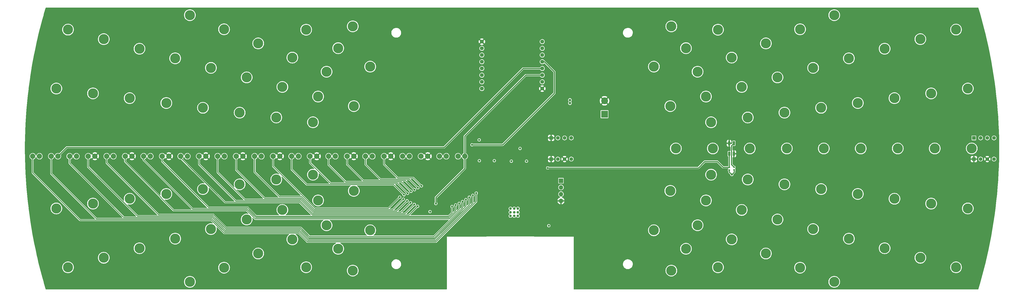
<source format=gbr>
%TF.GenerationSoftware,KiCad,Pcbnew,7.0.8*%
%TF.CreationDate,2023-11-15T16:38:26+01:00*%
%TF.ProjectId,main_board_new-3.2,6d61696e-5f62-46f6-9172-645f6e65772d,rev?*%
%TF.SameCoordinates,Original*%
%TF.FileFunction,Copper,L4,Bot*%
%TF.FilePolarity,Positive*%
%FSLAX46Y46*%
G04 Gerber Fmt 4.6, Leading zero omitted, Abs format (unit mm)*
G04 Created by KiCad (PCBNEW 7.0.8) date 2023-11-15 16:38:26*
%MOMM*%
%LPD*%
G01*
G04 APERTURE LIST*
G04 Aperture macros list*
%AMRoundRect*
0 Rectangle with rounded corners*
0 $1 Rounding radius*
0 $2 $3 $4 $5 $6 $7 $8 $9 X,Y pos of 4 corners*
0 Add a 4 corners polygon primitive as box body*
4,1,4,$2,$3,$4,$5,$6,$7,$8,$9,$2,$3,0*
0 Add four circle primitives for the rounded corners*
1,1,$1+$1,$2,$3*
1,1,$1+$1,$4,$5*
1,1,$1+$1,$6,$7*
1,1,$1+$1,$8,$9*
0 Add four rect primitives between the rounded corners*
20,1,$1+$1,$2,$3,$4,$5,0*
20,1,$1+$1,$4,$5,$6,$7,0*
20,1,$1+$1,$6,$7,$8,$9,0*
20,1,$1+$1,$8,$9,$2,$3,0*%
G04 Aperture macros list end*
%TA.AperFunction,ComponentPad*%
%ADD10R,1.368000X1.368000*%
%TD*%
%TA.AperFunction,ComponentPad*%
%ADD11C,1.368000*%
%TD*%
%TA.AperFunction,ComponentPad*%
%ADD12C,3.800000*%
%TD*%
%TA.AperFunction,ComponentPad*%
%ADD13C,1.000000*%
%TD*%
%TA.AperFunction,ComponentPad*%
%ADD14C,2.000000*%
%TD*%
%TA.AperFunction,ComponentPad*%
%ADD15C,1.459990*%
%TD*%
%TA.AperFunction,ComponentPad*%
%ADD16R,1.700000X1.700000*%
%TD*%
%TA.AperFunction,ComponentPad*%
%ADD17O,1.700000X1.700000*%
%TD*%
%TA.AperFunction,SMDPad,CuDef*%
%ADD18RoundRect,0.135000X-0.185000X0.135000X-0.185000X-0.135000X0.185000X-0.135000X0.185000X0.135000X0*%
%TD*%
%TA.AperFunction,SMDPad,CuDef*%
%ADD19RoundRect,0.135000X0.185000X-0.135000X0.185000X0.135000X-0.185000X0.135000X-0.185000X-0.135000X0*%
%TD*%
%TA.AperFunction,ComponentPad*%
%ADD20R,2.600000X2.600000*%
%TD*%
%TA.AperFunction,ComponentPad*%
%ADD21C,2.600000*%
%TD*%
%TA.AperFunction,SMDPad,CuDef*%
%ADD22RoundRect,0.197500X0.197500X0.632500X-0.197500X0.632500X-0.197500X-0.632500X0.197500X-0.632500X0*%
%TD*%
%TA.AperFunction,ViaPad*%
%ADD23C,0.800000*%
%TD*%
%TA.AperFunction,ViaPad*%
%ADD24C,0.700000*%
%TD*%
%TA.AperFunction,ViaPad*%
%ADD25C,1.000000*%
%TD*%
%TA.AperFunction,Conductor*%
%ADD26C,0.400000*%
%TD*%
%TA.AperFunction,Conductor*%
%ADD27C,0.300000*%
%TD*%
G04 APERTURE END LIST*
D10*
%TO.P,J7,01,01*%
%TO.N,/GND*%
X239800000Y-229000000D03*
D11*
%TO.P,J7,02,02*%
%TO.N,/5V*%
X242340000Y-229000000D03*
%TO.P,J7,03,03*%
%TO.N,/GND*%
X244880000Y-229000000D03*
%TO.P,J7,04,04*%
%TO.N,/5V*%
X247420000Y-229000000D03*
%TD*%
D12*
%TO.P,H1,1*%
%TO.N,N/C*%
X338979248Y-255540647D03*
%TD*%
%TO.P,H1,1*%
%TO.N,N/C*%
X314230038Y-236747357D03*
%TD*%
%TO.P,H1,1*%
%TO.N,N/C*%
X97497791Y-190835886D03*
%TD*%
%TO.P,H1,1*%
%TO.N,N/C*%
X328110266Y-211425276D03*
%TD*%
%TO.P,H1,1*%
%TO.N,N/C*%
X56928906Y-179965486D03*
%TD*%
%TO.P,H1,1*%
%TO.N,N/C*%
X80249050Y-244056824D03*
%TD*%
D13*
%TO.P,U34,*%
%TO.N,*%
X227213000Y-250550000D03*
X227213000Y-249150000D03*
X227213000Y-247750000D03*
X225813000Y-250550000D03*
X225813000Y-249150000D03*
X225813000Y-247750000D03*
X224413000Y-250550000D03*
X224413000Y-249150000D03*
X224413000Y-247750000D03*
%TD*%
D12*
%TO.P,H1,1*%
%TO.N,N/C*%
X147057714Y-180000000D03*
%TD*%
%TO.P,H1,1*%
%TO.N,N/C*%
X346952098Y-275514213D03*
%TD*%
D14*
%TO.P,H45,1,1*%
%TO.N,/3.3V*%
X158100000Y-227939000D03*
%TD*%
%TO.P,H23,1,1*%
%TO.N,/GND*%
X81100000Y-227939000D03*
%TD*%
D12*
%TO.P,H1,1*%
%TO.N,N/C*%
X124543714Y-198082819D03*
%TD*%
%TO.P,H1,1*%
%TO.N,N/C*%
X397511406Y-247711557D03*
%TD*%
%TO.P,H1,1*%
%TO.N,N/C*%
X128916529Y-264799077D03*
%TD*%
%TO.P,H1,1*%
%TO.N,N/C*%
X171306425Y-256000000D03*
%TD*%
%TO.P,H1,1*%
%TO.N,N/C*%
X355870722Y-242229457D03*
%TD*%
%TO.P,H1,1*%
%TO.N,N/C*%
X334017785Y-179843355D03*
%TD*%
%TO.P,H1,1*%
%TO.N,N/C*%
X141850842Y-190558491D03*
%TD*%
D14*
%TO.P,H57,1,1*%
%TO.N,/3.3V*%
X200100000Y-227939000D03*
%TD*%
D12*
%TO.P,H1,1*%
%TO.N,N/C*%
X121889734Y-238574724D03*
%TD*%
%TO.P,H1,1*%
%TO.N,N/C*%
X154785156Y-195916059D03*
%TD*%
D14*
%TO.P,H18,1,1*%
%TO.N,/SS4*%
X64560000Y-227939000D03*
%TD*%
D12*
%TO.P,H1,1*%
%TO.N,N/C*%
X66368822Y-204115809D03*
%TD*%
%TO.P,H1,1*%
%TO.N,N/C*%
X385000000Y-225000000D03*
%TD*%
%TO.P,H1,1*%
%TO.N,N/C*%
X159182069Y-187000000D03*
%TD*%
%TO.P,H1,1*%
%TO.N,N/C*%
X302942286Y-270000000D03*
%TD*%
D10*
%TO.P,J8,01,01*%
%TO.N,/GND*%
X399820000Y-229000000D03*
D11*
%TO.P,J8,02,02*%
%TO.N,/5V*%
X402360000Y-229000000D03*
%TO.P,J8,03,03*%
%TO.N,/GND*%
X404900000Y-229000000D03*
%TO.P,J8,04,04*%
%TO.N,/5V*%
X407440000Y-229000000D03*
%TD*%
D14*
%TO.P,H36,1,1*%
%TO.N,/SS13*%
X127560000Y-227939000D03*
%TD*%
D12*
%TO.P,H1,1*%
%TO.N,N/C*%
X284887401Y-208953219D03*
%TD*%
%TO.P,H1,1*%
%TO.N,N/C*%
X128916529Y-185200923D03*
%TD*%
%TO.P,H1,1*%
%TO.N,N/C*%
X366025171Y-187212419D03*
%TD*%
D14*
%TO.P,H15,1,1*%
%TO.N,/MISO*%
X53100000Y-227939000D03*
%TD*%
D12*
%TO.P,H1,1*%
%TO.N,N/C*%
X357000000Y-225000000D03*
%TD*%
%TO.P,H1,1*%
%TO.N,N/C*%
X154785156Y-254083941D03*
%TD*%
D14*
%TO.P,H21,1,1*%
%TO.N,/3.3V*%
X74100000Y-227939000D03*
%TD*%
%TO.P,H28,1,1*%
%TO.N,/SS9*%
X99560000Y-227939000D03*
%TD*%
D12*
%TO.P,H1,1*%
%TO.N,N/C*%
X83974829Y-187212419D03*
%TD*%
%TO.P,H1,1*%
%TO.N,N/C*%
X383631178Y-245884191D03*
%TD*%
D14*
%TO.P,H54,1,1*%
%TO.N,/SS22*%
X190560000Y-227939000D03*
%TD*%
D12*
%TO.P,H1,1*%
%TO.N,N/C*%
X371000000Y-225000000D03*
%TD*%
D14*
%TO.P,H12,1,1*%
%TO.N,/SS1*%
X43560000Y-227939000D03*
%TD*%
D12*
%TO.P,H1,1*%
%TO.N,N/C*%
X393071094Y-270034514D03*
%TD*%
D14*
%TO.P,H46,1,1*%
%TO.N,/SS18*%
X162560000Y-227939000D03*
%TD*%
%TO.P,H16,1,1*%
%TO.N,/SS3*%
X57560000Y-227939000D03*
%TD*%
D12*
%TO.P,H1,1*%
%TO.N,N/C*%
X165112599Y-208953219D03*
%TD*%
D14*
%TO.P,H14,1,1*%
%TO.N,/SS2*%
X50560000Y-227939000D03*
%TD*%
D12*
%TO.P,H1,1*%
%TO.N,N/C*%
X328110266Y-238574724D03*
%TD*%
D14*
%TO.P,H26,1,1*%
%TO.N,/SS8*%
X92560000Y-227939000D03*
%TD*%
D12*
%TO.P,H1,1*%
%TO.N,N/C*%
X352502209Y-259164114D03*
%TD*%
D14*
%TO.P,H22,1,1*%
%TO.N,/SS6*%
X78560000Y-227939000D03*
%TD*%
%TO.P,H43,1,1*%
%TO.N,/GND*%
X151100000Y-227939000D03*
%TD*%
D12*
%TO.P,H1,1*%
%TO.N,N/C*%
X300349809Y-215080009D03*
%TD*%
%TO.P,H1,1*%
%TO.N,N/C*%
X124543714Y-251917181D03*
%TD*%
%TO.P,H1,1*%
%TO.N,N/C*%
X121889734Y-211425276D03*
%TD*%
%TO.P,H1,1*%
%TO.N,N/C*%
X103047902Y-174485787D03*
%TD*%
%TO.P,H1,1*%
%TO.N,N/C*%
X115982215Y-270156645D03*
%TD*%
D15*
%TO.P,J10,1,1*%
%TO.N,/GND*%
X213570000Y-184521000D03*
%TO.P,J10,2,2*%
%TO.N,unconnected-(J10-Pad2)*%
X213570000Y-187061000D03*
%TO.P,J10,3,3*%
%TO.N,unconnected-(J10-Pad3)*%
X213570000Y-189601000D03*
%TO.P,J10,4,4*%
%TO.N,unconnected-(J10-Pad4)*%
X213570000Y-192141000D03*
%TO.P,J10,5,5*%
%TO.N,unconnected-(J10-Pad5)*%
X213570000Y-194681000D03*
%TO.P,J10,6,6*%
%TO.N,unconnected-(J10-Pad6)*%
X213570000Y-197221000D03*
%TO.P,J10,7,7*%
%TO.N,/LDC_INT*%
X213570000Y-199761000D03*
%TO.P,J10,8,8*%
%TO.N,/LDC_CLK*%
X213570000Y-202301000D03*
%TD*%
D12*
%TO.P,H1,1*%
%TO.N,N/C*%
X301000000Y-225000000D03*
%TD*%
%TO.P,H1,1*%
%TO.N,N/C*%
X399000000Y-225000000D03*
%TD*%
%TO.P,H1,1*%
%TO.N,N/C*%
X308149158Y-259441509D03*
%TD*%
%TO.P,H1,1*%
%TO.N,N/C*%
X159182069Y-263000000D03*
%TD*%
D14*
%TO.P,H34,1,1*%
%TO.N,/SS12*%
X120560000Y-227939000D03*
%TD*%
D12*
%TO.P,H1,1*%
%TO.N,N/C*%
X366025171Y-262787581D03*
%TD*%
D14*
%TO.P,H48,1,1*%
%TO.N,/SS19*%
X169560000Y-227939000D03*
%TD*%
%TO.P,H31,1,1*%
%TO.N,/GND*%
X109100000Y-227939000D03*
%TD*%
D12*
%TO.P,H1,1*%
%TO.N,N/C*%
X295214844Y-254083941D03*
%TD*%
%TO.P,H1,1*%
%TO.N,N/C*%
X369750950Y-244056824D03*
%TD*%
%TO.P,H1,1*%
%TO.N,N/C*%
X149650191Y-215080009D03*
%TD*%
%TO.P,H1,1*%
%TO.N,N/C*%
X284887401Y-241046781D03*
%TD*%
D14*
%TO.P,H37,1,1*%
%TO.N,/3.3V*%
X130100000Y-227939000D03*
%TD*%
D12*
%TO.P,H1,1*%
%TO.N,N/C*%
X138066676Y-248293714D03*
%TD*%
%TO.P,H1,1*%
%TO.N,N/C*%
X298410363Y-244670247D03*
%TD*%
D14*
%TO.P,H47,1,1*%
%TO.N,/GND*%
X165100000Y-227939000D03*
%TD*%
D12*
%TO.P,H1,1*%
%TO.N,N/C*%
X311933324Y-248293714D03*
%TD*%
%TO.P,H1,1*%
%TO.N,N/C*%
X165112599Y-241046781D03*
%TD*%
%TO.P,H1,1*%
%TO.N,N/C*%
X115982215Y-179843355D03*
%TD*%
%TO.P,H1,1*%
%TO.N,N/C*%
X141850842Y-259441509D03*
%TD*%
%TO.P,H1,1*%
%TO.N,N/C*%
X97497791Y-259164114D03*
%TD*%
%TO.P,H1,1*%
%TO.N,N/C*%
X52488594Y-202288443D03*
%TD*%
%TO.P,H1,1*%
%TO.N,N/C*%
X314230038Y-213252643D03*
%TD*%
D15*
%TO.P,J9,1,1*%
%TO.N,unconnected-(J9-Pad1)*%
X236430000Y-184521000D03*
%TO.P,J9,2,2*%
%TO.N,unconnected-(J9-Pad2)*%
X236430000Y-187061000D03*
%TO.P,J9,3,3*%
%TO.N,/LDC_CS*%
X236430000Y-189601000D03*
%TO.P,J9,4,4*%
%TO.N,/CLK*%
X236430000Y-192141000D03*
%TO.P,J9,5,5*%
%TO.N,/MISO*%
X236430000Y-194681000D03*
%TO.P,J9,6,6*%
%TO.N,/MOSI*%
X236430000Y-197221000D03*
%TO.P,J9,7,7*%
%TO.N,/3.3V*%
X236430000Y-199761000D03*
%TO.P,J9,8,8*%
%TO.N,/GND*%
X236430000Y-202301000D03*
%TD*%
D12*
%TO.P,H1,1*%
%TO.N,N/C*%
X341990494Y-209597909D03*
%TD*%
D14*
%TO.P,H33,1,1*%
%TO.N,/3.3V*%
X116100000Y-227939000D03*
%TD*%
%TO.P,H44,1,1*%
%TO.N,/SS17*%
X155560000Y-227939000D03*
%TD*%
D12*
%TO.P,H1,1*%
%TO.N,N/C*%
X52488594Y-247711557D03*
%TD*%
%TO.P,H1,1*%
%TO.N,N/C*%
X70451868Y-266411047D03*
%TD*%
D14*
%TO.P,H49,1,1*%
%TO.N,/3.3V*%
X172100000Y-227939000D03*
%TD*%
%TO.P,H20,1,1*%
%TO.N,/SS5*%
X71560000Y-227939000D03*
%TD*%
%TO.P,H58,1,1*%
%TO.N,/SS24*%
X204560000Y-227939000D03*
%TD*%
D12*
%TO.P,H1,1*%
%TO.N,N/C*%
X285294854Y-271265869D03*
%TD*%
%TO.P,H1,1*%
%TO.N,N/C*%
X164705146Y-271265869D03*
%TD*%
%TO.P,H1,1*%
%TO.N,N/C*%
X308149158Y-190558491D03*
%TD*%
%TO.P,H1,1*%
%TO.N,N/C*%
X80249050Y-205943176D03*
%TD*%
%TO.P,H1,1*%
%TO.N,N/C*%
X135769962Y-236747357D03*
%TD*%
%TO.P,H1,1*%
%TO.N,N/C*%
X108009506Y-209597909D03*
%TD*%
%TO.P,H1,1*%
%TO.N,N/C*%
X341990494Y-240402091D03*
%TD*%
%TO.P,H1,1*%
%TO.N,N/C*%
X379548132Y-183588953D03*
%TD*%
%TO.P,H1,1*%
%TO.N,N/C*%
X321083471Y-264799077D03*
%TD*%
%TO.P,H1,1*%
%TO.N,N/C*%
X83974829Y-262787581D03*
%TD*%
D14*
%TO.P,H25,1,1*%
%TO.N,/3.3V*%
X88100000Y-227939000D03*
%TD*%
D12*
%TO.P,H1,1*%
%TO.N,N/C*%
X111020752Y-255540647D03*
%TD*%
%TO.P,H1,1*%
%TO.N,N/C*%
X290817931Y-263000000D03*
%TD*%
D16*
%TO.P,J1,1*%
%TO.N,/V_BUS*%
X243528000Y-237215000D03*
D17*
%TO.P,J1,2*%
%TO.N,/USB_D+*%
X243528000Y-239755000D03*
%TO.P,J1,3*%
%TO.N,/USB_D-*%
X243528000Y-242295000D03*
%TO.P,J1,4*%
%TO.N,/GND*%
X243528000Y-244835000D03*
%TD*%
D12*
%TO.P,H1,1*%
%TO.N,N/C*%
X138066676Y-201706286D03*
%TD*%
D14*
%TO.P,H24,1,1*%
%TO.N,/SS7*%
X85560000Y-227939000D03*
%TD*%
%TO.P,H40,1,1*%
%TO.N,/SS15*%
X141560000Y-227939000D03*
%TD*%
D12*
%TO.P,H1,1*%
%TO.N,N/C*%
X149650191Y-234919991D03*
%TD*%
%TO.P,H1,1*%
%TO.N,N/C*%
X151589637Y-244670247D03*
%TD*%
%TO.P,H1,1*%
%TO.N,N/C*%
X56928906Y-270034514D03*
%TD*%
D14*
%TO.P,H50,1,1*%
%TO.N,/SS20*%
X176560000Y-227939000D03*
%TD*%
D12*
%TO.P,H1,1*%
%TO.N,N/C*%
X315000000Y-225000000D03*
%TD*%
%TO.P,H1,1*%
%TO.N,N/C*%
X94129278Y-242229457D03*
%TD*%
%TO.P,H1,1*%
%TO.N,N/C*%
X325456286Y-198082819D03*
%TD*%
D14*
%TO.P,H35,1,1*%
%TO.N,/GND*%
X123100000Y-227939000D03*
%TD*%
D12*
%TO.P,H1,1*%
%TO.N,N/C*%
X355870722Y-207770543D03*
%TD*%
D14*
%TO.P,H41,1,1*%
%TO.N,/3.3V*%
X144100000Y-227939000D03*
%TD*%
D12*
%TO.P,H1,1*%
%TO.N,N/C*%
X278693575Y-194000000D03*
%TD*%
%TO.P,H1,1*%
%TO.N,N/C*%
X290817931Y-187000000D03*
%TD*%
%TO.P,H1,1*%
%TO.N,N/C*%
X346952098Y-174485787D03*
%TD*%
D14*
%TO.P,H29,1,1*%
%TO.N,/3.3V*%
X102100000Y-227939000D03*
%TD*%
%TO.P,H13,1,1*%
%TO.N,/CLK*%
X46100000Y-227939000D03*
%TD*%
D12*
%TO.P,H1,1*%
%TO.N,N/C*%
X383631178Y-204115809D03*
%TD*%
%TO.P,H1,1*%
%TO.N,N/C*%
X66368822Y-245884191D03*
%TD*%
D14*
%TO.P,H38,1,1*%
%TO.N,/SS14*%
X134560000Y-227939000D03*
%TD*%
D12*
%TO.P,H1,1*%
%TO.N,N/C*%
X300349809Y-234919991D03*
%TD*%
%TO.P,H1,1*%
%TO.N,N/C*%
X111020752Y-194459353D03*
%TD*%
D14*
%TO.P,H53,1,1*%
%TO.N,/3.3V*%
X186100000Y-227939000D03*
%TD*%
D10*
%TO.P,J6,01,01*%
%TO.N,/5V*%
X399820000Y-221000000D03*
D11*
%TO.P,J6,02,02*%
%TO.N,unconnected-(J6-Pad02)*%
X402360000Y-221000000D03*
%TO.P,J6,03,03*%
%TO.N,unconnected-(J6-Pad03)*%
X404900000Y-221000000D03*
%TO.P,J6,04,04*%
%TO.N,/5V*%
X407440000Y-221000000D03*
%TD*%
D12*
%TO.P,H1,1*%
%TO.N,N/C*%
X369750950Y-205943176D03*
%TD*%
%TO.P,H1,1*%
%TO.N,N/C*%
X164705146Y-178734131D03*
%TD*%
%TO.P,H1,1*%
%TO.N,N/C*%
X393071094Y-179965486D03*
%TD*%
D14*
%TO.P,H55,1,1*%
%TO.N,/GND*%
X193100000Y-227939000D03*
%TD*%
D12*
%TO.P,H1,1*%
%TO.N,N/C*%
X397511406Y-202288443D03*
%TD*%
D14*
%TO.P,H59,1,1*%
%TO.N,/MOSI*%
X207100000Y-227939000D03*
%TD*%
D12*
%TO.P,H1,1*%
%TO.N,N/C*%
X171306425Y-194000000D03*
%TD*%
%TO.P,H1,1*%
%TO.N,N/C*%
X147057714Y-270000000D03*
%TD*%
%TO.P,H1,1*%
%TO.N,N/C*%
X295214844Y-195916059D03*
%TD*%
%TO.P,H1,1*%
%TO.N,N/C*%
X302942286Y-180000000D03*
%TD*%
D14*
%TO.P,H19,1,1*%
%TO.N,/GND*%
X67100000Y-227939000D03*
%TD*%
D12*
%TO.P,H1,1*%
%TO.N,N/C*%
X352502209Y-190835886D03*
%TD*%
%TO.P,H1,1*%
%TO.N,N/C*%
X135769962Y-213252643D03*
%TD*%
%TO.P,H1,1*%
%TO.N,N/C*%
X379548132Y-266411047D03*
%TD*%
%TO.P,H1,1*%
%TO.N,N/C*%
X321083471Y-185200923D03*
%TD*%
%TO.P,H1,1*%
%TO.N,N/C*%
X334017785Y-270156645D03*
%TD*%
D14*
%TO.P,H27,1,1*%
%TO.N,/GND*%
X95100000Y-227939000D03*
%TD*%
%TO.P,H39,1,1*%
%TO.N,/GND*%
X137100000Y-227939000D03*
%TD*%
D10*
%TO.P,J5,01,01*%
%TO.N,/GND*%
X239800000Y-221000000D03*
D11*
%TO.P,J5,02,02*%
%TO.N,/LED_DATA*%
X242340000Y-221000000D03*
%TO.P,J5,03,03*%
%TO.N,/LED_CLK*%
X244880000Y-221000000D03*
%TO.P,J5,04,04*%
%TO.N,/5V*%
X247420000Y-221000000D03*
%TD*%
D12*
%TO.P,H1,1*%
%TO.N,N/C*%
X298410363Y-205329753D03*
%TD*%
%TO.P,H1,1*%
%TO.N,N/C*%
X94129278Y-207770543D03*
%TD*%
%TO.P,H1,1*%
%TO.N,N/C*%
X108009506Y-240402091D03*
%TD*%
%TO.P,H1,1*%
%TO.N,N/C*%
X311933324Y-201706286D03*
%TD*%
%TO.P,H1,1*%
%TO.N,N/C*%
X325456286Y-251917181D03*
%TD*%
%TO.P,H1,1*%
%TO.N,N/C*%
X70451868Y-183588953D03*
%TD*%
D14*
%TO.P,H32,1,1*%
%TO.N,/SS11*%
X113560000Y-227939000D03*
%TD*%
%TO.P,H52,1,1*%
%TO.N,/SS21*%
X183560000Y-227939000D03*
%TD*%
%TO.P,H30,1,1*%
%TO.N,/SS10*%
X106560000Y-227939000D03*
%TD*%
D12*
%TO.P,H1,1*%
%TO.N,N/C*%
X329000000Y-225000000D03*
%TD*%
D14*
%TO.P,H17,1,1*%
%TO.N,/3.3V*%
X60100000Y-227939000D03*
%TD*%
D12*
%TO.P,H1,1*%
%TO.N,N/C*%
X338979248Y-194459353D03*
%TD*%
D14*
%TO.P,H51,1,1*%
%TO.N,/GND*%
X179100000Y-227939000D03*
%TD*%
%TO.P,H56,1,1*%
%TO.N,/SS23*%
X197560000Y-227939000D03*
%TD*%
D12*
%TO.P,H1,1*%
%TO.N,N/C*%
X278693575Y-256000000D03*
%TD*%
%TO.P,H1,1*%
%TO.N,N/C*%
X103047902Y-275514213D03*
%TD*%
%TO.P,H1,1*%
%TO.N,N/C*%
X287000000Y-225000000D03*
%TD*%
%TO.P,H1,1*%
%TO.N,N/C*%
X151589637Y-205329753D03*
%TD*%
%TO.P,H1,1*%
%TO.N,N/C*%
X285294854Y-178734131D03*
%TD*%
%TO.P,H1,1*%
%TO.N,N/C*%
X343000000Y-225000000D03*
%TD*%
D14*
%TO.P,H42,1,1*%
%TO.N,/SS16*%
X148560000Y-227939000D03*
%TD*%
D18*
%TO.P,R2,1*%
%TO.N,/QRE_OUT*%
X307221998Y-232124998D03*
%TO.P,R2,2*%
%TO.N,/3.3V*%
X307221998Y-233144998D03*
%TD*%
D19*
%TO.P,R1,1*%
%TO.N,/3.3V*%
X309074000Y-233130000D03*
%TO.P,R1,2*%
%TO.N,Net-(U35-A)*%
X309074000Y-232110000D03*
%TD*%
D20*
%TO.P,J11,1,Pin_1*%
%TO.N,/5V*%
X260000000Y-212000000D03*
D21*
%TO.P,J11,2,Pin_2*%
%TO.N,/GND*%
X260000000Y-206920000D03*
%TD*%
D22*
%TO.P,U35,1,A*%
%TO.N,Net-(U35-A)*%
X308958000Y-223000000D03*
%TO.P,U35,2,K*%
%TO.N,/GND*%
X308958000Y-227000000D03*
%TO.P,U35,3*%
%TO.N,/QRE_OUT*%
X307158000Y-227000000D03*
%TO.P,U35,4*%
%TO.N,/GND*%
X307158000Y-223000000D03*
%TD*%
D23*
%TO.N,/GND*%
X224746000Y-232518400D03*
D24*
X235125000Y-257979000D03*
X203375000Y-257979000D03*
X248739400Y-267453200D03*
X208455000Y-257979000D03*
X199869800Y-259884000D03*
X199869800Y-275124000D03*
X199869800Y-266234000D03*
X248739400Y-277613200D03*
X209725000Y-257979000D03*
X228775000Y-257979000D03*
X240205000Y-257979000D03*
X237665000Y-257979000D03*
X233855000Y-257979000D03*
X248739400Y-273803200D03*
X218615000Y-257979000D03*
X199869800Y-277664000D03*
X246555000Y-257979000D03*
X216075000Y-257979000D03*
X199869800Y-258614000D03*
X221155000Y-257979000D03*
X236395000Y-257979000D03*
X207185000Y-257979000D03*
X200835000Y-257979000D03*
X219885000Y-257979000D03*
X199869800Y-261154000D03*
X244015000Y-257979000D03*
X242745000Y-257979000D03*
X248739400Y-272533200D03*
X222425000Y-257979000D03*
X199869800Y-276394000D03*
X248739400Y-259833200D03*
X248739400Y-262373200D03*
X248739400Y-276343200D03*
X248739400Y-268723200D03*
D23*
X209832607Y-222604672D03*
X219843800Y-196069400D03*
D24*
X232585000Y-257979000D03*
X199869800Y-267504000D03*
X199869800Y-270044000D03*
D23*
X195161952Y-245838309D03*
D24*
X213535000Y-257979000D03*
X205915000Y-257979000D03*
X241475000Y-257979000D03*
X248739400Y-269993200D03*
X202105000Y-257979000D03*
X248739400Y-263643200D03*
X204645000Y-257979000D03*
X248739400Y-258563200D03*
X199869800Y-273854000D03*
X199869800Y-262424000D03*
X231315000Y-257979000D03*
X213331800Y-254397600D03*
X214805000Y-257979000D03*
X226235000Y-257979000D03*
X227505000Y-257979000D03*
X248739400Y-264913200D03*
X248739400Y-266183200D03*
X210995000Y-257979000D03*
X217345000Y-257979000D03*
X230045000Y-257979000D03*
X223695000Y-257979000D03*
X199869800Y-268774000D03*
X199869800Y-264964000D03*
D23*
X199161952Y-248977600D03*
D24*
X238935000Y-257979000D03*
X212265000Y-257979000D03*
D23*
X238492000Y-233382000D03*
X223679200Y-198177600D03*
D24*
X199869800Y-272584000D03*
X224965000Y-257979000D03*
X245285000Y-257979000D03*
X199869800Y-271314000D03*
X248739400Y-261103200D03*
X247825000Y-257979000D03*
X248739400Y-275073200D03*
X248739400Y-271263200D03*
D23*
X210877600Y-228327400D03*
D24*
X199869800Y-263694000D03*
D23*
%TO.N,/3.3V*%
X218282000Y-229626000D03*
X212567000Y-221752000D03*
D25*
X246912000Y-207814000D03*
X246910600Y-206645600D03*
D23*
X238911000Y-254278100D03*
X308184997Y-234907000D03*
X212633000Y-229626000D03*
X193953000Y-248939000D03*
%TO.N,/SS12*%
X185249000Y-244837400D03*
%TO.N,/SS11*%
X186569800Y-245548600D03*
%TO.N,/SS10*%
X188017600Y-246183600D03*
%TO.N,/SS9*%
X189262200Y-246920200D03*
%TO.N,/SS8*%
X202261952Y-246998000D03*
%TO.N,/SS7*%
X203661952Y-246398000D03*
%TO.N,/SS6*%
X205000000Y-245798000D03*
%TO.N,/SS5*%
X206270000Y-245098000D03*
%TO.N,/SS4*%
X207540000Y-244359000D03*
%TO.N,/SS3*%
X208810000Y-243470000D03*
%TO.N,/SS2*%
X210161952Y-242749500D03*
%TO.N,/SS1*%
X211461952Y-241898000D03*
%TO.N,/MOSI*%
X196161371Y-245851223D03*
%TO.N,/CLK*%
X209826600Y-223612800D03*
%TO.N,/SS17*%
X186747600Y-241256000D03*
%TO.N,/SS18*%
X188068400Y-240595600D03*
%TO.N,/SS19*%
X189338400Y-239884400D03*
%TO.N,/SS20*%
X190659200Y-239173200D03*
%TO.N,/SS16*%
X185452200Y-241967200D03*
%TO.N,/SS15*%
X184094000Y-242538000D03*
%TO.N,/SS14*%
X182455000Y-243415000D03*
%TO.N,/SS13*%
X183852000Y-244177000D03*
%TO.N,/5V*%
X228048000Y-225000000D03*
X230461000Y-229812000D03*
X224746000Y-229826000D03*
%TO.N,/QRE_OUT*%
X238477000Y-232381000D03*
%TD*%
D26*
%TO.N,Net-(U35-A)*%
X308058000Y-231094000D02*
X308058000Y-223942000D01*
X308058000Y-223942000D02*
X308958000Y-223042000D01*
X309074000Y-232110000D02*
X308058000Y-231094000D01*
%TO.N,/3.3V*%
X307221998Y-233943999D02*
X308184997Y-234907000D01*
X309073998Y-233129999D02*
X309073997Y-234017998D01*
X307221997Y-233145000D02*
X307221998Y-233943999D01*
X309073997Y-234017998D02*
X308184997Y-234907000D01*
D27*
%TO.N,/SS12*%
X145225388Y-243845400D02*
X131298000Y-243845400D01*
X131298000Y-243845400D02*
X120560000Y-233107400D01*
X150051388Y-248671400D02*
X145225388Y-243845400D01*
X185249000Y-244837400D02*
X181415000Y-248671400D01*
X120560000Y-233107400D02*
X120560000Y-227939000D01*
X181415000Y-248671400D02*
X150051388Y-248671400D01*
%TO.N,/SS11*%
X123873200Y-244345400D02*
X113560000Y-234032200D01*
X149844282Y-249171400D02*
X145018282Y-244345400D01*
X145018282Y-244345400D02*
X123873200Y-244345400D01*
X186569800Y-245548600D02*
X182947000Y-249171400D01*
X182947000Y-249171400D02*
X149844282Y-249171400D01*
X113560000Y-234032200D02*
X113560000Y-227939000D01*
%TO.N,/SS10*%
X149637176Y-249671400D02*
X144811176Y-244845400D01*
X184529800Y-249671400D02*
X149637176Y-249671400D01*
X188017600Y-246183600D02*
X184529800Y-249671400D01*
X120385400Y-244845400D02*
X106560000Y-231020000D01*
X106560000Y-231020000D02*
X106560000Y-227939000D01*
X144811176Y-244845400D02*
X120385400Y-244845400D01*
%TO.N,/SS9*%
X149430070Y-250171400D02*
X144604070Y-245345400D01*
X189262200Y-246920200D02*
X186011000Y-250171400D01*
X144604070Y-245345400D02*
X116344800Y-245345400D01*
X99560000Y-228560600D02*
X99560000Y-227939000D01*
X186011000Y-250171400D02*
X149430070Y-250171400D01*
X116344800Y-245345400D02*
X99560000Y-228560600D01*
%TO.N,/SS8*%
X110141200Y-247428200D02*
X92560000Y-229847000D01*
X202261952Y-249363648D02*
X200954200Y-250671400D01*
X202261952Y-246998000D02*
X202261952Y-249363648D01*
X92560000Y-229847000D02*
X92560000Y-227939000D01*
X128224000Y-250671400D02*
X124980800Y-247428200D01*
X200954200Y-250671400D02*
X128224000Y-250671400D01*
X124980800Y-247428200D02*
X110141200Y-247428200D01*
%TO.N,/SS7*%
X201161306Y-251171400D02*
X128012800Y-251171400D01*
X85560000Y-229394200D02*
X85560000Y-227939000D01*
X104094000Y-247928200D02*
X85560000Y-229394200D01*
X124769600Y-247928200D02*
X104094000Y-247928200D01*
X203661952Y-248670754D02*
X201161306Y-251171400D01*
X128012800Y-251171400D02*
X124769600Y-247928200D01*
X203661952Y-246398000D02*
X203661952Y-248670754D01*
%TO.N,/SS6*%
X205000000Y-248039812D02*
X201368412Y-251671400D01*
X201368412Y-251671400D02*
X127805694Y-251671400D01*
X92123000Y-243678800D02*
X92123000Y-243539735D01*
X124562494Y-248428200D02*
X96872400Y-248428200D01*
X205000000Y-245798000D02*
X205000000Y-248039812D01*
X127805694Y-251671400D02*
X124562494Y-248428200D01*
X96872400Y-248428200D02*
X92123000Y-243678800D01*
X92123000Y-243539735D02*
X78560000Y-229976735D01*
X78560000Y-229976735D02*
X78560000Y-227939000D01*
%TO.N,/SS5*%
X71560000Y-230487800D02*
X71560000Y-227939000D01*
X206270000Y-247476918D02*
X195364718Y-258382200D01*
X145056425Y-255054800D02*
X116859400Y-255054800D01*
X116859400Y-255054800D02*
X111931800Y-250127200D01*
X91199400Y-250127200D02*
X71560000Y-230487800D01*
X148383825Y-258382200D02*
X145056425Y-255054800D01*
X206270000Y-245098000D02*
X206270000Y-247476918D01*
X195364718Y-258382200D02*
X148383825Y-258382200D01*
X111931800Y-250127200D02*
X91199400Y-250127200D01*
%TO.N,/SS4*%
X111724694Y-250627200D02*
X83221800Y-250627200D01*
X83221800Y-250627200D02*
X64560000Y-231965400D01*
X144849319Y-255554800D02*
X116652294Y-255554800D01*
X148176718Y-258882200D02*
X144849319Y-255554800D01*
X116652294Y-255554800D02*
X111724694Y-250627200D01*
X64560000Y-231965400D02*
X64560000Y-227939000D01*
X207540000Y-244359000D02*
X207540000Y-246914024D01*
X207540000Y-246914024D02*
X195571824Y-258882200D01*
X195571824Y-258882200D02*
X148176718Y-258882200D01*
%TO.N,/SS3*%
X116445188Y-256054800D02*
X111517588Y-251127200D01*
X147969611Y-259382200D02*
X144642212Y-256054800D01*
X111517588Y-251127200D02*
X78035600Y-251127200D01*
X195778930Y-259382200D02*
X147969611Y-259382200D01*
X78035600Y-251127200D02*
X57560000Y-230651600D01*
X208810000Y-246351130D02*
X195778930Y-259382200D01*
X57560000Y-230651600D02*
X57560000Y-227939000D01*
X208810000Y-243470000D02*
X208810000Y-246351130D01*
X144642212Y-256054800D02*
X116445188Y-256054800D01*
%TO.N,/SS2*%
X210161952Y-245706284D02*
X195986036Y-259882200D01*
X67629600Y-251627200D02*
X50560000Y-234557600D01*
X195986036Y-259882200D02*
X147762504Y-259882200D01*
X210161952Y-242749500D02*
X210161952Y-245706284D01*
X116238082Y-256554800D02*
X111310482Y-251627200D01*
X144435106Y-256554800D02*
X116238082Y-256554800D01*
X111310482Y-251627200D02*
X67629600Y-251627200D01*
X50560000Y-234557600D02*
X50560000Y-227939000D01*
X147762504Y-259882200D02*
X144435106Y-256554800D01*
%TO.N,/SS1*%
X111103376Y-252127200D02*
X61474800Y-252127200D01*
X211461952Y-245113390D02*
X196193142Y-260382200D01*
X147555397Y-260382200D02*
X147262504Y-260089307D01*
X196193142Y-260382200D02*
X147555397Y-260382200D01*
X116030976Y-257054800D02*
X111103376Y-252127200D01*
X61474800Y-252127200D02*
X43560000Y-234212400D01*
X147262504Y-260089304D02*
X144228000Y-257054800D01*
X144228000Y-257054800D02*
X116030976Y-257054800D01*
X43560000Y-234212400D02*
X43560000Y-227939000D01*
X211461952Y-241898000D02*
X211461952Y-245113390D01*
X147262504Y-260089307D02*
X147262504Y-260089304D01*
D26*
%TO.N,/MOSI*%
X207100000Y-227939000D02*
X207100000Y-220319400D01*
X196161371Y-243526229D02*
X207100000Y-232587600D01*
X230198400Y-197221000D02*
X236430000Y-197221000D01*
X207100000Y-232587600D02*
X207100000Y-227939000D01*
X207100000Y-220319400D02*
X230198400Y-197221000D01*
X196161371Y-245851223D02*
X196161371Y-243526229D01*
%TO.N,/CLK*%
X237232000Y-192141000D02*
X236430000Y-192141000D01*
X221459800Y-223612800D02*
X241017800Y-204054800D01*
X209826600Y-223612800D02*
X221459800Y-223612800D01*
X241017800Y-195926800D02*
X237232000Y-192141000D01*
X241017800Y-204054800D02*
X241017800Y-195926800D01*
D27*
%TO.N,/SS17*%
X186747600Y-241256000D02*
X183156800Y-237665200D01*
X162024000Y-237665200D02*
X155560000Y-231201200D01*
X155560000Y-231201200D02*
X155560000Y-227939000D01*
X183156800Y-237665200D02*
X162024000Y-237665200D01*
%TO.N,/SS18*%
X168686800Y-237165200D02*
X162560000Y-231038400D01*
X162560000Y-231038400D02*
X162560000Y-227939000D01*
X188068400Y-240595600D02*
X184638000Y-237165200D01*
X184638000Y-237165200D02*
X168686800Y-237165200D01*
%TO.N,/SS19*%
X186119200Y-236665200D02*
X189338400Y-239884400D01*
X175121000Y-236665200D02*
X186119200Y-236665200D01*
X169560000Y-231104200D02*
X175121000Y-236665200D01*
X169560000Y-227939000D02*
X169560000Y-231104200D01*
%TO.N,/SS20*%
X181682200Y-236165200D02*
X176560000Y-231043000D01*
X190659200Y-239173200D02*
X187651200Y-236165200D01*
X176560000Y-231043000D02*
X176560000Y-227939000D01*
X187651200Y-236165200D02*
X181682200Y-236165200D01*
%TO.N,/SS16*%
X156250200Y-238165200D02*
X148560000Y-230475000D01*
X181650200Y-238165200D02*
X156250200Y-238165200D01*
X185452200Y-241967200D02*
X181650200Y-238165200D01*
X148560000Y-230475000D02*
X148560000Y-227939000D01*
%TO.N,/SS15*%
X180221200Y-238665200D02*
X147326800Y-238665200D01*
X184094000Y-242538000D02*
X180221200Y-238665200D01*
X147326800Y-238665200D02*
X141560000Y-232898400D01*
X141560000Y-232898400D02*
X141560000Y-227939000D01*
%TO.N,/SS14*%
X178198600Y-247671400D02*
X150465600Y-247671400D01*
X182455000Y-243415000D02*
X178198600Y-247671400D01*
X150465600Y-247671400D02*
X134560000Y-231765800D01*
X134560000Y-231765800D02*
X134560000Y-227939000D01*
%TO.N,/SS13*%
X150258494Y-248171400D02*
X145324294Y-243237200D01*
X145324294Y-243237200D02*
X136887400Y-243237200D01*
X183852000Y-244177000D02*
X179857600Y-248171400D01*
X179857600Y-248171400D02*
X150258494Y-248171400D01*
X136887400Y-243237200D02*
X127560000Y-233909800D01*
X127560000Y-233909800D02*
X127560000Y-227939000D01*
D26*
%TO.N,/MISO*%
X53100000Y-227939000D02*
X56445400Y-224593600D01*
X229182400Y-194681000D02*
X236430000Y-194681000D01*
D27*
X236835000Y-194681000D02*
X236430000Y-194681000D01*
D26*
X199269800Y-224593600D02*
X229182400Y-194681000D01*
X56445400Y-224593600D02*
X199269800Y-224593600D01*
D27*
%TO.N,/QRE_OUT*%
X307158000Y-227042000D02*
X307041999Y-227158001D01*
D26*
X297898000Y-229953000D02*
X295470000Y-232381000D01*
X307221998Y-232124998D02*
X304895998Y-232124998D01*
X302724000Y-229953000D02*
X297898000Y-229953000D01*
X307221998Y-227063998D02*
X307158000Y-227000000D01*
X307221998Y-232124998D02*
X307221998Y-227063998D01*
X295470000Y-232381000D02*
X238477000Y-232381000D01*
X304895998Y-232124998D02*
X302724000Y-229953000D01*
%TD*%
%TA.AperFunction,Conductor*%
%TO.N,/GND*%
G36*
X401471188Y-171626610D02*
G01*
X401516943Y-171679414D01*
X401523048Y-171695727D01*
X402186711Y-173937901D01*
X402903063Y-176492590D01*
X403582583Y-179057322D01*
X404225131Y-181631565D01*
X404830573Y-184214787D01*
X405398785Y-186806452D01*
X405929648Y-189406025D01*
X406423053Y-192012967D01*
X406878898Y-194626739D01*
X407297088Y-197246798D01*
X407677537Y-199872604D01*
X408020166Y-202503611D01*
X408324904Y-205139276D01*
X408591687Y-207779053D01*
X408820461Y-210422396D01*
X409011179Y-213068756D01*
X409163800Y-215717586D01*
X409278294Y-218368338D01*
X409354636Y-221020463D01*
X409392811Y-223673412D01*
X409392811Y-226326636D01*
X409354635Y-228979585D01*
X409278292Y-231631710D01*
X409163798Y-234282462D01*
X409011176Y-236931292D01*
X408820458Y-239577652D01*
X408591683Y-242220994D01*
X408324898Y-244860771D01*
X408020160Y-247496436D01*
X407677531Y-250127444D01*
X407297081Y-252753249D01*
X406878890Y-255373309D01*
X406423045Y-257987080D01*
X405929639Y-260594022D01*
X405398775Y-263193595D01*
X404830562Y-265785260D01*
X404225119Y-268368482D01*
X403582571Y-270942725D01*
X402903050Y-273507456D01*
X402186698Y-276062145D01*
X401696156Y-277719434D01*
X401523035Y-278304319D01*
X401485133Y-278363014D01*
X401421514Y-278391901D01*
X401404134Y-278393125D01*
X248449000Y-278393125D01*
X248381961Y-278373440D01*
X248336206Y-278320636D01*
X248325000Y-278269125D01*
X248325000Y-275514213D01*
X344746876Y-275514213D01*
X344765742Y-275802050D01*
X344765744Y-275802062D01*
X344822015Y-276084958D01*
X344822019Y-276084973D01*
X344914740Y-276358118D01*
X345042317Y-276616819D01*
X345042321Y-276616826D01*
X345202576Y-276856665D01*
X345392770Y-277073540D01*
X345609644Y-277263733D01*
X345849487Y-277423991D01*
X346108196Y-277551572D01*
X346381345Y-277644294D01*
X346664259Y-277700569D01*
X346952098Y-277719435D01*
X347239937Y-277700569D01*
X347522851Y-277644294D01*
X347796000Y-277551572D01*
X348054709Y-277423991D01*
X348294552Y-277263733D01*
X348511425Y-277073540D01*
X348701618Y-276856667D01*
X348861876Y-276616824D01*
X348989457Y-276358115D01*
X349082179Y-276084966D01*
X349138454Y-275802052D01*
X349157320Y-275514213D01*
X349138454Y-275226374D01*
X349082179Y-274943460D01*
X348989457Y-274670311D01*
X348861876Y-274411602D01*
X348701618Y-274171759D01*
X348511425Y-273954885D01*
X348294550Y-273764691D01*
X348054711Y-273604436D01*
X348054704Y-273604432D01*
X347796003Y-273476855D01*
X347522858Y-273384134D01*
X347522852Y-273384132D01*
X347522851Y-273384132D01*
X347522849Y-273384131D01*
X347522843Y-273384130D01*
X347239947Y-273327859D01*
X347239937Y-273327857D01*
X346952098Y-273308991D01*
X346664259Y-273327857D01*
X346664253Y-273327858D01*
X346664248Y-273327859D01*
X346381352Y-273384130D01*
X346381337Y-273384134D01*
X346108192Y-273476855D01*
X345849491Y-273604432D01*
X345849484Y-273604436D01*
X345609645Y-273764691D01*
X345392770Y-273954885D01*
X345202576Y-274171760D01*
X345042321Y-274411599D01*
X345042317Y-274411606D01*
X344914740Y-274670307D01*
X344822019Y-274943452D01*
X344822015Y-274943467D01*
X344765744Y-275226363D01*
X344765742Y-275226375D01*
X344746876Y-275514213D01*
X248325000Y-275514213D01*
X248325000Y-271265869D01*
X283089632Y-271265869D01*
X283108498Y-271553706D01*
X283108500Y-271553718D01*
X283164771Y-271836614D01*
X283164775Y-271836629D01*
X283257496Y-272109774D01*
X283385073Y-272368475D01*
X283385077Y-272368482D01*
X283545332Y-272608321D01*
X283735526Y-272825196D01*
X283952400Y-273015389D01*
X284192243Y-273175647D01*
X284450952Y-273303228D01*
X284724101Y-273395950D01*
X285007015Y-273452225D01*
X285294854Y-273471091D01*
X285582693Y-273452225D01*
X285865607Y-273395950D01*
X286138756Y-273303228D01*
X286397465Y-273175647D01*
X286637308Y-273015389D01*
X286854181Y-272825196D01*
X287044374Y-272608323D01*
X287204632Y-272368480D01*
X287332213Y-272109771D01*
X287424935Y-271836622D01*
X287481210Y-271553708D01*
X287500076Y-271265869D01*
X287481210Y-270978030D01*
X287424935Y-270695116D01*
X287332213Y-270421967D01*
X287204632Y-270163258D01*
X287113928Y-270027510D01*
X287095547Y-270000000D01*
X300737064Y-270000000D01*
X300755930Y-270287837D01*
X300755932Y-270287849D01*
X300812203Y-270570745D01*
X300812207Y-270570760D01*
X300904928Y-270843905D01*
X301032505Y-271102606D01*
X301032509Y-271102613D01*
X301192764Y-271342452D01*
X301382958Y-271559327D01*
X301599833Y-271749521D01*
X301839672Y-271909776D01*
X301839679Y-271909780D01*
X301909663Y-271944292D01*
X302098384Y-272037359D01*
X302371533Y-272130081D01*
X302654447Y-272186356D01*
X302942286Y-272205222D01*
X303230125Y-272186356D01*
X303513039Y-272130081D01*
X303786188Y-272037359D01*
X304044897Y-271909778D01*
X304284740Y-271749520D01*
X304501613Y-271559327D01*
X304691806Y-271342454D01*
X304852064Y-271102611D01*
X304979645Y-270843902D01*
X305072367Y-270570753D01*
X305128642Y-270287839D01*
X305137241Y-270156645D01*
X331812563Y-270156645D01*
X331831429Y-270444482D01*
X331831431Y-270444494D01*
X331887702Y-270727390D01*
X331887706Y-270727405D01*
X331980427Y-271000550D01*
X332108004Y-271259251D01*
X332108008Y-271259258D01*
X332268263Y-271499097D01*
X332458457Y-271715972D01*
X332675332Y-271906166D01*
X332915171Y-272066421D01*
X332915178Y-272066425D01*
X333003075Y-272109771D01*
X333173883Y-272194004D01*
X333447032Y-272286726D01*
X333729946Y-272343001D01*
X334017785Y-272361867D01*
X334305624Y-272343001D01*
X334588538Y-272286726D01*
X334861687Y-272194004D01*
X335120396Y-272066423D01*
X335360239Y-271906165D01*
X335577112Y-271715972D01*
X335767305Y-271499099D01*
X335927563Y-271259256D01*
X336055144Y-271000547D01*
X336147866Y-270727398D01*
X336204141Y-270444484D01*
X336223007Y-270156645D01*
X336215002Y-270034514D01*
X390865872Y-270034514D01*
X390882476Y-270287849D01*
X390884738Y-270322351D01*
X390884740Y-270322363D01*
X390941011Y-270605259D01*
X390941015Y-270605274D01*
X391033736Y-270878419D01*
X391161313Y-271137120D01*
X391161317Y-271137127D01*
X391321572Y-271376966D01*
X391511766Y-271593841D01*
X391728641Y-271784035D01*
X391807343Y-271836622D01*
X391968483Y-271944292D01*
X392227192Y-272071873D01*
X392500341Y-272164595D01*
X392783255Y-272220870D01*
X393071094Y-272239736D01*
X393358933Y-272220870D01*
X393641847Y-272164595D01*
X393914996Y-272071873D01*
X394173705Y-271944292D01*
X394413548Y-271784034D01*
X394630421Y-271593841D01*
X394820614Y-271376968D01*
X394980872Y-271137125D01*
X395108453Y-270878416D01*
X395201175Y-270605267D01*
X395257450Y-270322353D01*
X395276316Y-270034514D01*
X395257450Y-269746675D01*
X395201175Y-269463761D01*
X395108453Y-269190612D01*
X394980872Y-268931903D01*
X394957813Y-268897393D01*
X394820615Y-268692061D01*
X394630421Y-268475186D01*
X394413546Y-268284992D01*
X394173707Y-268124737D01*
X394173700Y-268124733D01*
X393914999Y-267997156D01*
X393641854Y-267904435D01*
X393641848Y-267904433D01*
X393641847Y-267904433D01*
X393641845Y-267904432D01*
X393641839Y-267904431D01*
X393358943Y-267848160D01*
X393358933Y-267848158D01*
X393071094Y-267829292D01*
X392783255Y-267848158D01*
X392783249Y-267848159D01*
X392783244Y-267848160D01*
X392500348Y-267904431D01*
X392500333Y-267904435D01*
X392227188Y-267997156D01*
X391968487Y-268124733D01*
X391968480Y-268124737D01*
X391728641Y-268284992D01*
X391511766Y-268475186D01*
X391321572Y-268692061D01*
X391161317Y-268931900D01*
X391161313Y-268931907D01*
X391033736Y-269190608D01*
X390941015Y-269463753D01*
X390941011Y-269463768D01*
X390916718Y-269585899D01*
X390884738Y-269746675D01*
X390865872Y-270034514D01*
X336215002Y-270034514D01*
X336204141Y-269868806D01*
X336147866Y-269585892D01*
X336055144Y-269312743D01*
X335927563Y-269054034D01*
X335920560Y-269043553D01*
X335767306Y-268814192D01*
X335577112Y-268597317D01*
X335360237Y-268407123D01*
X335120398Y-268246868D01*
X335120391Y-268246864D01*
X334861690Y-268119287D01*
X334588545Y-268026566D01*
X334588539Y-268026564D01*
X334588538Y-268026564D01*
X334588536Y-268026563D01*
X334588530Y-268026562D01*
X334305634Y-267970291D01*
X334305624Y-267970289D01*
X334017785Y-267951423D01*
X333729946Y-267970289D01*
X333729940Y-267970290D01*
X333729935Y-267970291D01*
X333447039Y-268026562D01*
X333447024Y-268026566D01*
X333173879Y-268119287D01*
X332915178Y-268246864D01*
X332915171Y-268246868D01*
X332675332Y-268407123D01*
X332458457Y-268597317D01*
X332268263Y-268814192D01*
X332108008Y-269054031D01*
X332108004Y-269054038D01*
X331980427Y-269312739D01*
X331887706Y-269585884D01*
X331887702Y-269585899D01*
X331855722Y-269746675D01*
X331831429Y-269868806D01*
X331828058Y-269920235D01*
X331812563Y-270156645D01*
X305137241Y-270156645D01*
X305147508Y-270000000D01*
X305128642Y-269712161D01*
X305072367Y-269429247D01*
X304979645Y-269156098D01*
X304852064Y-268897389D01*
X304691806Y-268657546D01*
X304639061Y-268597402D01*
X304501613Y-268440672D01*
X304284738Y-268250478D01*
X304044899Y-268090223D01*
X304044892Y-268090219D01*
X303786191Y-267962642D01*
X303513046Y-267869921D01*
X303513040Y-267869919D01*
X303513039Y-267869919D01*
X303513037Y-267869918D01*
X303513031Y-267869917D01*
X303230135Y-267813646D01*
X303230125Y-267813644D01*
X302942286Y-267794778D01*
X302654447Y-267813644D01*
X302654441Y-267813645D01*
X302654436Y-267813646D01*
X302371540Y-267869917D01*
X302371525Y-267869921D01*
X302098380Y-267962642D01*
X301839679Y-268090219D01*
X301839672Y-268090223D01*
X301599833Y-268250478D01*
X301382958Y-268440672D01*
X301192764Y-268657547D01*
X301032509Y-268897386D01*
X301032505Y-268897393D01*
X300904928Y-269156094D01*
X300812207Y-269429239D01*
X300812203Y-269429254D01*
X300755932Y-269712150D01*
X300755930Y-269712162D01*
X300737064Y-270000000D01*
X287095547Y-270000000D01*
X287044375Y-269923416D01*
X286854181Y-269706541D01*
X286637306Y-269516347D01*
X286397467Y-269356092D01*
X286397460Y-269356088D01*
X286138759Y-269228511D01*
X285865614Y-269135790D01*
X285865608Y-269135788D01*
X285865607Y-269135788D01*
X285865605Y-269135787D01*
X285865599Y-269135786D01*
X285582703Y-269079515D01*
X285582693Y-269079513D01*
X285294854Y-269060647D01*
X285007015Y-269079513D01*
X285007009Y-269079514D01*
X285007004Y-269079515D01*
X284724108Y-269135786D01*
X284724093Y-269135790D01*
X284450948Y-269228511D01*
X284192247Y-269356088D01*
X284192240Y-269356092D01*
X283952401Y-269516347D01*
X283735526Y-269706541D01*
X283545332Y-269923416D01*
X283385077Y-270163255D01*
X283385073Y-270163262D01*
X283257496Y-270421963D01*
X283164775Y-270695108D01*
X283164771Y-270695123D01*
X283108500Y-270978019D01*
X283108498Y-270978031D01*
X283089632Y-271265869D01*
X248325000Y-271265869D01*
X248325000Y-268908383D01*
X266986407Y-268908383D01*
X267016033Y-269177633D01*
X267016035Y-269177644D01*
X267081811Y-269429239D01*
X267084548Y-269439708D01*
X267190490Y-269689010D01*
X267260341Y-269803465D01*
X267331599Y-269920225D01*
X267331606Y-269920235D01*
X267504873Y-270128439D01*
X267504879Y-270128444D01*
X267609860Y-270222507D01*
X267706618Y-270309202D01*
X267932530Y-270458664D01*
X268177796Y-270573640D01*
X268177803Y-270573642D01*
X268177805Y-270573643D01*
X268437177Y-270651677D01*
X268437184Y-270651678D01*
X268437189Y-270651680D01*
X268705181Y-270691120D01*
X268705186Y-270691120D01*
X268908256Y-270691120D01*
X268959753Y-270687350D01*
X269110776Y-270676297D01*
X269223378Y-270651213D01*
X269375166Y-270617402D01*
X269375168Y-270617401D01*
X269375173Y-270617400D01*
X269628178Y-270520634D01*
X269864397Y-270388061D01*
X270078797Y-270222508D01*
X270266806Y-270027501D01*
X270424419Y-269807199D01*
X270538205Y-269585884D01*
X270548269Y-269566310D01*
X270548271Y-269566304D01*
X270548276Y-269566295D01*
X270635738Y-269309925D01*
X270684939Y-269043553D01*
X270694832Y-268772855D01*
X270665206Y-268503602D01*
X270596692Y-268241532D01*
X270490750Y-267992230D01*
X270349638Y-267761010D01*
X270260367Y-267653739D01*
X270176366Y-267552800D01*
X270176360Y-267552795D01*
X269974622Y-267372038D01*
X269748712Y-267222577D01*
X269735096Y-267216194D01*
X269503444Y-267107600D01*
X269503439Y-267107598D01*
X269503434Y-267107596D01*
X269244062Y-267029562D01*
X269244048Y-267029559D01*
X269128411Y-267012541D01*
X268976059Y-266990120D01*
X268772989Y-266990120D01*
X268772984Y-266990120D01*
X268570464Y-267004943D01*
X268570451Y-267004945D01*
X268306073Y-267063837D01*
X268306066Y-267063840D01*
X268053059Y-267160607D01*
X267816846Y-267293177D01*
X267602442Y-267458732D01*
X267414442Y-267653729D01*
X267414436Y-267653736D01*
X267256822Y-267874039D01*
X267256819Y-267874044D01*
X267132970Y-268114929D01*
X267132963Y-268114947D01*
X267045504Y-268371305D01*
X267045501Y-268371319D01*
X267032691Y-268440672D01*
X267003758Y-268597318D01*
X266996301Y-268637688D01*
X266996300Y-268637695D01*
X266986407Y-268908383D01*
X248325000Y-268908383D01*
X248325000Y-263000000D01*
X288612709Y-263000000D01*
X288631575Y-263287837D01*
X288631577Y-263287849D01*
X288687848Y-263570745D01*
X288687852Y-263570760D01*
X288780573Y-263843905D01*
X288908150Y-264102606D01*
X288908154Y-264102613D01*
X289068409Y-264342452D01*
X289258603Y-264559327D01*
X289475478Y-264749521D01*
X289628430Y-264851720D01*
X289715320Y-264909778D01*
X289974029Y-265037359D01*
X290247178Y-265130081D01*
X290530092Y-265186356D01*
X290817931Y-265205222D01*
X291105770Y-265186356D01*
X291388684Y-265130081D01*
X291661833Y-265037359D01*
X291920542Y-264909778D01*
X292086218Y-264799077D01*
X318878249Y-264799077D01*
X318890946Y-264992803D01*
X318897115Y-265086914D01*
X318897117Y-265086926D01*
X318953388Y-265369822D01*
X318953392Y-265369837D01*
X319046113Y-265642982D01*
X319173690Y-265901683D01*
X319173694Y-265901690D01*
X319333949Y-266141529D01*
X319524143Y-266358404D01*
X319741017Y-266548597D01*
X319980860Y-266708855D01*
X320239569Y-266836436D01*
X320512718Y-266929158D01*
X320795632Y-266985433D01*
X321083471Y-267004299D01*
X321371310Y-266985433D01*
X321654224Y-266929158D01*
X321927373Y-266836436D01*
X322186082Y-266708855D01*
X322425925Y-266548597D01*
X322582770Y-266411047D01*
X377342910Y-266411047D01*
X377361776Y-266698884D01*
X377361778Y-266698896D01*
X377418049Y-266981792D01*
X377418053Y-266981807D01*
X377510774Y-267254952D01*
X377638351Y-267513653D01*
X377638355Y-267513660D01*
X377798610Y-267753499D01*
X377988804Y-267970374D01*
X378205679Y-268160568D01*
X378340239Y-268250478D01*
X378445521Y-268320825D01*
X378704230Y-268448406D01*
X378977379Y-268541128D01*
X379260293Y-268597403D01*
X379548132Y-268616269D01*
X379835971Y-268597403D01*
X380118885Y-268541128D01*
X380392034Y-268448406D01*
X380650743Y-268320825D01*
X380890586Y-268160567D01*
X381107459Y-267970374D01*
X381297652Y-267753501D01*
X381457910Y-267513658D01*
X381585491Y-267254949D01*
X381678213Y-266981800D01*
X381734488Y-266698886D01*
X381753354Y-266411047D01*
X381734488Y-266123208D01*
X381678213Y-265840294D01*
X381585491Y-265567145D01*
X381457910Y-265308436D01*
X381297652Y-265068593D01*
X381107459Y-264851719D01*
X380890584Y-264661525D01*
X380650745Y-264501270D01*
X380650738Y-264501266D01*
X380392037Y-264373689D01*
X380118892Y-264280968D01*
X380118886Y-264280966D01*
X380118885Y-264280966D01*
X380118883Y-264280965D01*
X380118877Y-264280964D01*
X379835981Y-264224693D01*
X379835971Y-264224691D01*
X379548132Y-264205825D01*
X379260293Y-264224691D01*
X379260287Y-264224692D01*
X379260282Y-264224693D01*
X378977386Y-264280964D01*
X378977371Y-264280968D01*
X378704226Y-264373689D01*
X378445525Y-264501266D01*
X378445518Y-264501270D01*
X378205679Y-264661525D01*
X377988804Y-264851719D01*
X377798610Y-265068594D01*
X377638355Y-265308433D01*
X377638351Y-265308440D01*
X377510774Y-265567141D01*
X377418053Y-265840286D01*
X377418049Y-265840301D01*
X377361778Y-266123197D01*
X377361776Y-266123209D01*
X377342910Y-266411047D01*
X322582770Y-266411047D01*
X322642798Y-266358404D01*
X322832991Y-266141531D01*
X322993249Y-265901688D01*
X323120830Y-265642979D01*
X323213552Y-265369830D01*
X323269827Y-265086916D01*
X323288693Y-264799077D01*
X323269827Y-264511238D01*
X323213552Y-264228324D01*
X323120830Y-263955175D01*
X322993249Y-263696466D01*
X322832991Y-263456623D01*
X322746787Y-263358326D01*
X322642798Y-263239749D01*
X322425923Y-263049555D01*
X322186084Y-262889300D01*
X322186077Y-262889296D01*
X321979819Y-262787581D01*
X363819949Y-262787581D01*
X363838815Y-263075418D01*
X363838817Y-263075430D01*
X363895088Y-263358326D01*
X363895092Y-263358341D01*
X363987813Y-263631486D01*
X364115390Y-263890187D01*
X364115394Y-263890194D01*
X364275649Y-264130033D01*
X364465843Y-264346908D01*
X364682718Y-264537102D01*
X364807058Y-264620183D01*
X364922560Y-264697359D01*
X365181269Y-264824940D01*
X365454418Y-264917662D01*
X365737332Y-264973937D01*
X366025171Y-264992803D01*
X366313010Y-264973937D01*
X366595924Y-264917662D01*
X366869073Y-264824940D01*
X367127782Y-264697359D01*
X367367625Y-264537101D01*
X367584498Y-264346908D01*
X367774691Y-264130035D01*
X367934949Y-263890192D01*
X368062530Y-263631483D01*
X368155252Y-263358334D01*
X368211527Y-263075420D01*
X368230393Y-262787581D01*
X368211527Y-262499742D01*
X368155252Y-262216828D01*
X368062530Y-261943679D01*
X367934949Y-261684970D01*
X367774691Y-261445127D01*
X367708223Y-261369335D01*
X367584498Y-261228253D01*
X367367623Y-261038059D01*
X367127784Y-260877804D01*
X367127777Y-260877800D01*
X366869076Y-260750223D01*
X366595931Y-260657502D01*
X366595925Y-260657500D01*
X366595924Y-260657500D01*
X366595922Y-260657499D01*
X366595916Y-260657498D01*
X366313020Y-260601227D01*
X366313010Y-260601225D01*
X366025171Y-260582359D01*
X365737332Y-260601225D01*
X365737326Y-260601226D01*
X365737321Y-260601227D01*
X365454425Y-260657498D01*
X365454410Y-260657502D01*
X365181265Y-260750223D01*
X364922564Y-260877800D01*
X364922557Y-260877804D01*
X364682718Y-261038059D01*
X364465843Y-261228253D01*
X364275649Y-261445128D01*
X364115394Y-261684967D01*
X364115390Y-261684974D01*
X363987813Y-261943675D01*
X363895092Y-262216820D01*
X363895088Y-262216835D01*
X363852839Y-262429239D01*
X363838815Y-262499742D01*
X363827721Y-262668998D01*
X363819949Y-262787581D01*
X321979819Y-262787581D01*
X321927376Y-262761719D01*
X321654231Y-262668998D01*
X321654225Y-262668996D01*
X321654224Y-262668996D01*
X321654222Y-262668995D01*
X321654216Y-262668994D01*
X321371320Y-262612723D01*
X321371310Y-262612721D01*
X321083471Y-262593855D01*
X320795632Y-262612721D01*
X320795626Y-262612722D01*
X320795621Y-262612723D01*
X320512725Y-262668994D01*
X320512710Y-262668998D01*
X320239565Y-262761719D01*
X319980864Y-262889296D01*
X319980857Y-262889300D01*
X319741018Y-263049555D01*
X319524143Y-263239749D01*
X319333949Y-263456624D01*
X319173694Y-263696463D01*
X319173690Y-263696470D01*
X319046113Y-263955171D01*
X318953392Y-264228316D01*
X318953388Y-264228331D01*
X318899098Y-264501269D01*
X318897115Y-264511238D01*
X318878249Y-264799077D01*
X292086218Y-264799077D01*
X292160385Y-264749520D01*
X292377258Y-264559327D01*
X292567451Y-264342454D01*
X292727709Y-264102611D01*
X292855290Y-263843902D01*
X292948012Y-263570753D01*
X293004287Y-263287839D01*
X293023153Y-263000000D01*
X293004287Y-262712161D01*
X292948012Y-262429247D01*
X292855290Y-262156098D01*
X292727709Y-261897389D01*
X292567451Y-261657546D01*
X292377258Y-261440672D01*
X292160383Y-261250478D01*
X291920544Y-261090223D01*
X291920537Y-261090219D01*
X291661836Y-260962642D01*
X291388691Y-260869921D01*
X291388685Y-260869919D01*
X291388684Y-260869919D01*
X291388682Y-260869918D01*
X291388676Y-260869917D01*
X291105780Y-260813646D01*
X291105770Y-260813644D01*
X290817931Y-260794778D01*
X290530092Y-260813644D01*
X290530086Y-260813645D01*
X290530081Y-260813646D01*
X290247185Y-260869917D01*
X290247170Y-260869921D01*
X289974025Y-260962642D01*
X289715324Y-261090219D01*
X289715317Y-261090223D01*
X289475478Y-261250478D01*
X289258603Y-261440672D01*
X289068409Y-261657547D01*
X288908154Y-261897386D01*
X288908150Y-261897393D01*
X288780573Y-262156094D01*
X288687852Y-262429239D01*
X288687848Y-262429254D01*
X288631577Y-262712150D01*
X288631575Y-262712162D01*
X288612709Y-263000000D01*
X248325000Y-263000000D01*
X248325000Y-259441509D01*
X305943936Y-259441509D01*
X305962802Y-259729346D01*
X305962804Y-259729358D01*
X306019075Y-260012254D01*
X306019079Y-260012269D01*
X306111800Y-260285414D01*
X306239377Y-260544115D01*
X306239381Y-260544122D01*
X306399636Y-260783961D01*
X306589830Y-261000836D01*
X306806705Y-261191030D01*
X306961098Y-261294192D01*
X307046547Y-261351287D01*
X307305256Y-261478868D01*
X307578405Y-261571590D01*
X307861319Y-261627865D01*
X308149158Y-261646731D01*
X308436997Y-261627865D01*
X308719911Y-261571590D01*
X308993060Y-261478868D01*
X309251769Y-261351287D01*
X309491612Y-261191029D01*
X309708485Y-261000836D01*
X309898678Y-260783963D01*
X310058936Y-260544120D01*
X310186517Y-260285411D01*
X310279239Y-260012262D01*
X310335514Y-259729348D01*
X310354380Y-259441509D01*
X310336199Y-259164114D01*
X350296987Y-259164114D01*
X350315168Y-259441509D01*
X350315853Y-259451951D01*
X350315855Y-259451963D01*
X350372126Y-259734859D01*
X350372130Y-259734874D01*
X350464851Y-260008019D01*
X350592428Y-260266720D01*
X350592432Y-260266727D01*
X350752687Y-260506566D01*
X350942881Y-260723441D01*
X351159756Y-260913635D01*
X351290262Y-261000836D01*
X351399598Y-261073892D01*
X351658307Y-261201473D01*
X351931456Y-261294195D01*
X352214370Y-261350470D01*
X352502209Y-261369336D01*
X352790048Y-261350470D01*
X353072962Y-261294195D01*
X353346111Y-261201473D01*
X353604820Y-261073892D01*
X353844663Y-260913634D01*
X354061536Y-260723441D01*
X354251729Y-260506568D01*
X354411987Y-260266725D01*
X354539568Y-260008016D01*
X354632290Y-259734867D01*
X354688565Y-259451953D01*
X354707431Y-259164114D01*
X354688565Y-258876275D01*
X354632290Y-258593361D01*
X354539568Y-258320212D01*
X354411987Y-258061503D01*
X354411985Y-258061500D01*
X354251730Y-257821661D01*
X354061536Y-257604786D01*
X353844661Y-257414592D01*
X353604822Y-257254337D01*
X353604815Y-257254333D01*
X353346114Y-257126756D01*
X353072969Y-257034035D01*
X353072963Y-257034033D01*
X353072962Y-257034033D01*
X353072960Y-257034032D01*
X353072954Y-257034031D01*
X352790058Y-256977760D01*
X352790048Y-256977758D01*
X352502209Y-256958892D01*
X352214370Y-256977758D01*
X352214364Y-256977759D01*
X352214359Y-256977760D01*
X351931463Y-257034031D01*
X351931448Y-257034035D01*
X351658303Y-257126756D01*
X351399602Y-257254333D01*
X351399595Y-257254337D01*
X351159756Y-257414592D01*
X350942881Y-257604786D01*
X350752687Y-257821661D01*
X350592432Y-258061500D01*
X350592428Y-258061507D01*
X350464851Y-258320208D01*
X350372130Y-258593353D01*
X350372126Y-258593368D01*
X350371284Y-258597603D01*
X350315853Y-258876275D01*
X350296987Y-259164114D01*
X310336199Y-259164114D01*
X310335514Y-259153670D01*
X310279239Y-258870756D01*
X310186517Y-258597607D01*
X310058936Y-258338898D01*
X309898678Y-258099055D01*
X309844572Y-258037359D01*
X309708485Y-257882181D01*
X309491610Y-257691987D01*
X309251771Y-257531732D01*
X309251764Y-257531728D01*
X308993063Y-257404151D01*
X308719918Y-257311430D01*
X308719912Y-257311428D01*
X308719911Y-257311428D01*
X308719909Y-257311427D01*
X308719903Y-257311426D01*
X308437007Y-257255155D01*
X308436997Y-257255153D01*
X308149158Y-257236287D01*
X307861319Y-257255153D01*
X307861313Y-257255154D01*
X307861308Y-257255155D01*
X307578412Y-257311426D01*
X307578397Y-257311430D01*
X307305252Y-257404151D01*
X307046551Y-257531728D01*
X307046544Y-257531732D01*
X306806705Y-257691987D01*
X306589830Y-257882181D01*
X306399636Y-258099056D01*
X306239381Y-258338895D01*
X306239377Y-258338902D01*
X306111800Y-258597603D01*
X306019079Y-258870748D01*
X306019075Y-258870763D01*
X305962804Y-259153659D01*
X305962802Y-259153670D01*
X305946388Y-259404092D01*
X305943936Y-259441509D01*
X248325000Y-259441509D01*
X248325000Y-258375000D01*
X233379362Y-258375000D01*
X233328278Y-258360000D01*
X233313000Y-258360000D01*
X215313000Y-258360000D01*
X215295276Y-258360000D01*
X215272996Y-258372166D01*
X215246638Y-258375000D01*
X200300000Y-258375000D01*
X200300000Y-278269125D01*
X200280315Y-278336164D01*
X200227511Y-278381919D01*
X200176000Y-278393125D01*
X48597264Y-278393125D01*
X48530225Y-278373440D01*
X48484470Y-278320636D01*
X48478363Y-278304319D01*
X47814695Y-276062146D01*
X47661050Y-275514213D01*
X100842680Y-275514213D01*
X100861546Y-275802050D01*
X100861548Y-275802062D01*
X100917819Y-276084958D01*
X100917823Y-276084973D01*
X101010544Y-276358118D01*
X101138121Y-276616819D01*
X101138125Y-276616826D01*
X101298380Y-276856665D01*
X101488574Y-277073540D01*
X101705448Y-277263733D01*
X101945291Y-277423991D01*
X102204000Y-277551572D01*
X102477149Y-277644294D01*
X102760063Y-277700569D01*
X103047902Y-277719435D01*
X103335741Y-277700569D01*
X103618655Y-277644294D01*
X103891804Y-277551572D01*
X104150513Y-277423991D01*
X104390356Y-277263733D01*
X104607229Y-277073540D01*
X104797422Y-276856667D01*
X104957680Y-276616824D01*
X105085261Y-276358115D01*
X105177983Y-276084966D01*
X105234258Y-275802052D01*
X105253124Y-275514213D01*
X105234258Y-275226374D01*
X105177983Y-274943460D01*
X105085261Y-274670311D01*
X104957680Y-274411602D01*
X104797422Y-274171759D01*
X104607229Y-273954885D01*
X104390354Y-273764691D01*
X104150515Y-273604436D01*
X104150508Y-273604432D01*
X103891807Y-273476855D01*
X103618662Y-273384134D01*
X103618656Y-273384132D01*
X103618655Y-273384132D01*
X103618653Y-273384131D01*
X103618647Y-273384130D01*
X103335751Y-273327859D01*
X103335741Y-273327857D01*
X103047902Y-273308991D01*
X102760063Y-273327857D01*
X102760057Y-273327858D01*
X102760052Y-273327859D01*
X102477156Y-273384130D01*
X102477141Y-273384134D01*
X102203996Y-273476855D01*
X101945295Y-273604432D01*
X101945288Y-273604436D01*
X101705449Y-273764691D01*
X101488574Y-273954885D01*
X101298380Y-274171760D01*
X101138125Y-274411599D01*
X101138121Y-274411606D01*
X101010544Y-274670307D01*
X100917823Y-274943452D01*
X100917819Y-274943467D01*
X100861548Y-275226363D01*
X100861546Y-275226375D01*
X100842680Y-275514213D01*
X47661050Y-275514213D01*
X47098337Y-273507458D01*
X46418811Y-270942727D01*
X46192113Y-270034514D01*
X54723684Y-270034514D01*
X54740288Y-270287849D01*
X54742550Y-270322351D01*
X54742552Y-270322363D01*
X54798823Y-270605259D01*
X54798827Y-270605274D01*
X54891548Y-270878419D01*
X55019125Y-271137120D01*
X55019129Y-271137127D01*
X55179384Y-271376966D01*
X55369578Y-271593841D01*
X55586453Y-271784035D01*
X55665155Y-271836622D01*
X55826295Y-271944292D01*
X56085004Y-272071873D01*
X56358153Y-272164595D01*
X56641067Y-272220870D01*
X56928906Y-272239736D01*
X57216745Y-272220870D01*
X57499659Y-272164595D01*
X57772808Y-272071873D01*
X58031517Y-271944292D01*
X58271360Y-271784034D01*
X58488233Y-271593841D01*
X58678426Y-271376968D01*
X58838684Y-271137125D01*
X58966265Y-270878416D01*
X59058987Y-270605267D01*
X59115262Y-270322353D01*
X59126123Y-270156645D01*
X113776993Y-270156645D01*
X113795859Y-270444482D01*
X113795861Y-270444494D01*
X113852132Y-270727390D01*
X113852136Y-270727405D01*
X113944857Y-271000550D01*
X114072434Y-271259251D01*
X114072438Y-271259258D01*
X114232693Y-271499097D01*
X114422887Y-271715972D01*
X114639762Y-271906166D01*
X114879601Y-272066421D01*
X114879608Y-272066425D01*
X114967505Y-272109771D01*
X115138313Y-272194004D01*
X115411462Y-272286726D01*
X115694376Y-272343001D01*
X115982215Y-272361867D01*
X116270054Y-272343001D01*
X116552968Y-272286726D01*
X116826117Y-272194004D01*
X117084826Y-272066423D01*
X117324669Y-271906165D01*
X117541542Y-271715972D01*
X117731735Y-271499099D01*
X117891993Y-271259256D01*
X118019574Y-271000547D01*
X118112296Y-270727398D01*
X118168571Y-270444484D01*
X118187437Y-270156645D01*
X118177170Y-270000000D01*
X144852492Y-270000000D01*
X144871358Y-270287837D01*
X144871360Y-270287849D01*
X144927631Y-270570745D01*
X144927635Y-270570760D01*
X145020356Y-270843905D01*
X145147933Y-271102606D01*
X145147937Y-271102613D01*
X145308192Y-271342452D01*
X145498386Y-271559327D01*
X145715261Y-271749521D01*
X145955100Y-271909776D01*
X145955107Y-271909780D01*
X146025091Y-271944292D01*
X146213812Y-272037359D01*
X146486961Y-272130081D01*
X146769875Y-272186356D01*
X147057714Y-272205222D01*
X147345553Y-272186356D01*
X147628467Y-272130081D01*
X147901616Y-272037359D01*
X148160325Y-271909778D01*
X148400168Y-271749520D01*
X148617041Y-271559327D01*
X148807234Y-271342454D01*
X148858406Y-271265869D01*
X162499924Y-271265869D01*
X162518790Y-271553706D01*
X162518792Y-271553718D01*
X162575063Y-271836614D01*
X162575067Y-271836629D01*
X162667788Y-272109774D01*
X162795365Y-272368475D01*
X162795369Y-272368482D01*
X162955624Y-272608321D01*
X163145818Y-272825196D01*
X163362692Y-273015389D01*
X163602535Y-273175647D01*
X163861244Y-273303228D01*
X164134393Y-273395950D01*
X164417307Y-273452225D01*
X164705146Y-273471091D01*
X164992985Y-273452225D01*
X165275899Y-273395950D01*
X165549048Y-273303228D01*
X165807757Y-273175647D01*
X166047600Y-273015389D01*
X166264473Y-272825196D01*
X166454666Y-272608323D01*
X166614924Y-272368480D01*
X166742505Y-272109771D01*
X166835227Y-271836622D01*
X166891502Y-271553708D01*
X166910368Y-271265869D01*
X166891502Y-270978030D01*
X166835227Y-270695116D01*
X166742505Y-270421967D01*
X166614924Y-270163258D01*
X166524220Y-270027510D01*
X166454667Y-269923416D01*
X166264473Y-269706541D01*
X166047598Y-269516347D01*
X165807759Y-269356092D01*
X165807752Y-269356088D01*
X165549051Y-269228511D01*
X165275906Y-269135790D01*
X165275900Y-269135788D01*
X165275899Y-269135788D01*
X165275897Y-269135787D01*
X165275891Y-269135786D01*
X164992995Y-269079515D01*
X164992985Y-269079513D01*
X164705146Y-269060647D01*
X164417307Y-269079513D01*
X164417301Y-269079514D01*
X164417296Y-269079515D01*
X164134400Y-269135786D01*
X164134385Y-269135790D01*
X163861240Y-269228511D01*
X163602539Y-269356088D01*
X163602532Y-269356092D01*
X163362693Y-269516347D01*
X163145818Y-269706541D01*
X162955624Y-269923416D01*
X162795369Y-270163255D01*
X162795365Y-270163262D01*
X162667788Y-270421963D01*
X162575067Y-270695108D01*
X162575063Y-270695123D01*
X162518792Y-270978019D01*
X162518790Y-270978031D01*
X162499924Y-271265869D01*
X148858406Y-271265869D01*
X148967492Y-271102611D01*
X149095073Y-270843902D01*
X149187795Y-270570753D01*
X149244070Y-270287839D01*
X149262936Y-270000000D01*
X149244070Y-269712161D01*
X149187795Y-269429247D01*
X149095073Y-269156098D01*
X148972914Y-268908383D01*
X179305167Y-268908383D01*
X179334793Y-269177633D01*
X179334795Y-269177644D01*
X179400571Y-269429239D01*
X179403308Y-269439708D01*
X179509250Y-269689010D01*
X179579101Y-269803465D01*
X179650359Y-269920225D01*
X179650366Y-269920235D01*
X179823633Y-270128439D01*
X179823639Y-270128444D01*
X179928620Y-270222507D01*
X180025378Y-270309202D01*
X180251290Y-270458664D01*
X180496556Y-270573640D01*
X180496563Y-270573642D01*
X180496565Y-270573643D01*
X180755937Y-270651677D01*
X180755944Y-270651678D01*
X180755949Y-270651680D01*
X181023941Y-270691120D01*
X181023946Y-270691120D01*
X181227016Y-270691120D01*
X181278513Y-270687350D01*
X181429536Y-270676297D01*
X181542138Y-270651213D01*
X181693926Y-270617402D01*
X181693928Y-270617401D01*
X181693933Y-270617400D01*
X181946938Y-270520634D01*
X182183157Y-270388061D01*
X182397557Y-270222508D01*
X182585566Y-270027501D01*
X182743179Y-269807199D01*
X182856965Y-269585884D01*
X182867029Y-269566310D01*
X182867031Y-269566304D01*
X182867036Y-269566295D01*
X182954498Y-269309925D01*
X183003699Y-269043553D01*
X183013592Y-268772855D01*
X182983966Y-268503602D01*
X182915452Y-268241532D01*
X182809510Y-267992230D01*
X182668398Y-267761010D01*
X182579127Y-267653739D01*
X182495126Y-267552800D01*
X182495120Y-267552795D01*
X182293382Y-267372038D01*
X182067472Y-267222577D01*
X182053856Y-267216194D01*
X181822204Y-267107600D01*
X181822199Y-267107598D01*
X181822194Y-267107596D01*
X181562822Y-267029562D01*
X181562808Y-267029559D01*
X181447171Y-267012541D01*
X181294819Y-266990120D01*
X181091749Y-266990120D01*
X181091744Y-266990120D01*
X180889224Y-267004943D01*
X180889211Y-267004945D01*
X180624833Y-267063837D01*
X180624826Y-267063840D01*
X180371819Y-267160607D01*
X180135606Y-267293177D01*
X179921202Y-267458732D01*
X179733202Y-267653729D01*
X179733196Y-267653736D01*
X179575582Y-267874039D01*
X179575579Y-267874044D01*
X179451730Y-268114929D01*
X179451723Y-268114947D01*
X179364264Y-268371305D01*
X179364261Y-268371319D01*
X179351451Y-268440672D01*
X179322518Y-268597318D01*
X179315061Y-268637688D01*
X179315060Y-268637695D01*
X179305167Y-268908383D01*
X148972914Y-268908383D01*
X148967492Y-268897389D01*
X148807234Y-268657546D01*
X148754489Y-268597402D01*
X148617041Y-268440672D01*
X148400166Y-268250478D01*
X148160327Y-268090223D01*
X148160320Y-268090219D01*
X147901619Y-267962642D01*
X147628474Y-267869921D01*
X147628468Y-267869919D01*
X147628467Y-267869919D01*
X147628465Y-267869918D01*
X147628459Y-267869917D01*
X147345563Y-267813646D01*
X147345553Y-267813644D01*
X147057714Y-267794778D01*
X146769875Y-267813644D01*
X146769869Y-267813645D01*
X146769864Y-267813646D01*
X146486968Y-267869917D01*
X146486953Y-267869921D01*
X146213808Y-267962642D01*
X145955107Y-268090219D01*
X145955100Y-268090223D01*
X145715261Y-268250478D01*
X145498386Y-268440672D01*
X145308192Y-268657547D01*
X145147937Y-268897386D01*
X145147933Y-268897393D01*
X145020356Y-269156094D01*
X144927635Y-269429239D01*
X144927631Y-269429254D01*
X144871360Y-269712150D01*
X144871358Y-269712162D01*
X144852492Y-270000000D01*
X118177170Y-270000000D01*
X118168571Y-269868806D01*
X118112296Y-269585892D01*
X118019574Y-269312743D01*
X117891993Y-269054034D01*
X117884990Y-269043553D01*
X117731736Y-268814192D01*
X117541542Y-268597317D01*
X117324667Y-268407123D01*
X117084828Y-268246868D01*
X117084821Y-268246864D01*
X116826120Y-268119287D01*
X116552975Y-268026566D01*
X116552969Y-268026564D01*
X116552968Y-268026564D01*
X116552966Y-268026563D01*
X116552960Y-268026562D01*
X116270064Y-267970291D01*
X116270054Y-267970289D01*
X115982215Y-267951423D01*
X115694376Y-267970289D01*
X115694370Y-267970290D01*
X115694365Y-267970291D01*
X115411469Y-268026562D01*
X115411454Y-268026566D01*
X115138309Y-268119287D01*
X114879608Y-268246864D01*
X114879601Y-268246868D01*
X114639762Y-268407123D01*
X114422887Y-268597317D01*
X114232693Y-268814192D01*
X114072438Y-269054031D01*
X114072434Y-269054038D01*
X113944857Y-269312739D01*
X113852136Y-269585884D01*
X113852132Y-269585899D01*
X113820152Y-269746675D01*
X113795859Y-269868806D01*
X113792488Y-269920235D01*
X113776993Y-270156645D01*
X59126123Y-270156645D01*
X59134128Y-270034514D01*
X59115262Y-269746675D01*
X59058987Y-269463761D01*
X58966265Y-269190612D01*
X58838684Y-268931903D01*
X58815625Y-268897393D01*
X58678427Y-268692061D01*
X58488233Y-268475186D01*
X58271358Y-268284992D01*
X58031519Y-268124737D01*
X58031512Y-268124733D01*
X57772811Y-267997156D01*
X57499666Y-267904435D01*
X57499660Y-267904433D01*
X57499659Y-267904433D01*
X57499657Y-267904432D01*
X57499651Y-267904431D01*
X57216755Y-267848160D01*
X57216745Y-267848158D01*
X56928906Y-267829292D01*
X56641067Y-267848158D01*
X56641061Y-267848159D01*
X56641056Y-267848160D01*
X56358160Y-267904431D01*
X56358145Y-267904435D01*
X56085000Y-267997156D01*
X55826299Y-268124733D01*
X55826292Y-268124737D01*
X55586453Y-268284992D01*
X55369578Y-268475186D01*
X55179384Y-268692061D01*
X55019129Y-268931900D01*
X55019125Y-268931907D01*
X54891548Y-269190608D01*
X54798827Y-269463753D01*
X54798823Y-269463768D01*
X54774530Y-269585899D01*
X54742550Y-269746675D01*
X54723684Y-270034514D01*
X46192113Y-270034514D01*
X45776258Y-268368485D01*
X45317479Y-266411047D01*
X68246646Y-266411047D01*
X68265512Y-266698884D01*
X68265514Y-266698896D01*
X68321785Y-266981792D01*
X68321789Y-266981807D01*
X68414510Y-267254952D01*
X68542087Y-267513653D01*
X68542091Y-267513660D01*
X68702346Y-267753499D01*
X68892540Y-267970374D01*
X69109415Y-268160568D01*
X69243975Y-268250478D01*
X69349257Y-268320825D01*
X69607966Y-268448406D01*
X69881115Y-268541128D01*
X70164029Y-268597403D01*
X70451868Y-268616269D01*
X70739707Y-268597403D01*
X71022621Y-268541128D01*
X71295770Y-268448406D01*
X71554479Y-268320825D01*
X71794322Y-268160567D01*
X72011195Y-267970374D01*
X72201388Y-267753501D01*
X72361646Y-267513658D01*
X72489227Y-267254949D01*
X72581949Y-266981800D01*
X72638224Y-266698886D01*
X72657090Y-266411047D01*
X72638224Y-266123208D01*
X72581949Y-265840294D01*
X72489227Y-265567145D01*
X72361646Y-265308436D01*
X72201388Y-265068593D01*
X72011195Y-264851719D01*
X71794320Y-264661525D01*
X71554481Y-264501270D01*
X71554474Y-264501266D01*
X71295773Y-264373689D01*
X71022628Y-264280968D01*
X71022622Y-264280966D01*
X71022621Y-264280966D01*
X71022619Y-264280965D01*
X71022613Y-264280964D01*
X70739717Y-264224693D01*
X70739707Y-264224691D01*
X70451868Y-264205825D01*
X70164029Y-264224691D01*
X70164023Y-264224692D01*
X70164018Y-264224693D01*
X69881122Y-264280964D01*
X69881107Y-264280968D01*
X69607962Y-264373689D01*
X69349261Y-264501266D01*
X69349254Y-264501270D01*
X69109415Y-264661525D01*
X68892540Y-264851719D01*
X68702346Y-265068594D01*
X68542091Y-265308433D01*
X68542087Y-265308440D01*
X68414510Y-265567141D01*
X68321789Y-265840286D01*
X68321785Y-265840301D01*
X68265514Y-266123197D01*
X68265512Y-266123209D01*
X68246646Y-266411047D01*
X45317479Y-266411047D01*
X45170810Y-265785264D01*
X44980591Y-264917663D01*
X44602594Y-263193598D01*
X44519680Y-262787581D01*
X81769607Y-262787581D01*
X81788473Y-263075418D01*
X81788475Y-263075430D01*
X81844746Y-263358326D01*
X81844750Y-263358341D01*
X81937471Y-263631486D01*
X82065048Y-263890187D01*
X82065052Y-263890194D01*
X82225307Y-264130033D01*
X82415501Y-264346908D01*
X82632376Y-264537102D01*
X82756716Y-264620183D01*
X82872218Y-264697359D01*
X83130927Y-264824940D01*
X83404076Y-264917662D01*
X83686990Y-264973937D01*
X83974829Y-264992803D01*
X84262668Y-264973937D01*
X84545582Y-264917662D01*
X84818731Y-264824940D01*
X84871176Y-264799077D01*
X126711307Y-264799077D01*
X126724004Y-264992803D01*
X126730173Y-265086914D01*
X126730175Y-265086926D01*
X126786446Y-265369822D01*
X126786450Y-265369837D01*
X126879171Y-265642982D01*
X127006748Y-265901683D01*
X127006752Y-265901690D01*
X127167007Y-266141529D01*
X127357201Y-266358404D01*
X127574075Y-266548597D01*
X127813918Y-266708855D01*
X128072627Y-266836436D01*
X128345776Y-266929158D01*
X128628690Y-266985433D01*
X128916529Y-267004299D01*
X129204368Y-266985433D01*
X129487282Y-266929158D01*
X129760431Y-266836436D01*
X130019140Y-266708855D01*
X130258983Y-266548597D01*
X130475856Y-266358404D01*
X130666049Y-266141531D01*
X130826307Y-265901688D01*
X130953888Y-265642979D01*
X131046610Y-265369830D01*
X131102885Y-265086916D01*
X131121751Y-264799077D01*
X131102885Y-264511238D01*
X131046610Y-264228324D01*
X130953888Y-263955175D01*
X130826307Y-263696466D01*
X130666049Y-263456623D01*
X130579845Y-263358326D01*
X130475856Y-263239749D01*
X130258981Y-263049555D01*
X130019142Y-262889300D01*
X130019135Y-262889296D01*
X129760434Y-262761719D01*
X129487289Y-262668998D01*
X129487283Y-262668996D01*
X129487282Y-262668996D01*
X129487280Y-262668995D01*
X129487274Y-262668994D01*
X129204378Y-262612723D01*
X129204368Y-262612721D01*
X128916529Y-262593855D01*
X128628690Y-262612721D01*
X128628684Y-262612722D01*
X128628679Y-262612723D01*
X128345783Y-262668994D01*
X128345768Y-262668998D01*
X128072623Y-262761719D01*
X127813922Y-262889296D01*
X127813915Y-262889300D01*
X127574076Y-263049555D01*
X127357201Y-263239749D01*
X127167007Y-263456624D01*
X127006752Y-263696463D01*
X127006748Y-263696470D01*
X126879171Y-263955171D01*
X126786450Y-264228316D01*
X126786446Y-264228331D01*
X126732156Y-264501269D01*
X126730173Y-264511238D01*
X126711307Y-264799077D01*
X84871176Y-264799077D01*
X85077440Y-264697359D01*
X85317283Y-264537101D01*
X85534156Y-264346908D01*
X85724349Y-264130035D01*
X85884607Y-263890192D01*
X86012188Y-263631483D01*
X86104910Y-263358334D01*
X86161185Y-263075420D01*
X86180051Y-262787581D01*
X86161185Y-262499742D01*
X86104910Y-262216828D01*
X86012188Y-261943679D01*
X85884607Y-261684970D01*
X85724349Y-261445127D01*
X85657881Y-261369335D01*
X85534156Y-261228253D01*
X85317281Y-261038059D01*
X85077442Y-260877804D01*
X85077435Y-260877800D01*
X84818734Y-260750223D01*
X84545589Y-260657502D01*
X84545583Y-260657500D01*
X84545582Y-260657500D01*
X84545580Y-260657499D01*
X84545574Y-260657498D01*
X84262678Y-260601227D01*
X84262668Y-260601225D01*
X83974829Y-260582359D01*
X83686990Y-260601225D01*
X83686984Y-260601226D01*
X83686979Y-260601227D01*
X83404083Y-260657498D01*
X83404068Y-260657502D01*
X83130923Y-260750223D01*
X82872222Y-260877800D01*
X82872215Y-260877804D01*
X82632376Y-261038059D01*
X82415501Y-261228253D01*
X82225307Y-261445128D01*
X82065052Y-261684967D01*
X82065048Y-261684974D01*
X81937471Y-261943675D01*
X81844750Y-262216820D01*
X81844746Y-262216835D01*
X81802497Y-262429239D01*
X81788473Y-262499742D01*
X81777379Y-262668998D01*
X81769607Y-262787581D01*
X44519680Y-262787581D01*
X44071726Y-260594026D01*
X43801090Y-259164114D01*
X95292569Y-259164114D01*
X95310750Y-259441509D01*
X95311435Y-259451951D01*
X95311437Y-259451963D01*
X95367708Y-259734859D01*
X95367712Y-259734874D01*
X95460433Y-260008019D01*
X95588010Y-260266720D01*
X95588014Y-260266727D01*
X95748269Y-260506566D01*
X95938463Y-260723441D01*
X96155338Y-260913635D01*
X96285844Y-261000836D01*
X96395180Y-261073892D01*
X96653889Y-261201473D01*
X96927038Y-261294195D01*
X97209952Y-261350470D01*
X97497791Y-261369336D01*
X97785630Y-261350470D01*
X98068544Y-261294195D01*
X98341693Y-261201473D01*
X98600402Y-261073892D01*
X98840245Y-260913634D01*
X99057118Y-260723441D01*
X99247311Y-260506568D01*
X99407569Y-260266725D01*
X99535150Y-260008016D01*
X99627872Y-259734867D01*
X99684147Y-259451953D01*
X99703013Y-259164114D01*
X99684147Y-258876275D01*
X99627872Y-258593361D01*
X99535150Y-258320212D01*
X99407569Y-258061503D01*
X99407567Y-258061500D01*
X99247312Y-257821661D01*
X99057118Y-257604786D01*
X98840243Y-257414592D01*
X98600404Y-257254337D01*
X98600397Y-257254333D01*
X98341696Y-257126756D01*
X98068551Y-257034035D01*
X98068545Y-257034033D01*
X98068544Y-257034033D01*
X98068542Y-257034032D01*
X98068536Y-257034031D01*
X97785640Y-256977760D01*
X97785630Y-256977758D01*
X97497791Y-256958892D01*
X97209952Y-256977758D01*
X97209946Y-256977759D01*
X97209941Y-256977760D01*
X96927045Y-257034031D01*
X96927030Y-257034035D01*
X96653885Y-257126756D01*
X96395184Y-257254333D01*
X96395177Y-257254337D01*
X96155338Y-257414592D01*
X95938463Y-257604786D01*
X95748269Y-257821661D01*
X95588014Y-258061500D01*
X95588010Y-258061507D01*
X95460433Y-258320208D01*
X95367712Y-258593353D01*
X95367708Y-258593368D01*
X95366866Y-258597603D01*
X95311435Y-258876275D01*
X95292569Y-259164114D01*
X43801090Y-259164114D01*
X43578316Y-257987084D01*
X43122467Y-255373313D01*
X42704273Y-252753253D01*
X42323821Y-250127448D01*
X42009203Y-247711557D01*
X50283372Y-247711557D01*
X50295771Y-247900736D01*
X50302238Y-247999394D01*
X50302240Y-247999406D01*
X50358511Y-248282302D01*
X50358515Y-248282317D01*
X50451236Y-248555462D01*
X50578813Y-248814163D01*
X50578817Y-248814170D01*
X50739072Y-249054009D01*
X50929266Y-249270884D01*
X51146141Y-249461078D01*
X51317142Y-249575337D01*
X51385983Y-249621335D01*
X51644692Y-249748916D01*
X51917841Y-249841638D01*
X52200755Y-249897913D01*
X52488594Y-249916779D01*
X52776433Y-249897913D01*
X53059347Y-249841638D01*
X53332496Y-249748916D01*
X53591205Y-249621335D01*
X53831048Y-249461077D01*
X54047921Y-249270884D01*
X54238114Y-249054011D01*
X54398372Y-248814168D01*
X54525953Y-248555459D01*
X54618675Y-248282310D01*
X54674950Y-247999396D01*
X54693816Y-247711557D01*
X54674950Y-247423718D01*
X54618675Y-247140804D01*
X54525953Y-246867655D01*
X54440888Y-246695160D01*
X54398374Y-246608950D01*
X54398370Y-246608943D01*
X54238115Y-246369104D01*
X54047921Y-246152229D01*
X53831046Y-245962035D01*
X53591207Y-245801780D01*
X53591200Y-245801776D01*
X53332499Y-245674199D01*
X53059354Y-245581478D01*
X53059348Y-245581476D01*
X53059347Y-245581476D01*
X53059345Y-245581475D01*
X53059339Y-245581474D01*
X52781868Y-245526282D01*
X52776433Y-245525201D01*
X52488594Y-245506335D01*
X52200755Y-245525201D01*
X52200749Y-245525202D01*
X52200744Y-245525203D01*
X51917848Y-245581474D01*
X51917833Y-245581478D01*
X51644688Y-245674199D01*
X51385987Y-245801776D01*
X51385980Y-245801780D01*
X51146141Y-245962035D01*
X50929266Y-246152229D01*
X50739072Y-246369104D01*
X50578817Y-246608943D01*
X50578813Y-246608950D01*
X50451236Y-246867651D01*
X50358515Y-247140796D01*
X50358511Y-247140811D01*
X50302566Y-247422068D01*
X50302238Y-247423718D01*
X50283372Y-247711557D01*
X42009203Y-247711557D01*
X41981189Y-247496440D01*
X41676448Y-244860775D01*
X41409661Y-242220998D01*
X41180885Y-239577655D01*
X40990165Y-236931295D01*
X40837542Y-234282464D01*
X40723047Y-231631711D01*
X40646703Y-228979586D01*
X40631729Y-227939000D01*
X42354357Y-227939000D01*
X42374884Y-228160535D01*
X42374885Y-228160537D01*
X42435769Y-228374523D01*
X42435775Y-228374538D01*
X42534938Y-228573683D01*
X42534943Y-228573691D01*
X42669020Y-228751238D01*
X42833437Y-228901123D01*
X42833439Y-228901125D01*
X42836847Y-228903235D01*
X43022599Y-229018247D01*
X43130294Y-229059967D01*
X43185695Y-229102539D01*
X43209286Y-229168306D01*
X43209500Y-229175594D01*
X43209500Y-234163188D01*
X43206861Y-234188632D01*
X43204957Y-234197711D01*
X43204957Y-234197717D01*
X43209023Y-234230337D01*
X43209500Y-234238014D01*
X43209500Y-234241440D01*
X43211004Y-234250456D01*
X43213087Y-234262941D01*
X43219427Y-234313793D01*
X43221520Y-234320826D01*
X43223908Y-234327781D01*
X43248295Y-234372844D01*
X43270801Y-234418883D01*
X43275065Y-234424855D01*
X43279580Y-234430656D01*
X43317275Y-234465358D01*
X61192162Y-252340244D01*
X61208286Y-252360099D01*
X61213363Y-252367869D01*
X61239308Y-252388062D01*
X61245060Y-252393142D01*
X61247493Y-252395575D01*
X61265238Y-252408244D01*
X61305674Y-252439717D01*
X61305676Y-252439717D01*
X61312110Y-252443199D01*
X61312144Y-252443216D01*
X61312190Y-252443241D01*
X61318732Y-252446439D01*
X61318733Y-252446439D01*
X61318734Y-252446440D01*
X61332878Y-252450651D01*
X61367845Y-252461062D01*
X61416309Y-252477699D01*
X61416312Y-252477700D01*
X61416315Y-252477700D01*
X61423425Y-252478887D01*
X61423531Y-252478900D01*
X61423655Y-252478920D01*
X61430846Y-252479817D01*
X61482031Y-252477700D01*
X110906832Y-252477700D01*
X110973871Y-252497385D01*
X110994513Y-252514019D01*
X111676395Y-253195901D01*
X111709880Y-253257224D01*
X111704896Y-253326916D01*
X111663024Y-253382849D01*
X111597560Y-253407266D01*
X111564523Y-253405199D01*
X111308601Y-253354293D01*
X111308591Y-253354291D01*
X111020752Y-253335425D01*
X110732913Y-253354291D01*
X110732907Y-253354292D01*
X110732902Y-253354293D01*
X110450006Y-253410564D01*
X110449991Y-253410568D01*
X110176846Y-253503289D01*
X109918145Y-253630866D01*
X109918138Y-253630870D01*
X109678299Y-253791125D01*
X109461424Y-253981319D01*
X109271230Y-254198194D01*
X109110975Y-254438033D01*
X109110971Y-254438040D01*
X108983394Y-254696741D01*
X108890673Y-254969886D01*
X108890669Y-254969901D01*
X108834398Y-255252797D01*
X108834396Y-255252808D01*
X108822832Y-255429239D01*
X108815530Y-255540647D01*
X108834396Y-255828484D01*
X108834398Y-255828496D01*
X108890669Y-256111392D01*
X108890673Y-256111407D01*
X108983394Y-256384552D01*
X109110971Y-256643253D01*
X109110975Y-256643260D01*
X109271230Y-256883099D01*
X109461424Y-257099974D01*
X109678299Y-257290168D01*
X109853775Y-257407417D01*
X109918141Y-257450425D01*
X110176850Y-257578006D01*
X110449999Y-257670728D01*
X110732913Y-257727003D01*
X111020752Y-257745869D01*
X111308591Y-257727003D01*
X111591505Y-257670728D01*
X111864654Y-257578006D01*
X112123363Y-257450425D01*
X112363206Y-257290167D01*
X112580079Y-257099974D01*
X112770272Y-256883101D01*
X112930530Y-256643258D01*
X113058111Y-256384549D01*
X113150833Y-256111400D01*
X113207108Y-255828486D01*
X113225974Y-255540647D01*
X113207108Y-255252808D01*
X113156200Y-254996875D01*
X113162427Y-254927284D01*
X113205290Y-254872106D01*
X113271180Y-254848862D01*
X113339177Y-254864930D01*
X113365494Y-254885000D01*
X114474212Y-255993717D01*
X115748336Y-257267841D01*
X115764460Y-257287696D01*
X115769539Y-257295469D01*
X115795485Y-257315663D01*
X115801248Y-257320753D01*
X115803670Y-257323175D01*
X115803671Y-257323176D01*
X115821405Y-257335837D01*
X115861851Y-257367318D01*
X115868271Y-257370792D01*
X115868320Y-257370816D01*
X115868366Y-257370841D01*
X115874908Y-257374039D01*
X115874909Y-257374039D01*
X115874910Y-257374040D01*
X115889054Y-257378251D01*
X115924021Y-257388662D01*
X115969138Y-257404150D01*
X115972488Y-257405300D01*
X115972494Y-257405300D01*
X115979744Y-257406510D01*
X115987022Y-257407417D01*
X116038218Y-257405300D01*
X140528676Y-257405300D01*
X140595715Y-257424985D01*
X140641470Y-257477789D01*
X140651414Y-257546947D01*
X140622389Y-257610503D01*
X140597569Y-257632399D01*
X140547885Y-257665597D01*
X140508384Y-257691991D01*
X140291514Y-257882181D01*
X140101320Y-258099056D01*
X139941065Y-258338895D01*
X139941061Y-258338902D01*
X139813484Y-258597603D01*
X139720763Y-258870748D01*
X139720759Y-258870763D01*
X139664488Y-259153659D01*
X139664486Y-259153670D01*
X139648072Y-259404092D01*
X139645620Y-259441509D01*
X139664486Y-259729346D01*
X139664488Y-259729358D01*
X139720759Y-260012254D01*
X139720763Y-260012269D01*
X139813484Y-260285414D01*
X139941061Y-260544115D01*
X139941065Y-260544122D01*
X140101320Y-260783961D01*
X140291514Y-261000836D01*
X140508389Y-261191030D01*
X140662782Y-261294192D01*
X140748231Y-261351287D01*
X141006940Y-261478868D01*
X141280089Y-261571590D01*
X141563003Y-261627865D01*
X141850842Y-261646731D01*
X142138681Y-261627865D01*
X142421595Y-261571590D01*
X142694744Y-261478868D01*
X142953453Y-261351287D01*
X143193296Y-261191029D01*
X143410169Y-261000836D01*
X143600362Y-260783963D01*
X143760620Y-260544120D01*
X143888201Y-260285411D01*
X143980923Y-260012262D01*
X144037198Y-259729348D01*
X144056064Y-259441509D01*
X144037198Y-259153670D01*
X143980923Y-258870756D01*
X143888201Y-258597607D01*
X143760620Y-258338898D01*
X143600362Y-258099055D01*
X143546256Y-258037359D01*
X143410169Y-257882181D01*
X143193299Y-257691991D01*
X143161478Y-257670729D01*
X143104116Y-257632401D01*
X143059312Y-257578791D01*
X143050605Y-257509466D01*
X143080759Y-257446438D01*
X143140202Y-257409718D01*
X143173008Y-257405300D01*
X144031456Y-257405300D01*
X144098495Y-257424985D01*
X144119137Y-257441619D01*
X146968831Y-260291313D01*
X146973921Y-260297076D01*
X146982084Y-260307563D01*
X147019779Y-260342265D01*
X147272759Y-260595244D01*
X147288883Y-260615099D01*
X147293960Y-260622869D01*
X147319905Y-260643062D01*
X147325657Y-260648142D01*
X147328090Y-260650575D01*
X147328093Y-260650577D01*
X147328094Y-260650578D01*
X147344958Y-260662618D01*
X147345831Y-260663241D01*
X147386271Y-260694717D01*
X147386273Y-260694717D01*
X147392645Y-260698166D01*
X147392702Y-260698194D01*
X147392775Y-260698233D01*
X147399326Y-260701435D01*
X147399331Y-260701439D01*
X147448430Y-260716056D01*
X147496909Y-260732700D01*
X147496917Y-260732700D01*
X147504102Y-260733899D01*
X147504135Y-260733904D01*
X147504189Y-260733913D01*
X147511443Y-260734817D01*
X147562628Y-260732700D01*
X158272634Y-260732700D01*
X158339673Y-260752385D01*
X158385428Y-260805189D01*
X158395372Y-260874347D01*
X158366347Y-260937903D01*
X158327478Y-260967912D01*
X158079462Y-261090219D01*
X158079455Y-261090223D01*
X157839616Y-261250478D01*
X157622741Y-261440672D01*
X157432547Y-261657547D01*
X157272292Y-261897386D01*
X157272288Y-261897393D01*
X157144711Y-262156094D01*
X157051990Y-262429239D01*
X157051986Y-262429254D01*
X156995715Y-262712150D01*
X156995713Y-262712162D01*
X156976847Y-263000000D01*
X156995713Y-263287837D01*
X156995715Y-263287849D01*
X157051986Y-263570745D01*
X157051990Y-263570760D01*
X157144711Y-263843905D01*
X157272288Y-264102606D01*
X157272292Y-264102613D01*
X157432547Y-264342452D01*
X157622741Y-264559327D01*
X157839616Y-264749521D01*
X157992568Y-264851720D01*
X158079458Y-264909778D01*
X158338167Y-265037359D01*
X158611316Y-265130081D01*
X158894230Y-265186356D01*
X159182069Y-265205222D01*
X159469908Y-265186356D01*
X159752822Y-265130081D01*
X160025971Y-265037359D01*
X160284680Y-264909778D01*
X160524523Y-264749520D01*
X160741396Y-264559327D01*
X160931589Y-264342454D01*
X161091847Y-264102611D01*
X161219428Y-263843902D01*
X161312150Y-263570753D01*
X161368425Y-263287839D01*
X161387291Y-263000000D01*
X161368425Y-262712161D01*
X161312150Y-262429247D01*
X161219428Y-262156098D01*
X161091847Y-261897389D01*
X160931589Y-261657546D01*
X160741396Y-261440672D01*
X160524521Y-261250478D01*
X160284682Y-261090223D01*
X160284675Y-261090219D01*
X160036660Y-260967912D01*
X159985241Y-260920607D01*
X159967559Y-260853012D01*
X159989229Y-260786587D01*
X160043370Y-260742423D01*
X160091504Y-260732700D01*
X196143931Y-260732700D01*
X196169376Y-260735338D01*
X196178457Y-260737243D01*
X196194147Y-260735287D01*
X196211081Y-260733177D01*
X196218757Y-260732700D01*
X196222177Y-260732700D01*
X196222182Y-260732700D01*
X196225750Y-260732104D01*
X196243681Y-260729113D01*
X196271100Y-260725694D01*
X196294535Y-260722773D01*
X196294544Y-260722768D01*
X196301593Y-260720670D01*
X196308519Y-260718292D01*
X196308523Y-260718292D01*
X196353586Y-260693904D01*
X196399626Y-260671398D01*
X196399629Y-260671394D01*
X196405595Y-260667135D01*
X196411396Y-260662619D01*
X196411400Y-260662618D01*
X196446099Y-260624924D01*
X201071022Y-256000000D01*
X276488353Y-256000000D01*
X276507219Y-256287837D01*
X276507221Y-256287849D01*
X276563492Y-256570745D01*
X276563496Y-256570760D01*
X276656217Y-256843905D01*
X276783794Y-257102606D01*
X276783798Y-257102613D01*
X276944053Y-257342452D01*
X277134247Y-257559327D01*
X277351122Y-257749521D01*
X277466325Y-257826497D01*
X277590964Y-257909778D01*
X277849673Y-258037359D01*
X278122822Y-258130081D01*
X278405736Y-258186356D01*
X278693575Y-258205222D01*
X278981414Y-258186356D01*
X279264328Y-258130081D01*
X279537477Y-258037359D01*
X279796186Y-257909778D01*
X280036029Y-257749520D01*
X280252902Y-257559327D01*
X280443095Y-257342454D01*
X280603353Y-257102611D01*
X280730934Y-256843902D01*
X280823656Y-256570753D01*
X280879931Y-256287839D01*
X280898797Y-256000000D01*
X280879931Y-255712161D01*
X280823656Y-255429247D01*
X280730934Y-255156098D01*
X280603353Y-254897389D01*
X280520744Y-254773756D01*
X280443096Y-254657547D01*
X280252902Y-254440672D01*
X280036027Y-254250478D01*
X279796188Y-254090223D01*
X279796181Y-254090219D01*
X279783450Y-254083941D01*
X293009622Y-254083941D01*
X293020537Y-254250478D01*
X293028488Y-254371778D01*
X293028490Y-254371790D01*
X293084761Y-254654686D01*
X293084765Y-254654701D01*
X293177486Y-254927846D01*
X293305063Y-255186547D01*
X293305067Y-255186554D01*
X293465322Y-255426393D01*
X293655516Y-255643268D01*
X293872390Y-255833461D01*
X294112233Y-255993719D01*
X294370942Y-256121300D01*
X294644091Y-256214022D01*
X294927005Y-256270297D01*
X295214844Y-256289163D01*
X295502683Y-256270297D01*
X295785597Y-256214022D01*
X296058746Y-256121300D01*
X296317455Y-255993719D01*
X296557298Y-255833461D01*
X296774171Y-255643268D01*
X296864167Y-255540647D01*
X336774026Y-255540647D01*
X336792892Y-255828484D01*
X336792894Y-255828496D01*
X336849165Y-256111392D01*
X336849169Y-256111407D01*
X336941890Y-256384552D01*
X337069467Y-256643253D01*
X337069471Y-256643260D01*
X337229726Y-256883099D01*
X337419920Y-257099974D01*
X337636795Y-257290168D01*
X337812271Y-257407417D01*
X337876637Y-257450425D01*
X338135346Y-257578006D01*
X338408495Y-257670728D01*
X338691409Y-257727003D01*
X338979248Y-257745869D01*
X339267087Y-257727003D01*
X339550001Y-257670728D01*
X339823150Y-257578006D01*
X340081859Y-257450425D01*
X340321702Y-257290167D01*
X340538575Y-257099974D01*
X340728768Y-256883101D01*
X340889026Y-256643258D01*
X341016607Y-256384549D01*
X341109329Y-256111400D01*
X341165604Y-255828486D01*
X341184470Y-255540647D01*
X341165604Y-255252808D01*
X341109329Y-254969894D01*
X341016607Y-254696745D01*
X340889026Y-254438036D01*
X340728768Y-254198193D01*
X340645756Y-254103536D01*
X340538575Y-253981319D01*
X340321700Y-253791125D01*
X340081861Y-253630870D01*
X340081854Y-253630866D01*
X339823153Y-253503289D01*
X339550008Y-253410568D01*
X339550002Y-253410566D01*
X339550001Y-253410566D01*
X339549999Y-253410565D01*
X339549993Y-253410564D01*
X339267097Y-253354293D01*
X339267087Y-253354291D01*
X338979248Y-253335425D01*
X338691409Y-253354291D01*
X338691403Y-253354292D01*
X338691398Y-253354293D01*
X338408502Y-253410564D01*
X338408487Y-253410568D01*
X338135342Y-253503289D01*
X337876641Y-253630866D01*
X337876634Y-253630870D01*
X337636795Y-253791125D01*
X337419920Y-253981319D01*
X337229726Y-254198194D01*
X337069471Y-254438033D01*
X337069467Y-254438040D01*
X336941890Y-254696741D01*
X336849169Y-254969886D01*
X336849165Y-254969901D01*
X336792894Y-255252797D01*
X336792892Y-255252808D01*
X336781328Y-255429239D01*
X336774026Y-255540647D01*
X296864167Y-255540647D01*
X296964364Y-255426395D01*
X297124622Y-255186552D01*
X297252203Y-254927843D01*
X297344925Y-254654694D01*
X297401200Y-254371780D01*
X297420066Y-254083941D01*
X297401200Y-253796102D01*
X297344925Y-253513188D01*
X297252203Y-253240039D01*
X297124622Y-252981330D01*
X296964364Y-252741487D01*
X296774171Y-252524613D01*
X296557296Y-252334419D01*
X296317457Y-252174164D01*
X296317450Y-252174160D01*
X296058749Y-252046583D01*
X295785604Y-251953862D01*
X295785598Y-251953860D01*
X295785597Y-251953860D01*
X295785595Y-251953859D01*
X295785589Y-251953858D01*
X295601200Y-251917181D01*
X323251064Y-251917181D01*
X323259545Y-252046583D01*
X323269930Y-252205018D01*
X323269932Y-252205030D01*
X323326203Y-252487926D01*
X323326207Y-252487941D01*
X323418928Y-252761086D01*
X323546505Y-253019787D01*
X323546509Y-253019794D01*
X323706764Y-253259633D01*
X323896958Y-253476508D01*
X324113833Y-253666702D01*
X324353672Y-253826957D01*
X324353679Y-253826961D01*
X324440785Y-253869917D01*
X324612384Y-253954540D01*
X324885533Y-254047262D01*
X325168447Y-254103537D01*
X325456286Y-254122403D01*
X325744125Y-254103537D01*
X326027039Y-254047262D01*
X326300188Y-253954540D01*
X326558897Y-253826959D01*
X326798740Y-253666701D01*
X327015613Y-253476508D01*
X327205806Y-253259635D01*
X327366064Y-253019792D01*
X327493645Y-252761083D01*
X327586367Y-252487934D01*
X327642642Y-252205020D01*
X327661508Y-251917181D01*
X327642642Y-251629342D01*
X327586367Y-251346428D01*
X327493645Y-251073279D01*
X327366064Y-250814570D01*
X327324234Y-250751967D01*
X327205807Y-250574728D01*
X327015613Y-250357853D01*
X326798738Y-250167659D01*
X326558899Y-250007404D01*
X326558892Y-250007400D01*
X326300191Y-249879823D01*
X326027046Y-249787102D01*
X326027040Y-249787100D01*
X326027039Y-249787100D01*
X326027037Y-249787099D01*
X326027031Y-249787098D01*
X325744135Y-249730827D01*
X325744125Y-249730825D01*
X325456286Y-249711959D01*
X325168447Y-249730825D01*
X325168441Y-249730826D01*
X325168436Y-249730827D01*
X324885540Y-249787098D01*
X324885525Y-249787102D01*
X324612380Y-249879823D01*
X324353679Y-250007400D01*
X324353672Y-250007404D01*
X324113833Y-250167659D01*
X323896958Y-250357853D01*
X323706764Y-250574728D01*
X323546509Y-250814567D01*
X323546505Y-250814574D01*
X323418928Y-251073275D01*
X323326207Y-251346420D01*
X323326203Y-251346435D01*
X323270527Y-251626342D01*
X323269930Y-251629342D01*
X323251064Y-251917181D01*
X295601200Y-251917181D01*
X295502693Y-251897587D01*
X295502683Y-251897585D01*
X295214844Y-251878719D01*
X294927005Y-251897585D01*
X294926999Y-251897586D01*
X294926994Y-251897587D01*
X294644098Y-251953858D01*
X294644083Y-251953862D01*
X294370938Y-252046583D01*
X294112237Y-252174160D01*
X294112230Y-252174164D01*
X293872391Y-252334419D01*
X293655516Y-252524613D01*
X293465322Y-252741488D01*
X293305067Y-252981327D01*
X293305063Y-252981334D01*
X293177486Y-253240035D01*
X293084765Y-253513180D01*
X293084761Y-253513195D01*
X293028751Y-253794778D01*
X293028488Y-253796102D01*
X293009622Y-254083941D01*
X279783450Y-254083941D01*
X279537480Y-253962642D01*
X279264335Y-253869921D01*
X279264329Y-253869919D01*
X279264328Y-253869919D01*
X279264326Y-253869918D01*
X279264320Y-253869917D01*
X278981424Y-253813646D01*
X278981414Y-253813644D01*
X278693575Y-253794778D01*
X278405736Y-253813644D01*
X278405730Y-253813645D01*
X278405725Y-253813646D01*
X278122829Y-253869917D01*
X278122814Y-253869921D01*
X277849669Y-253962642D01*
X277590968Y-254090219D01*
X277590961Y-254090223D01*
X277351122Y-254250478D01*
X277134247Y-254440672D01*
X276944053Y-254657547D01*
X276783798Y-254897386D01*
X276783794Y-254897393D01*
X276656217Y-255156094D01*
X276563496Y-255429239D01*
X276563492Y-255429254D01*
X276507221Y-255712150D01*
X276507219Y-255712161D01*
X276488765Y-255993717D01*
X276488353Y-256000000D01*
X201071022Y-256000000D01*
X202792921Y-254278101D01*
X238305318Y-254278101D01*
X238325955Y-254434860D01*
X238325956Y-254434862D01*
X238386464Y-254580941D01*
X238482718Y-254706382D01*
X238608159Y-254802636D01*
X238754238Y-254863144D01*
X238822312Y-254872106D01*
X238910999Y-254883782D01*
X238911000Y-254883782D01*
X238911001Y-254883782D01*
X238999688Y-254872106D01*
X239067762Y-254863144D01*
X239213841Y-254802636D01*
X239339282Y-254706382D01*
X239435536Y-254580941D01*
X239496044Y-254434862D01*
X239516682Y-254278100D01*
X239496044Y-254121338D01*
X239435536Y-253975259D01*
X239339282Y-253849818D01*
X239213841Y-253753564D01*
X239067762Y-253693056D01*
X239067760Y-253693055D01*
X238911001Y-253672418D01*
X238910999Y-253672418D01*
X238754239Y-253693055D01*
X238754237Y-253693056D01*
X238608160Y-253753563D01*
X238482718Y-253849818D01*
X238386463Y-253975260D01*
X238325956Y-254121337D01*
X238325955Y-254121339D01*
X238305318Y-254278098D01*
X238305318Y-254278101D01*
X202792921Y-254278101D01*
X206521022Y-250550000D01*
X223707355Y-250550000D01*
X223727859Y-250718869D01*
X223727860Y-250718874D01*
X223788182Y-250877931D01*
X223815049Y-250916854D01*
X223884817Y-251017929D01*
X223990505Y-251111560D01*
X224012150Y-251130736D01*
X224136565Y-251196034D01*
X224162775Y-251209790D01*
X224327944Y-251250500D01*
X224498056Y-251250500D01*
X224663225Y-251209790D01*
X224742692Y-251168081D01*
X224813849Y-251130736D01*
X224813850Y-251130734D01*
X224813852Y-251130734D01*
X224941183Y-251017929D01*
X225010951Y-250916853D01*
X225065233Y-250872864D01*
X225134681Y-250865204D01*
X225197246Y-250896307D01*
X225215047Y-250916851D01*
X225258680Y-250980064D01*
X225284816Y-251017928D01*
X225412150Y-251130736D01*
X225536565Y-251196034D01*
X225562775Y-251209790D01*
X225727944Y-251250500D01*
X225898056Y-251250500D01*
X226063225Y-251209790D01*
X226142692Y-251168081D01*
X226213849Y-251130736D01*
X226213850Y-251130734D01*
X226213852Y-251130734D01*
X226341183Y-251017929D01*
X226410951Y-250916853D01*
X226465233Y-250872864D01*
X226534681Y-250865204D01*
X226597246Y-250896307D01*
X226615047Y-250916851D01*
X226658680Y-250980064D01*
X226684816Y-251017928D01*
X226812150Y-251130736D01*
X226936565Y-251196034D01*
X226962775Y-251209790D01*
X227127944Y-251250500D01*
X227298056Y-251250500D01*
X227463225Y-251209790D01*
X227542692Y-251168081D01*
X227613849Y-251130736D01*
X227613850Y-251130734D01*
X227613852Y-251130734D01*
X227741183Y-251017929D01*
X227837818Y-250877930D01*
X227898140Y-250718872D01*
X227918645Y-250550000D01*
X227898140Y-250381128D01*
X227889313Y-250357854D01*
X227844762Y-250240381D01*
X227837818Y-250222070D01*
X227824994Y-250203492D01*
X227786283Y-250147409D01*
X227741183Y-250082071D01*
X227613852Y-249969266D01*
X227595809Y-249959796D01*
X227545597Y-249911212D01*
X227529622Y-249843194D01*
X227552957Y-249777336D01*
X227595809Y-249740203D01*
X227613852Y-249730734D01*
X227741183Y-249617929D01*
X227837818Y-249477930D01*
X227898140Y-249318872D01*
X227918645Y-249150000D01*
X227898140Y-248981128D01*
X227837818Y-248822070D01*
X227837010Y-248820900D01*
X227796396Y-248762061D01*
X227741183Y-248682071D01*
X227613852Y-248569266D01*
X227595809Y-248559796D01*
X227545597Y-248511212D01*
X227529622Y-248443194D01*
X227552957Y-248377336D01*
X227595809Y-248340203D01*
X227613852Y-248330734D01*
X227655639Y-248293714D01*
X309728102Y-248293714D01*
X309737899Y-248443194D01*
X309746968Y-248581551D01*
X309746970Y-248581563D01*
X309803241Y-248864459D01*
X309803245Y-248864474D01*
X309895966Y-249137619D01*
X310023543Y-249396320D01*
X310023547Y-249396327D01*
X310183802Y-249636166D01*
X310373996Y-249853041D01*
X310590871Y-250043235D01*
X310830710Y-250203490D01*
X310830717Y-250203494D01*
X310878658Y-250227136D01*
X311089422Y-250331073D01*
X311362571Y-250423795D01*
X311645485Y-250480070D01*
X311933324Y-250498936D01*
X312221163Y-250480070D01*
X312504077Y-250423795D01*
X312777226Y-250331073D01*
X313035935Y-250203492D01*
X313275778Y-250043234D01*
X313492651Y-249853041D01*
X313682844Y-249636168D01*
X313843102Y-249396325D01*
X313970683Y-249137616D01*
X314063405Y-248864467D01*
X314119680Y-248581553D01*
X314138546Y-248293714D01*
X314119680Y-248005875D01*
X314063405Y-247722961D01*
X313970683Y-247449812D01*
X313843102Y-247191103D01*
X313778446Y-247094338D01*
X313682845Y-246951261D01*
X313492651Y-246734386D01*
X313275776Y-246544192D01*
X313035937Y-246383937D01*
X313035930Y-246383933D01*
X312777229Y-246256356D01*
X312504084Y-246163635D01*
X312504078Y-246163633D01*
X312504077Y-246163633D01*
X312504075Y-246163632D01*
X312504069Y-246163631D01*
X312221173Y-246107360D01*
X312221163Y-246107358D01*
X311933324Y-246088492D01*
X311645485Y-246107358D01*
X311645479Y-246107359D01*
X311645474Y-246107360D01*
X311362578Y-246163631D01*
X311362563Y-246163635D01*
X311089418Y-246256356D01*
X310830717Y-246383933D01*
X310830710Y-246383937D01*
X310590871Y-246544192D01*
X310373996Y-246734386D01*
X310183802Y-246951261D01*
X310023547Y-247191100D01*
X310023543Y-247191107D01*
X309895966Y-247449808D01*
X309803245Y-247722953D01*
X309803241Y-247722968D01*
X309748257Y-247999394D01*
X309746968Y-248005875D01*
X309728102Y-248293714D01*
X227655639Y-248293714D01*
X227741183Y-248217929D01*
X227837818Y-248077930D01*
X227898140Y-247918872D01*
X227918645Y-247750000D01*
X227898140Y-247581128D01*
X227837818Y-247422070D01*
X227741183Y-247282071D01*
X227643232Y-247195294D01*
X227613849Y-247169263D01*
X227463226Y-247090210D01*
X227298056Y-247049500D01*
X227127944Y-247049500D01*
X226962773Y-247090210D01*
X226812150Y-247169263D01*
X226684818Y-247282070D01*
X226684817Y-247282071D01*
X226615048Y-247383146D01*
X226560767Y-247427136D01*
X226491318Y-247434795D01*
X226428753Y-247403691D01*
X226410952Y-247383148D01*
X226341183Y-247282071D01*
X226243232Y-247195294D01*
X226213849Y-247169263D01*
X226063226Y-247090210D01*
X225898056Y-247049500D01*
X225727944Y-247049500D01*
X225562773Y-247090210D01*
X225412150Y-247169263D01*
X225284818Y-247282070D01*
X225284817Y-247282071D01*
X225215048Y-247383146D01*
X225160767Y-247427136D01*
X225091318Y-247434795D01*
X225028753Y-247403691D01*
X225010952Y-247383148D01*
X224941183Y-247282071D01*
X224843232Y-247195294D01*
X224813849Y-247169263D01*
X224663226Y-247090210D01*
X224498056Y-247049500D01*
X224327944Y-247049500D01*
X224162773Y-247090210D01*
X224012150Y-247169263D01*
X223884816Y-247282072D01*
X223788182Y-247422068D01*
X223727860Y-247581125D01*
X223727859Y-247581130D01*
X223707355Y-247750000D01*
X223727859Y-247918869D01*
X223727860Y-247918874D01*
X223788182Y-248077931D01*
X223815049Y-248116854D01*
X223884817Y-248217929D01*
X224012148Y-248330734D01*
X224025194Y-248337581D01*
X224030191Y-248340204D01*
X224080403Y-248388789D01*
X224096377Y-248456808D01*
X224073041Y-248522666D01*
X224030191Y-248559796D01*
X224012149Y-248569265D01*
X223884816Y-248682072D01*
X223788182Y-248822068D01*
X223727860Y-248981125D01*
X223727859Y-248981130D01*
X223707355Y-249150000D01*
X223727859Y-249318869D01*
X223727860Y-249318874D01*
X223788182Y-249477931D01*
X223820012Y-249524044D01*
X223884817Y-249617929D01*
X224012148Y-249730734D01*
X224025194Y-249737581D01*
X224030191Y-249740204D01*
X224080403Y-249788789D01*
X224096377Y-249856808D01*
X224073041Y-249922666D01*
X224030191Y-249959796D01*
X224012149Y-249969265D01*
X224012148Y-249969266D01*
X223928659Y-250043231D01*
X223884816Y-250082072D01*
X223788182Y-250222068D01*
X223727860Y-250381125D01*
X223727859Y-250381130D01*
X223707355Y-250550000D01*
X206521022Y-250550000D01*
X211674998Y-245396024D01*
X211694854Y-245379901D01*
X211702621Y-245374827D01*
X211722825Y-245348867D01*
X211727893Y-245343129D01*
X211730327Y-245340697D01*
X211742992Y-245322957D01*
X211751753Y-245311700D01*
X211774469Y-245282516D01*
X211774472Y-245282506D01*
X211777958Y-245276065D01*
X211781187Y-245269460D01*
X211781191Y-245269456D01*
X211795808Y-245220356D01*
X211812452Y-245171878D01*
X211812452Y-245171872D01*
X211813644Y-245164732D01*
X211813653Y-245164662D01*
X211813666Y-245164581D01*
X211814569Y-245157342D01*
X211812452Y-245106160D01*
X211812452Y-245085000D01*
X242197364Y-245085000D01*
X242254567Y-245298486D01*
X242254570Y-245298492D01*
X242354399Y-245512578D01*
X242489894Y-245706082D01*
X242656917Y-245873105D01*
X242850421Y-246008600D01*
X243064507Y-246108429D01*
X243064516Y-246108433D01*
X243278000Y-246165634D01*
X243278000Y-245270501D01*
X243385685Y-245319680D01*
X243492237Y-245335000D01*
X243563763Y-245335000D01*
X243670315Y-245319680D01*
X243778000Y-245270501D01*
X243778000Y-246165633D01*
X243991483Y-246108433D01*
X243991492Y-246108429D01*
X244205578Y-246008600D01*
X244399082Y-245873105D01*
X244566105Y-245706082D01*
X244701600Y-245512578D01*
X244801429Y-245298492D01*
X244801432Y-245298486D01*
X244858636Y-245085000D01*
X243961686Y-245085000D01*
X243987493Y-245044844D01*
X244028000Y-244906889D01*
X244028000Y-244763111D01*
X244000733Y-244670247D01*
X296205141Y-244670247D01*
X296220247Y-244900726D01*
X296224007Y-244958084D01*
X296224009Y-244958096D01*
X296280280Y-245240992D01*
X296280284Y-245241007D01*
X296373005Y-245514152D01*
X296500582Y-245772853D01*
X296500586Y-245772860D01*
X296660841Y-246012699D01*
X296851035Y-246229574D01*
X297067910Y-246419768D01*
X297254124Y-246544192D01*
X297307752Y-246580025D01*
X297566461Y-246707606D01*
X297839610Y-246800328D01*
X298122524Y-246856603D01*
X298410363Y-246875469D01*
X298698202Y-246856603D01*
X298981116Y-246800328D01*
X299254265Y-246707606D01*
X299512974Y-246580025D01*
X299752817Y-246419767D01*
X299969690Y-246229574D01*
X300159883Y-246012701D01*
X300320141Y-245772858D01*
X300447722Y-245514149D01*
X300540444Y-245241000D01*
X300596719Y-244958086D01*
X300615585Y-244670247D01*
X300596719Y-244382408D01*
X300540444Y-244099494D01*
X300447722Y-243826345D01*
X300320141Y-243567636D01*
X300255014Y-243470167D01*
X300159884Y-243327794D01*
X299969690Y-243110919D01*
X299752815Y-242920725D01*
X299512976Y-242760470D01*
X299512969Y-242760466D01*
X299254268Y-242632889D01*
X298981123Y-242540168D01*
X298981117Y-242540166D01*
X298981116Y-242540166D01*
X298981114Y-242540165D01*
X298981108Y-242540164D01*
X298698212Y-242483893D01*
X298698202Y-242483891D01*
X298410363Y-242465025D01*
X298122524Y-242483891D01*
X298122518Y-242483892D01*
X298122513Y-242483893D01*
X297839617Y-242540164D01*
X297839602Y-242540168D01*
X297566457Y-242632889D01*
X297307756Y-242760466D01*
X297307749Y-242760470D01*
X297067910Y-242920725D01*
X296851035Y-243110919D01*
X296660841Y-243327794D01*
X296500586Y-243567633D01*
X296500582Y-243567640D01*
X296373005Y-243826341D01*
X296280284Y-244099486D01*
X296280280Y-244099501D01*
X296228556Y-244359538D01*
X296224007Y-244382408D01*
X296205141Y-244670247D01*
X244000733Y-244670247D01*
X243987493Y-244625156D01*
X243961686Y-244585000D01*
X244858636Y-244585000D01*
X244858635Y-244584999D01*
X244801432Y-244371513D01*
X244801429Y-244371507D01*
X244701600Y-244157422D01*
X244701599Y-244157420D01*
X244566113Y-243963926D01*
X244566108Y-243963920D01*
X244399082Y-243796894D01*
X244205578Y-243661399D01*
X243991492Y-243561570D01*
X243991486Y-243561567D01*
X243869349Y-243528841D01*
X243809689Y-243492476D01*
X243779160Y-243429629D01*
X243787455Y-243360253D01*
X243831940Y-243306375D01*
X243865444Y-243290407D01*
X243931954Y-243270232D01*
X244114450Y-243172685D01*
X244274410Y-243041410D01*
X244405685Y-242881450D01*
X244503232Y-242698954D01*
X244563300Y-242500934D01*
X244583583Y-242295000D01*
X244563300Y-242089066D01*
X244503232Y-241891046D01*
X244405685Y-241708550D01*
X244353702Y-241645209D01*
X244274410Y-241548589D01*
X244114452Y-241417317D01*
X244114453Y-241417317D01*
X244114450Y-241417315D01*
X243931954Y-241319768D01*
X243733934Y-241259700D01*
X243733932Y-241259699D01*
X243733934Y-241259699D01*
X243528000Y-241239417D01*
X243322067Y-241259699D01*
X243124043Y-241319769D01*
X243013898Y-241378643D01*
X242941550Y-241417315D01*
X242941548Y-241417316D01*
X242941547Y-241417317D01*
X242781589Y-241548589D01*
X242650317Y-241708547D01*
X242552769Y-241891043D01*
X242492699Y-242089067D01*
X242472417Y-242295000D01*
X242492699Y-242500932D01*
X242514525Y-242572882D01*
X242552768Y-242698954D01*
X242650315Y-242881450D01*
X242654624Y-242886700D01*
X242781589Y-243041410D01*
X242833657Y-243084140D01*
X242941550Y-243172685D01*
X243124046Y-243270232D01*
X243190551Y-243290405D01*
X243248989Y-243328702D01*
X243277446Y-243392514D01*
X243266887Y-243461581D01*
X243220663Y-243513975D01*
X243186650Y-243528841D01*
X243064514Y-243561567D01*
X243064507Y-243561570D01*
X242850422Y-243661399D01*
X242850420Y-243661400D01*
X242656926Y-243796886D01*
X242656920Y-243796891D01*
X242489891Y-243963920D01*
X242489886Y-243963926D01*
X242354400Y-244157420D01*
X242354399Y-244157422D01*
X242254570Y-244371507D01*
X242254567Y-244371513D01*
X242197364Y-244584999D01*
X242197364Y-244585000D01*
X243094314Y-244585000D01*
X243068507Y-244625156D01*
X243028000Y-244763111D01*
X243028000Y-244906889D01*
X243068507Y-245044844D01*
X243094314Y-245085000D01*
X242197364Y-245085000D01*
X211812452Y-245085000D01*
X211812452Y-242447115D01*
X211832137Y-242380076D01*
X211860963Y-242348742D01*
X211890234Y-242326282D01*
X211986488Y-242200841D01*
X212046996Y-242054762D01*
X212061431Y-241945114D01*
X212067634Y-241898001D01*
X212067634Y-241897998D01*
X212046996Y-241741239D01*
X212046996Y-241741238D01*
X211986488Y-241595159D01*
X211890234Y-241469718D01*
X211764793Y-241373464D01*
X211747577Y-241366333D01*
X211618714Y-241312956D01*
X211618712Y-241312955D01*
X211461953Y-241292318D01*
X211461951Y-241292318D01*
X211305191Y-241312955D01*
X211305189Y-241312956D01*
X211159112Y-241373463D01*
X211033670Y-241469718D01*
X210937415Y-241595160D01*
X210876908Y-241741237D01*
X210876907Y-241741239D01*
X210856270Y-241897998D01*
X210856270Y-241898001D01*
X210876907Y-242054760D01*
X210876908Y-242054762D01*
X210899671Y-242109718D01*
X210937416Y-242200841D01*
X211033670Y-242326282D01*
X211062939Y-242348740D01*
X211104141Y-242405165D01*
X211111452Y-242447115D01*
X211111452Y-244916846D01*
X211091767Y-244983885D01*
X211075133Y-245004527D01*
X210724133Y-245355527D01*
X210662810Y-245389012D01*
X210593118Y-245384028D01*
X210537185Y-245342156D01*
X210512768Y-245276692D01*
X210512452Y-245267846D01*
X210512452Y-243298615D01*
X210532137Y-243231576D01*
X210560963Y-243200242D01*
X210590234Y-243177782D01*
X210686488Y-243052341D01*
X210746996Y-242906262D01*
X210767634Y-242749500D01*
X210760427Y-242694760D01*
X210746996Y-242592739D01*
X210746996Y-242592738D01*
X210686488Y-242446659D01*
X210590234Y-242321218D01*
X210464793Y-242224964D01*
X210455218Y-242220998D01*
X210318714Y-242164456D01*
X210318712Y-242164455D01*
X210161953Y-242143818D01*
X210161951Y-242143818D01*
X210005191Y-242164455D01*
X210005189Y-242164456D01*
X209859112Y-242224963D01*
X209733670Y-242321218D01*
X209637415Y-242446660D01*
X209576908Y-242592737D01*
X209576907Y-242592739D01*
X209556270Y-242749498D01*
X209556270Y-242749501D01*
X209576907Y-242906260D01*
X209576908Y-242906262D01*
X209637416Y-243052341D01*
X209733670Y-243177782D01*
X209762939Y-243200240D01*
X209804141Y-243256665D01*
X209811452Y-243298615D01*
X209811452Y-245509740D01*
X209791767Y-245576779D01*
X209775133Y-245597421D01*
X209372181Y-246000373D01*
X209310858Y-246033858D01*
X209241166Y-246028874D01*
X209185233Y-245987002D01*
X209160816Y-245921538D01*
X209160500Y-245912692D01*
X209160500Y-244019115D01*
X209180185Y-243952076D01*
X209209011Y-243920742D01*
X209238282Y-243898282D01*
X209334536Y-243772841D01*
X209395044Y-243626762D01*
X209412429Y-243494710D01*
X209415682Y-243470001D01*
X209415682Y-243469998D01*
X209401234Y-243360253D01*
X209395044Y-243313238D01*
X209334536Y-243167159D01*
X209238282Y-243041718D01*
X209112841Y-242945464D01*
X208980059Y-242890464D01*
X208966762Y-242884956D01*
X208966760Y-242884955D01*
X208810001Y-242864318D01*
X208809999Y-242864318D01*
X208653239Y-242884955D01*
X208653237Y-242884956D01*
X208507160Y-242945463D01*
X208381718Y-243041718D01*
X208285463Y-243167160D01*
X208224956Y-243313237D01*
X208224955Y-243313239D01*
X208204318Y-243469998D01*
X208204318Y-243470001D01*
X208224955Y-243626760D01*
X208224956Y-243626762D01*
X208277704Y-243754108D01*
X208285464Y-243772841D01*
X208381718Y-243898282D01*
X208410987Y-243920740D01*
X208452189Y-243977165D01*
X208459500Y-244019115D01*
X208459500Y-246154586D01*
X208439815Y-246221625D01*
X208423181Y-246242267D01*
X208102181Y-246563267D01*
X208040858Y-246596752D01*
X207971166Y-246591768D01*
X207915233Y-246549896D01*
X207890816Y-246484432D01*
X207890500Y-246475586D01*
X207890500Y-244908115D01*
X207910185Y-244841076D01*
X207939011Y-244809742D01*
X207968282Y-244787282D01*
X208064536Y-244661841D01*
X208125044Y-244515762D01*
X208142602Y-244382397D01*
X208145682Y-244359001D01*
X208145682Y-244358998D01*
X208125044Y-244202239D01*
X208125044Y-244202238D01*
X208064536Y-244056159D01*
X207968282Y-243930718D01*
X207842841Y-243834464D01*
X207823230Y-243826341D01*
X207696762Y-243773956D01*
X207696760Y-243773955D01*
X207540001Y-243753318D01*
X207539999Y-243753318D01*
X207383239Y-243773955D01*
X207383237Y-243773956D01*
X207237160Y-243834463D01*
X207111718Y-243930718D01*
X207015463Y-244056160D01*
X206954956Y-244202237D01*
X206954955Y-244202239D01*
X206934318Y-244358998D01*
X206934318Y-244359001D01*
X206954955Y-244515760D01*
X206954956Y-244515762D01*
X207000268Y-244625156D01*
X207015464Y-244661841D01*
X207111718Y-244787282D01*
X207140987Y-244809740D01*
X207182189Y-244866165D01*
X207189500Y-244908115D01*
X207189500Y-246717480D01*
X207169815Y-246784519D01*
X207153181Y-246805161D01*
X206832181Y-247126161D01*
X206770858Y-247159646D01*
X206701166Y-247154662D01*
X206645233Y-247112790D01*
X206620816Y-247047326D01*
X206620500Y-247038480D01*
X206620500Y-245647115D01*
X206640185Y-245580076D01*
X206669011Y-245548742D01*
X206698282Y-245526282D01*
X206794536Y-245400841D01*
X206855044Y-245254762D01*
X206875682Y-245098000D01*
X206855044Y-244941238D01*
X206794536Y-244795159D01*
X206698282Y-244669718D01*
X206572841Y-244573464D01*
X206496245Y-244541737D01*
X206426762Y-244512956D01*
X206426760Y-244512955D01*
X206270001Y-244492318D01*
X206269999Y-244492318D01*
X206113239Y-244512955D01*
X206113237Y-244512956D01*
X205967160Y-244573463D01*
X205841718Y-244669718D01*
X205745463Y-244795160D01*
X205684956Y-244941237D01*
X205684955Y-244941239D01*
X205664318Y-245097998D01*
X205664318Y-245098001D01*
X205684955Y-245254760D01*
X205684957Y-245254765D01*
X205729075Y-245361277D01*
X205732821Y-245396122D01*
X205752037Y-245409464D01*
X205753854Y-245411775D01*
X205841718Y-245526282D01*
X205870987Y-245548740D01*
X205912189Y-245605165D01*
X205919500Y-245647115D01*
X205919500Y-247280374D01*
X205899815Y-247347413D01*
X205883181Y-247368055D01*
X205562181Y-247689055D01*
X205500858Y-247722540D01*
X205431166Y-247717556D01*
X205375233Y-247675684D01*
X205350816Y-247610220D01*
X205350500Y-247601374D01*
X205350500Y-246347115D01*
X205370185Y-246280076D01*
X205399011Y-246248742D01*
X205428282Y-246226282D01*
X205524536Y-246100841D01*
X205585044Y-245954762D01*
X205604583Y-245806345D01*
X205605682Y-245798001D01*
X205605682Y-245797998D01*
X205585044Y-245641239D01*
X205585043Y-245641237D01*
X205551851Y-245561102D01*
X205540924Y-245534722D01*
X205537177Y-245499876D01*
X205517962Y-245486535D01*
X205516138Y-245484215D01*
X205480880Y-245438266D01*
X205452764Y-245401623D01*
X205428283Y-245369719D01*
X205409788Y-245355527D01*
X205302841Y-245273464D01*
X205284051Y-245265681D01*
X205156762Y-245212956D01*
X205156760Y-245212955D01*
X205000001Y-245192318D01*
X204999999Y-245192318D01*
X204843239Y-245212955D01*
X204843237Y-245212956D01*
X204697160Y-245273463D01*
X204571718Y-245369718D01*
X204475463Y-245495160D01*
X204414956Y-245641237D01*
X204414955Y-245641239D01*
X204394318Y-245797998D01*
X204394318Y-245798001D01*
X204414955Y-245954760D01*
X204414956Y-245954762D01*
X204475464Y-246100841D01*
X204571718Y-246226282D01*
X204600987Y-246248740D01*
X204642189Y-246305165D01*
X204649500Y-246347115D01*
X204649500Y-247843268D01*
X204629815Y-247910307D01*
X204613181Y-247930949D01*
X204224133Y-248319997D01*
X204162810Y-248353482D01*
X204093118Y-248348498D01*
X204037185Y-248306626D01*
X204012768Y-248241162D01*
X204012452Y-248232316D01*
X204012452Y-246947115D01*
X204032137Y-246880076D01*
X204060963Y-246848742D01*
X204090234Y-246826282D01*
X204186488Y-246700841D01*
X204246996Y-246554762D01*
X204267634Y-246398000D01*
X204267326Y-246395664D01*
X204247252Y-246243180D01*
X204246996Y-246241238D01*
X204186488Y-246095159D01*
X204090234Y-245969718D01*
X203964793Y-245873464D01*
X203963926Y-245873105D01*
X203818714Y-245812956D01*
X203818712Y-245812955D01*
X203661953Y-245792318D01*
X203661951Y-245792318D01*
X203505191Y-245812955D01*
X203505189Y-245812956D01*
X203359112Y-245873463D01*
X203233670Y-245969718D01*
X203137415Y-246095160D01*
X203076908Y-246241237D01*
X203076907Y-246241239D01*
X203056270Y-246397998D01*
X203056270Y-246398001D01*
X203076907Y-246554760D01*
X203076908Y-246554762D01*
X203102836Y-246617359D01*
X203137416Y-246700841D01*
X203233670Y-246826282D01*
X203262939Y-246848740D01*
X203304141Y-246905165D01*
X203311452Y-246947115D01*
X203311452Y-248474210D01*
X203291767Y-248541249D01*
X203275133Y-248561891D01*
X202824133Y-249012891D01*
X202762810Y-249046376D01*
X202693118Y-249041392D01*
X202637185Y-248999520D01*
X202612768Y-248934056D01*
X202612452Y-248925210D01*
X202612452Y-247547115D01*
X202632137Y-247480076D01*
X202660963Y-247448742D01*
X202690234Y-247426282D01*
X202786488Y-247300841D01*
X202846996Y-247154762D01*
X202867634Y-246998000D01*
X202857391Y-246920200D01*
X202846996Y-246841239D01*
X202846996Y-246841238D01*
X202786488Y-246695159D01*
X202690234Y-246569718D01*
X202564793Y-246473464D01*
X202418714Y-246412956D01*
X202418712Y-246412955D01*
X202261953Y-246392318D01*
X202261951Y-246392318D01*
X202105191Y-246412955D01*
X202105189Y-246412956D01*
X201959112Y-246473463D01*
X201833670Y-246569718D01*
X201737415Y-246695160D01*
X201676908Y-246841237D01*
X201676907Y-246841239D01*
X201656270Y-246997998D01*
X201656270Y-246998001D01*
X201676907Y-247154760D01*
X201676908Y-247154762D01*
X201729641Y-247282072D01*
X201737416Y-247300841D01*
X201833670Y-247426282D01*
X201862939Y-247448740D01*
X201904141Y-247505165D01*
X201911452Y-247547115D01*
X201911452Y-249167104D01*
X201891767Y-249234143D01*
X201875133Y-249254785D01*
X200845337Y-250284581D01*
X200784014Y-250318066D01*
X200757656Y-250320900D01*
X186656544Y-250320900D01*
X186589505Y-250301215D01*
X186543750Y-250248411D01*
X186533806Y-250179253D01*
X186562831Y-250115697D01*
X186568863Y-250109219D01*
X187205218Y-249472864D01*
X187739080Y-248939001D01*
X193347318Y-248939001D01*
X193367955Y-249095760D01*
X193367956Y-249095762D01*
X193385292Y-249137616D01*
X193428464Y-249241841D01*
X193524718Y-249367282D01*
X193650159Y-249463536D01*
X193796238Y-249524044D01*
X193874619Y-249534363D01*
X193952999Y-249544682D01*
X193953000Y-249544682D01*
X193953001Y-249544682D01*
X194005254Y-249537802D01*
X194109762Y-249524044D01*
X194255841Y-249463536D01*
X194381282Y-249367282D01*
X194477536Y-249241841D01*
X194538044Y-249095762D01*
X194558682Y-248939000D01*
X194552334Y-248890785D01*
X194538352Y-248784581D01*
X194538044Y-248782238D01*
X194477536Y-248636159D01*
X194381282Y-248510718D01*
X194255841Y-248414464D01*
X194109762Y-248353956D01*
X194109760Y-248353955D01*
X193953001Y-248333318D01*
X193952999Y-248333318D01*
X193796239Y-248353955D01*
X193796237Y-248353956D01*
X193650160Y-248414463D01*
X193524718Y-248510718D01*
X193428463Y-248636160D01*
X193367956Y-248782237D01*
X193367955Y-248782239D01*
X193347318Y-248938998D01*
X193347318Y-248939001D01*
X187739080Y-248939001D01*
X189121758Y-247556322D01*
X189183079Y-247522839D01*
X189225619Y-247521066D01*
X189262200Y-247525882D01*
X189418962Y-247505244D01*
X189565041Y-247444736D01*
X189690482Y-247348482D01*
X189786736Y-247223041D01*
X189847244Y-247076962D01*
X189867882Y-246920200D01*
X189847244Y-246763438D01*
X189786736Y-246617359D01*
X189690482Y-246491918D01*
X189565041Y-246395664D01*
X189418962Y-246335156D01*
X189418960Y-246335155D01*
X189262201Y-246314518D01*
X189262199Y-246314518D01*
X189105439Y-246335155D01*
X189105437Y-246335156D01*
X188959360Y-246395663D01*
X188833918Y-246491918D01*
X188768312Y-246577418D01*
X188728892Y-246606200D01*
X188725521Y-246646580D01*
X188724424Y-246649320D01*
X188677157Y-246763434D01*
X188677155Y-246763439D01*
X188658497Y-246905165D01*
X188656518Y-246920200D01*
X188659127Y-246940024D01*
X188661333Y-246956779D01*
X188650565Y-247025814D01*
X188626074Y-247060642D01*
X185902137Y-249784581D01*
X185840814Y-249818066D01*
X185814456Y-249820900D01*
X185175344Y-249820900D01*
X185108305Y-249801215D01*
X185062550Y-249748411D01*
X185052606Y-249679253D01*
X185081631Y-249615697D01*
X185087663Y-249609219D01*
X185771672Y-248925210D01*
X187877158Y-246819722D01*
X187938479Y-246786239D01*
X187981019Y-246784466D01*
X188017600Y-246789282D01*
X188174362Y-246768644D01*
X188320441Y-246708136D01*
X188445882Y-246611882D01*
X188511489Y-246526379D01*
X188550906Y-246497597D01*
X188554278Y-246457218D01*
X188555359Y-246454516D01*
X188602644Y-246340362D01*
X188623282Y-246183600D01*
X188621474Y-246169870D01*
X188602644Y-246026839D01*
X188602644Y-246026838D01*
X188542136Y-245880759D01*
X188519473Y-245851224D01*
X195555689Y-245851224D01*
X195576326Y-246007983D01*
X195576327Y-246007985D01*
X195617489Y-246107360D01*
X195636835Y-246154064D01*
X195733089Y-246279505D01*
X195858530Y-246375759D01*
X196004609Y-246436267D01*
X196082990Y-246446586D01*
X196161370Y-246456905D01*
X196161371Y-246456905D01*
X196161372Y-246456905D01*
X196213625Y-246450025D01*
X196318133Y-246436267D01*
X196464212Y-246375759D01*
X196589653Y-246279505D01*
X196685907Y-246154064D01*
X196746415Y-246007985D01*
X196767053Y-245851223D01*
X196756735Y-245772853D01*
X196746415Y-245694462D01*
X196746415Y-245694461D01*
X196685907Y-245548382D01*
X196685906Y-245548381D01*
X196685906Y-245548380D01*
X196587495Y-245420128D01*
X196562301Y-245354959D01*
X196561871Y-245344642D01*
X196561871Y-243743483D01*
X196581556Y-243676444D01*
X196598190Y-243655802D01*
X199207211Y-241046781D01*
X282682179Y-241046781D01*
X282696134Y-241259700D01*
X282701045Y-241334618D01*
X282701047Y-241334630D01*
X282757318Y-241617526D01*
X282757322Y-241617541D01*
X282850043Y-241890686D01*
X282977620Y-242149387D01*
X282977624Y-242149394D01*
X283137879Y-242389233D01*
X283328073Y-242606108D01*
X283544948Y-242796302D01*
X283685870Y-242890463D01*
X283784790Y-242956559D01*
X284043499Y-243084140D01*
X284316648Y-243176862D01*
X284599562Y-243233137D01*
X284887401Y-243252003D01*
X285175240Y-243233137D01*
X285458154Y-243176862D01*
X285731303Y-243084140D01*
X285990012Y-242956559D01*
X286229855Y-242796301D01*
X286446728Y-242606108D01*
X286636921Y-242389235D01*
X286797179Y-242149392D01*
X286924760Y-241890683D01*
X287017482Y-241617534D01*
X287073757Y-241334620D01*
X287092623Y-241046781D01*
X287073757Y-240758942D01*
X287017482Y-240476028D01*
X286924760Y-240202879D01*
X286797179Y-239944170D01*
X286704376Y-239805280D01*
X286636922Y-239704328D01*
X286446728Y-239487453D01*
X286229853Y-239297259D01*
X285990014Y-239137004D01*
X285990007Y-239137000D01*
X285731306Y-239009423D01*
X285458161Y-238916702D01*
X285458155Y-238916700D01*
X285458154Y-238916700D01*
X285458152Y-238916699D01*
X285458146Y-238916698D01*
X285175250Y-238860427D01*
X285175240Y-238860425D01*
X284887401Y-238841559D01*
X284599562Y-238860425D01*
X284599556Y-238860426D01*
X284599551Y-238860427D01*
X284316655Y-238916698D01*
X284316640Y-238916702D01*
X284043495Y-239009423D01*
X283784794Y-239137000D01*
X283784787Y-239137004D01*
X283544948Y-239297259D01*
X283328073Y-239487453D01*
X283137879Y-239704328D01*
X282977624Y-239944167D01*
X282977620Y-239944174D01*
X282850043Y-240202875D01*
X282757322Y-240476020D01*
X282757318Y-240476035D01*
X282704019Y-240743989D01*
X282701045Y-240758942D01*
X282682179Y-241046781D01*
X199207211Y-241046781D01*
X200498992Y-239755000D01*
X242472417Y-239755000D01*
X242492699Y-239960932D01*
X242517625Y-240043101D01*
X242552768Y-240158954D01*
X242650315Y-240341450D01*
X242650317Y-240341452D01*
X242781589Y-240501410D01*
X242849377Y-240557041D01*
X242941550Y-240632685D01*
X243124046Y-240730232D01*
X243322066Y-240790300D01*
X243322065Y-240790300D01*
X243340529Y-240792118D01*
X243528000Y-240810583D01*
X243733934Y-240790300D01*
X243931954Y-240730232D01*
X244114450Y-240632685D01*
X244274410Y-240501410D01*
X244405685Y-240341450D01*
X244503232Y-240158954D01*
X244563300Y-239960934D01*
X244583583Y-239755000D01*
X244563300Y-239549066D01*
X244503232Y-239351046D01*
X244405685Y-239168550D01*
X244353702Y-239105209D01*
X244274410Y-239008589D01*
X244149242Y-238905868D01*
X244114450Y-238877315D01*
X243931954Y-238779768D01*
X243733934Y-238719700D01*
X243733932Y-238719699D01*
X243733934Y-238719699D01*
X243528000Y-238699417D01*
X243322067Y-238719699D01*
X243124043Y-238779769D01*
X243013898Y-238838643D01*
X242941550Y-238877315D01*
X242941548Y-238877316D01*
X242941547Y-238877317D01*
X242781589Y-239008589D01*
X242650317Y-239168547D01*
X242650315Y-239168550D01*
X242611643Y-239240898D01*
X242552769Y-239351043D01*
X242492699Y-239549067D01*
X242472417Y-239755000D01*
X200498992Y-239755000D01*
X202169240Y-238084752D01*
X242477500Y-238084752D01*
X242489131Y-238143229D01*
X242489132Y-238143230D01*
X242533447Y-238209552D01*
X242599769Y-238253867D01*
X242599770Y-238253868D01*
X242658247Y-238265499D01*
X242658250Y-238265500D01*
X242658252Y-238265500D01*
X244397750Y-238265500D01*
X244397751Y-238265499D01*
X244412568Y-238262552D01*
X244456229Y-238253868D01*
X244456229Y-238253867D01*
X244456231Y-238253867D01*
X244522552Y-238209552D01*
X244566867Y-238143231D01*
X244566867Y-238143229D01*
X244566868Y-238143229D01*
X244578499Y-238084752D01*
X244578500Y-238084750D01*
X244578500Y-236345249D01*
X244578499Y-236345247D01*
X244566868Y-236286770D01*
X244566867Y-236286769D01*
X244522552Y-236220447D01*
X244456230Y-236176132D01*
X244456229Y-236176131D01*
X244397752Y-236164500D01*
X244397748Y-236164500D01*
X242658252Y-236164500D01*
X242658247Y-236164500D01*
X242599770Y-236176131D01*
X242599769Y-236176132D01*
X242533447Y-236220447D01*
X242489132Y-236286769D01*
X242489131Y-236286770D01*
X242477500Y-236345247D01*
X242477500Y-238084752D01*
X202169240Y-238084752D01*
X205334001Y-234919991D01*
X298144587Y-234919991D01*
X298163453Y-235207828D01*
X298163455Y-235207840D01*
X298219726Y-235490736D01*
X298219730Y-235490751D01*
X298312451Y-235763896D01*
X298440028Y-236022597D01*
X298440032Y-236022604D01*
X298600287Y-236262443D01*
X298790481Y-236479318D01*
X299007356Y-236669512D01*
X299170290Y-236778381D01*
X299247198Y-236829769D01*
X299505907Y-236957350D01*
X299779056Y-237050072D01*
X300061970Y-237106347D01*
X300349809Y-237125213D01*
X300637648Y-237106347D01*
X300920562Y-237050072D01*
X301193711Y-236957350D01*
X301452420Y-236829769D01*
X301575758Y-236747357D01*
X312024816Y-236747357D01*
X312043682Y-237035194D01*
X312043684Y-237035206D01*
X312099955Y-237318102D01*
X312099959Y-237318117D01*
X312192680Y-237591262D01*
X312320257Y-237849963D01*
X312320261Y-237849970D01*
X312480516Y-238089809D01*
X312670710Y-238306684D01*
X312887585Y-238496878D01*
X313036480Y-238596366D01*
X313127427Y-238657135D01*
X313386136Y-238784716D01*
X313659285Y-238877438D01*
X313942199Y-238933713D01*
X314230038Y-238952579D01*
X314517877Y-238933713D01*
X314800791Y-238877438D01*
X315073940Y-238784716D01*
X315332649Y-238657135D01*
X315455986Y-238574724D01*
X325905044Y-238574724D01*
X325918807Y-238784714D01*
X325923910Y-238862561D01*
X325923912Y-238862573D01*
X325980183Y-239145469D01*
X325980187Y-239145484D01*
X326072908Y-239418629D01*
X326200485Y-239677330D01*
X326200489Y-239677337D01*
X326360744Y-239917176D01*
X326550938Y-240134051D01*
X326767813Y-240324245D01*
X326963737Y-240455157D01*
X327007655Y-240484502D01*
X327266364Y-240612083D01*
X327539513Y-240704805D01*
X327822427Y-240761080D01*
X328110266Y-240779946D01*
X328398105Y-240761080D01*
X328681019Y-240704805D01*
X328954168Y-240612083D01*
X329212877Y-240484502D01*
X329336214Y-240402091D01*
X339785272Y-240402091D01*
X339802380Y-240663114D01*
X339804138Y-240689928D01*
X339804140Y-240689940D01*
X339860411Y-240972836D01*
X339860415Y-240972851D01*
X339953136Y-241245996D01*
X340080713Y-241504697D01*
X340080717Y-241504704D01*
X340240972Y-241744543D01*
X340431166Y-241961418D01*
X340648041Y-242151612D01*
X340773078Y-242235159D01*
X340887883Y-242311869D01*
X341146592Y-242439450D01*
X341419741Y-242532172D01*
X341702655Y-242588447D01*
X341990494Y-242607313D01*
X342278333Y-242588447D01*
X342561247Y-242532172D01*
X342834396Y-242439450D01*
X343093105Y-242311869D01*
X343216443Y-242229457D01*
X353665500Y-242229457D01*
X353684366Y-242517296D01*
X353684368Y-242517306D01*
X353740639Y-242800202D01*
X353740643Y-242800217D01*
X353833364Y-243073362D01*
X353960941Y-243332063D01*
X353960945Y-243332070D01*
X354121200Y-243571909D01*
X354311394Y-243788784D01*
X354528269Y-243978978D01*
X354644774Y-244056824D01*
X354768111Y-244139235D01*
X355026820Y-244266816D01*
X355299969Y-244359538D01*
X355582883Y-244415813D01*
X355870722Y-244434679D01*
X356158561Y-244415813D01*
X356441475Y-244359538D01*
X356714624Y-244266816D01*
X356973333Y-244139235D01*
X357096670Y-244056824D01*
X367545728Y-244056824D01*
X367563879Y-244333760D01*
X367564594Y-244344661D01*
X367564596Y-244344673D01*
X367620867Y-244627569D01*
X367620871Y-244627584D01*
X367713592Y-244900729D01*
X367841169Y-245159430D01*
X367841173Y-245159437D01*
X368001428Y-245399276D01*
X368191622Y-245616151D01*
X368408497Y-245806345D01*
X368508948Y-245873464D01*
X368648339Y-245966602D01*
X368907048Y-246094183D01*
X369180197Y-246186905D01*
X369463111Y-246243180D01*
X369750950Y-246262046D01*
X370038789Y-246243180D01*
X370321703Y-246186905D01*
X370594852Y-246094183D01*
X370853561Y-245966602D01*
X370976898Y-245884191D01*
X381425956Y-245884191D01*
X381444680Y-246169870D01*
X381444822Y-246172028D01*
X381444824Y-246172040D01*
X381501095Y-246454936D01*
X381501099Y-246454951D01*
X381593820Y-246728096D01*
X381721397Y-246986797D01*
X381721401Y-246986804D01*
X381881656Y-247226643D01*
X382071850Y-247443518D01*
X382288725Y-247633712D01*
X382460385Y-247748411D01*
X382528567Y-247793969D01*
X382787276Y-247921550D01*
X383060425Y-248014272D01*
X383343339Y-248070547D01*
X383631178Y-248089413D01*
X383919017Y-248070547D01*
X384201931Y-248014272D01*
X384475080Y-247921550D01*
X384733789Y-247793969D01*
X384857127Y-247711557D01*
X395306184Y-247711557D01*
X395318583Y-247900736D01*
X395325050Y-247999394D01*
X395325052Y-247999406D01*
X395381323Y-248282302D01*
X395381327Y-248282317D01*
X395474048Y-248555462D01*
X395601625Y-248814163D01*
X395601629Y-248814170D01*
X395761884Y-249054009D01*
X395952078Y-249270884D01*
X396168953Y-249461078D01*
X396339954Y-249575337D01*
X396408795Y-249621335D01*
X396667504Y-249748916D01*
X396940653Y-249841638D01*
X397223567Y-249897913D01*
X397511406Y-249916779D01*
X397799245Y-249897913D01*
X398082159Y-249841638D01*
X398355308Y-249748916D01*
X398614017Y-249621335D01*
X398853860Y-249461077D01*
X399070733Y-249270884D01*
X399260926Y-249054011D01*
X399421184Y-248814168D01*
X399548765Y-248555459D01*
X399641487Y-248282310D01*
X399697762Y-247999396D01*
X399716628Y-247711557D01*
X399697762Y-247423718D01*
X399641487Y-247140804D01*
X399548765Y-246867655D01*
X399463700Y-246695160D01*
X399421186Y-246608950D01*
X399421182Y-246608943D01*
X399260927Y-246369104D01*
X399070733Y-246152229D01*
X398853858Y-245962035D01*
X398614019Y-245801780D01*
X398614012Y-245801776D01*
X398355311Y-245674199D01*
X398082166Y-245581478D01*
X398082160Y-245581476D01*
X398082159Y-245581476D01*
X398082157Y-245581475D01*
X398082151Y-245581474D01*
X397804680Y-245526282D01*
X397799245Y-245525201D01*
X397511406Y-245506335D01*
X397223567Y-245525201D01*
X397223561Y-245525202D01*
X397223556Y-245525203D01*
X396940660Y-245581474D01*
X396940645Y-245581478D01*
X396667500Y-245674199D01*
X396408799Y-245801776D01*
X396408792Y-245801780D01*
X396168953Y-245962035D01*
X395952078Y-246152229D01*
X395761884Y-246369104D01*
X395601629Y-246608943D01*
X395601625Y-246608950D01*
X395474048Y-246867651D01*
X395381327Y-247140796D01*
X395381323Y-247140811D01*
X395325378Y-247422068D01*
X395325050Y-247423718D01*
X395306184Y-247711557D01*
X384857127Y-247711557D01*
X384973632Y-247633711D01*
X385190505Y-247443518D01*
X385380698Y-247226645D01*
X385540956Y-246986802D01*
X385668537Y-246728093D01*
X385761259Y-246454944D01*
X385817534Y-246172030D01*
X385836400Y-245884191D01*
X385817534Y-245596352D01*
X385761259Y-245313438D01*
X385668537Y-245040289D01*
X385540956Y-244781580D01*
X385487472Y-244701536D01*
X385380699Y-244541738D01*
X385190505Y-244324863D01*
X384973630Y-244134669D01*
X384733791Y-243974414D01*
X384733784Y-243974410D01*
X384475083Y-243846833D01*
X384201938Y-243754112D01*
X384201932Y-243754110D01*
X384201931Y-243754110D01*
X384201929Y-243754109D01*
X384201923Y-243754108D01*
X383919027Y-243697837D01*
X383919017Y-243697835D01*
X383631178Y-243678969D01*
X383343339Y-243697835D01*
X383343333Y-243697836D01*
X383343328Y-243697837D01*
X383060432Y-243754108D01*
X383060417Y-243754112D01*
X382787272Y-243846833D01*
X382528571Y-243974410D01*
X382528564Y-243974414D01*
X382288725Y-244134669D01*
X382071850Y-244324863D01*
X381881656Y-244541738D01*
X381721401Y-244781577D01*
X381721397Y-244781584D01*
X381593820Y-245040285D01*
X381501099Y-245313430D01*
X381501095Y-245313445D01*
X381446867Y-245586069D01*
X381444822Y-245596352D01*
X381425956Y-245884191D01*
X370976898Y-245884191D01*
X371093404Y-245806344D01*
X371310277Y-245616151D01*
X371500470Y-245399278D01*
X371660728Y-245159435D01*
X371788309Y-244900726D01*
X371881031Y-244627577D01*
X371937306Y-244344663D01*
X371956172Y-244056824D01*
X371937306Y-243768985D01*
X371881031Y-243486071D01*
X371788309Y-243212922D01*
X371660728Y-242954213D01*
X371577702Y-242829956D01*
X371500471Y-242714371D01*
X371310277Y-242497496D01*
X371093402Y-242307302D01*
X370853563Y-242147047D01*
X370853556Y-242147043D01*
X370594855Y-242019466D01*
X370321710Y-241926745D01*
X370321704Y-241926743D01*
X370321703Y-241926743D01*
X370321701Y-241926742D01*
X370321695Y-241926741D01*
X370038799Y-241870470D01*
X370038789Y-241870468D01*
X369750950Y-241851602D01*
X369463111Y-241870468D01*
X369463105Y-241870469D01*
X369463100Y-241870470D01*
X369180204Y-241926741D01*
X369180189Y-241926745D01*
X368907044Y-242019466D01*
X368648343Y-242147043D01*
X368648336Y-242147047D01*
X368408497Y-242307302D01*
X368191622Y-242497496D01*
X368001428Y-242714371D01*
X367841173Y-242954210D01*
X367841169Y-242954217D01*
X367713592Y-243212918D01*
X367620871Y-243486063D01*
X367620867Y-243486078D01*
X367568625Y-243748718D01*
X367564594Y-243768985D01*
X367545728Y-244056824D01*
X357096670Y-244056824D01*
X357213176Y-243978977D01*
X357430049Y-243788784D01*
X357620242Y-243571911D01*
X357780500Y-243332068D01*
X357908081Y-243073359D01*
X358000803Y-242800210D01*
X358057078Y-242517296D01*
X358075944Y-242229457D01*
X358057078Y-241941618D01*
X358000803Y-241658704D01*
X357908081Y-241385555D01*
X357780500Y-241126846D01*
X357627885Y-240898441D01*
X357620243Y-240887004D01*
X357430049Y-240670129D01*
X357213174Y-240479935D01*
X356973335Y-240319680D01*
X356973328Y-240319676D01*
X356714627Y-240192099D01*
X356441482Y-240099378D01*
X356441476Y-240099376D01*
X356441475Y-240099376D01*
X356441473Y-240099375D01*
X356441467Y-240099374D01*
X356158571Y-240043103D01*
X356158561Y-240043101D01*
X355870722Y-240024235D01*
X355582883Y-240043101D01*
X355582877Y-240043102D01*
X355582872Y-240043103D01*
X355299976Y-240099374D01*
X355299961Y-240099378D01*
X355026816Y-240192099D01*
X354768115Y-240319676D01*
X354768108Y-240319680D01*
X354528269Y-240479935D01*
X354311394Y-240670129D01*
X354121200Y-240887004D01*
X353960945Y-241126843D01*
X353960941Y-241126850D01*
X353833364Y-241385551D01*
X353740643Y-241658696D01*
X353740639Y-241658711D01*
X353687325Y-241926741D01*
X353684366Y-241941618D01*
X353665500Y-242229457D01*
X343216443Y-242229457D01*
X343332948Y-242151611D01*
X343549821Y-241961418D01*
X343740014Y-241744545D01*
X343900272Y-241504702D01*
X344027853Y-241245993D01*
X344120575Y-240972844D01*
X344176850Y-240689930D01*
X344195716Y-240402091D01*
X344176850Y-240114252D01*
X344120575Y-239831338D01*
X344027853Y-239558189D01*
X343900272Y-239299480D01*
X343815895Y-239173201D01*
X343740015Y-239059638D01*
X343549821Y-238842763D01*
X343332946Y-238652569D01*
X343093107Y-238492314D01*
X343093100Y-238492310D01*
X342834399Y-238364733D01*
X342561254Y-238272012D01*
X342561248Y-238272010D01*
X342561247Y-238272010D01*
X342561245Y-238272009D01*
X342561239Y-238272008D01*
X342278343Y-238215737D01*
X342278333Y-238215735D01*
X341990494Y-238196869D01*
X341702655Y-238215735D01*
X341702649Y-238215736D01*
X341702644Y-238215737D01*
X341419748Y-238272008D01*
X341419733Y-238272012D01*
X341146588Y-238364733D01*
X340887887Y-238492310D01*
X340887880Y-238492314D01*
X340648041Y-238652569D01*
X340431166Y-238842763D01*
X340240972Y-239059638D01*
X340080717Y-239299477D01*
X340080713Y-239299484D01*
X339953136Y-239558185D01*
X339860415Y-239831330D01*
X339860411Y-239831345D01*
X339804140Y-240114241D01*
X339804138Y-240114252D01*
X339785272Y-240402091D01*
X329336214Y-240402091D01*
X329452720Y-240324244D01*
X329669593Y-240134051D01*
X329859786Y-239917178D01*
X330020044Y-239677335D01*
X330147625Y-239418626D01*
X330240347Y-239145477D01*
X330296622Y-238862563D01*
X330315488Y-238574724D01*
X330296622Y-238286885D01*
X330240347Y-238003971D01*
X330147625Y-237730822D01*
X330020044Y-237472113D01*
X329917147Y-237318117D01*
X329859787Y-237232271D01*
X329669593Y-237015396D01*
X329452718Y-236825202D01*
X329212879Y-236664947D01*
X329212872Y-236664943D01*
X328954171Y-236537366D01*
X328681026Y-236444645D01*
X328681020Y-236444643D01*
X328681019Y-236444643D01*
X328681017Y-236444642D01*
X328681011Y-236444641D01*
X328398115Y-236388370D01*
X328398105Y-236388368D01*
X328110266Y-236369502D01*
X327822427Y-236388368D01*
X327822421Y-236388369D01*
X327822416Y-236388370D01*
X327539520Y-236444641D01*
X327539505Y-236444645D01*
X327266360Y-236537366D01*
X327007659Y-236664943D01*
X327007652Y-236664947D01*
X326767813Y-236825202D01*
X326550938Y-237015396D01*
X326360744Y-237232271D01*
X326200489Y-237472110D01*
X326200485Y-237472117D01*
X326072908Y-237730818D01*
X325980187Y-238003963D01*
X325980183Y-238003978D01*
X325923912Y-238286874D01*
X325923910Y-238286885D01*
X325905044Y-238574724D01*
X315455986Y-238574724D01*
X315572492Y-238496877D01*
X315789365Y-238306684D01*
X315979558Y-238089811D01*
X316139816Y-237849968D01*
X316267397Y-237591259D01*
X316360119Y-237318110D01*
X316416394Y-237035196D01*
X316435260Y-236747357D01*
X316416394Y-236459518D01*
X316360119Y-236176604D01*
X316267397Y-235903455D01*
X316139816Y-235644746D01*
X315979558Y-235404903D01*
X315918501Y-235335281D01*
X315789365Y-235188029D01*
X315572490Y-234997835D01*
X315332651Y-234837580D01*
X315332644Y-234837576D01*
X315073943Y-234709999D01*
X314800798Y-234617278D01*
X314800792Y-234617276D01*
X314800791Y-234617276D01*
X314800789Y-234617275D01*
X314800783Y-234617274D01*
X314517887Y-234561003D01*
X314517877Y-234561001D01*
X314230038Y-234542135D01*
X313942199Y-234561001D01*
X313942193Y-234561002D01*
X313942188Y-234561003D01*
X313659292Y-234617274D01*
X313659277Y-234617278D01*
X313386132Y-234709999D01*
X313127431Y-234837576D01*
X313127424Y-234837580D01*
X312887585Y-234997835D01*
X312670710Y-235188029D01*
X312480516Y-235404904D01*
X312320261Y-235644743D01*
X312320257Y-235644750D01*
X312192680Y-235903451D01*
X312099959Y-236176596D01*
X312099955Y-236176611D01*
X312057834Y-236388370D01*
X312043682Y-236459518D01*
X312034276Y-236603019D01*
X312024816Y-236747357D01*
X301575758Y-236747357D01*
X301692263Y-236669511D01*
X301909136Y-236479318D01*
X302099329Y-236262445D01*
X302259587Y-236022602D01*
X302387168Y-235763893D01*
X302479890Y-235490744D01*
X302536165Y-235207830D01*
X302555031Y-234919991D01*
X302536165Y-234632152D01*
X302479890Y-234349238D01*
X302387168Y-234076089D01*
X302287237Y-233873449D01*
X302259589Y-233817384D01*
X302259585Y-233817377D01*
X302099330Y-233577538D01*
X301909136Y-233360663D01*
X301692261Y-233170469D01*
X301452422Y-233010214D01*
X301452415Y-233010210D01*
X301193714Y-232882633D01*
X300920569Y-232789912D01*
X300920563Y-232789910D01*
X300920562Y-232789910D01*
X300920560Y-232789909D01*
X300920554Y-232789908D01*
X300637658Y-232733637D01*
X300637648Y-232733635D01*
X300349809Y-232714769D01*
X300061970Y-232733635D01*
X300061964Y-232733636D01*
X300061959Y-232733637D01*
X299779063Y-232789908D01*
X299779048Y-232789912D01*
X299505903Y-232882633D01*
X299247202Y-233010210D01*
X299247195Y-233010214D01*
X299007356Y-233170469D01*
X298790481Y-233360663D01*
X298600287Y-233577538D01*
X298440032Y-233817377D01*
X298440028Y-233817384D01*
X298312451Y-234076085D01*
X298219730Y-234349230D01*
X298219726Y-234349245D01*
X298163455Y-234632141D01*
X298163453Y-234632153D01*
X298144587Y-234919991D01*
X205334001Y-234919991D01*
X207405484Y-232848508D01*
X207428050Y-232825942D01*
X207438109Y-232806197D01*
X207448271Y-232789614D01*
X207461296Y-232771690D01*
X207468141Y-232750622D01*
X207475586Y-232732645D01*
X207485646Y-232712904D01*
X207489112Y-232691015D01*
X207493652Y-232672101D01*
X207500499Y-232651033D01*
X207500499Y-232621676D01*
X207500500Y-232621651D01*
X207500500Y-232381001D01*
X237871318Y-232381001D01*
X237891955Y-232537760D01*
X237891956Y-232537762D01*
X237942381Y-232659500D01*
X237952464Y-232683841D01*
X238048718Y-232809282D01*
X238174159Y-232905536D01*
X238320238Y-232966044D01*
X238398619Y-232976363D01*
X238476999Y-232986682D01*
X238477000Y-232986682D01*
X238477001Y-232986682D01*
X238529254Y-232979802D01*
X238633762Y-232966044D01*
X238779841Y-232905536D01*
X238905282Y-232809282D01*
X238905283Y-232809279D01*
X238908093Y-232807124D01*
X238973263Y-232781930D01*
X238983580Y-232781500D01*
X295533431Y-232781500D01*
X295533433Y-232781500D01*
X295554501Y-232774654D01*
X295573417Y-232770112D01*
X295595304Y-232766646D01*
X295615044Y-232756586D01*
X295633011Y-232749144D01*
X295654090Y-232742296D01*
X295672026Y-232729263D01*
X295688588Y-232719114D01*
X295708342Y-232709050D01*
X295723834Y-232693557D01*
X295723841Y-232693552D01*
X298027574Y-230389819D01*
X298088897Y-230356334D01*
X298115255Y-230353500D01*
X302506745Y-230353500D01*
X302573784Y-230373185D01*
X302594426Y-230389819D01*
X304636984Y-232432378D01*
X304637004Y-232432396D01*
X304657656Y-232453048D01*
X304677392Y-232463104D01*
X304693980Y-232473269D01*
X304711908Y-232486294D01*
X304732977Y-232493139D01*
X304750956Y-232500586D01*
X304770694Y-232510644D01*
X304792576Y-232514109D01*
X304811489Y-232518650D01*
X304832565Y-232525498D01*
X304864479Y-232525498D01*
X306747667Y-232525498D01*
X306814706Y-232545183D01*
X306860461Y-232597987D01*
X306870405Y-232667145D01*
X306841380Y-232730701D01*
X306835348Y-232737179D01*
X306757933Y-232814593D01*
X306707929Y-232921826D01*
X306701498Y-232970681D01*
X306701498Y-233319314D01*
X306707929Y-233368169D01*
X306757933Y-233475402D01*
X306785178Y-233502647D01*
X306818663Y-233563970D01*
X306821497Y-233590328D01*
X306821498Y-233880565D01*
X306821498Y-234007429D01*
X306821499Y-234007437D01*
X306828343Y-234028501D01*
X306832884Y-234047413D01*
X306835074Y-234061238D01*
X306836352Y-234069302D01*
X306836353Y-234069306D01*
X306846410Y-234089044D01*
X306853854Y-234107015D01*
X306860700Y-234128085D01*
X306860701Y-234128087D01*
X306873724Y-234146012D01*
X306883887Y-234162597D01*
X306893947Y-234182340D01*
X306915078Y-234203471D01*
X306915090Y-234203484D01*
X306916514Y-234204908D01*
X307543595Y-234831990D01*
X307577079Y-234893312D01*
X307578852Y-234903485D01*
X307599952Y-235063760D01*
X307599953Y-235063762D01*
X307651426Y-235188030D01*
X307660461Y-235209841D01*
X307756715Y-235335282D01*
X307882156Y-235431536D01*
X308028235Y-235492044D01*
X308106616Y-235502363D01*
X308184996Y-235512682D01*
X308184997Y-235512682D01*
X308184998Y-235512682D01*
X308237251Y-235505802D01*
X308341759Y-235492044D01*
X308487838Y-235431536D01*
X308613279Y-235335282D01*
X308709533Y-235209841D01*
X308770041Y-235063762D01*
X308790679Y-234907000D01*
X308790678Y-234906999D01*
X308791142Y-234903483D01*
X308819408Y-234839586D01*
X308826388Y-234831999D01*
X309379481Y-234278907D01*
X309379481Y-234278906D01*
X309386549Y-234271839D01*
X309386554Y-234271832D01*
X309402047Y-234256340D01*
X309412106Y-234236596D01*
X309422266Y-234220016D01*
X309435293Y-234202087D01*
X309442139Y-234181015D01*
X309449585Y-234163041D01*
X309454240Y-234153906D01*
X309459643Y-234143302D01*
X309463109Y-234121414D01*
X309467648Y-234102508D01*
X309474497Y-234081431D01*
X309474497Y-234025181D01*
X309474497Y-233575334D01*
X309494182Y-233508295D01*
X309510817Y-233487652D01*
X309523067Y-233475402D01*
X309538065Y-233460404D01*
X309588068Y-233353173D01*
X309594500Y-233304316D01*
X309594500Y-232955684D01*
X309588068Y-232906827D01*
X309538065Y-232799596D01*
X309454404Y-232715935D01*
X309446733Y-232708264D01*
X309449561Y-232705435D01*
X309418843Y-232667023D01*
X309411635Y-232597526D01*
X309443143Y-232535165D01*
X309446903Y-232531906D01*
X309446733Y-232531736D01*
X309492176Y-232486293D01*
X309538065Y-232440404D01*
X309588068Y-232333173D01*
X309594500Y-232284316D01*
X309594500Y-231935684D01*
X309588068Y-231886827D01*
X309538065Y-231779596D01*
X309454404Y-231695935D01*
X309347173Y-231645932D01*
X309347171Y-231645931D01*
X309347172Y-231645931D01*
X309298317Y-231639500D01*
X309298316Y-231639500D01*
X309221255Y-231639500D01*
X309154216Y-231619815D01*
X309133574Y-231603181D01*
X308494819Y-230964426D01*
X308461334Y-230903103D01*
X308458500Y-230876745D01*
X308458500Y-229731844D01*
X398636000Y-229731844D01*
X398642401Y-229791372D01*
X398642403Y-229791379D01*
X398692645Y-229926086D01*
X398692649Y-229926093D01*
X398778809Y-230041187D01*
X398778812Y-230041190D01*
X398893906Y-230127350D01*
X398893913Y-230127354D01*
X399028620Y-230177596D01*
X399028627Y-230177598D01*
X399088155Y-230183999D01*
X399088172Y-230184000D01*
X399570000Y-230184000D01*
X399570000Y-229349983D01*
X399631323Y-229391793D01*
X399755188Y-229430000D01*
X399852225Y-229430000D01*
X399948176Y-229415538D01*
X400064964Y-229359296D01*
X400070000Y-229354623D01*
X400070000Y-230184000D01*
X400551828Y-230184000D01*
X400551844Y-230183999D01*
X400611372Y-230177598D01*
X400611379Y-230177596D01*
X400746086Y-230127354D01*
X400746093Y-230127350D01*
X400861187Y-230041190D01*
X400861190Y-230041187D01*
X400947350Y-229926093D01*
X400947354Y-229926086D01*
X400997596Y-229791379D01*
X400997598Y-229791372D01*
X401003999Y-229731844D01*
X401004000Y-229731827D01*
X401004000Y-229250000D01*
X400172184Y-229250000D01*
X400224797Y-229158871D01*
X400253641Y-229032497D01*
X400251206Y-229000000D01*
X401470628Y-229000000D01*
X401490063Y-229184911D01*
X401490064Y-229184914D01*
X401547515Y-229361734D01*
X401547518Y-229361740D01*
X401640483Y-229522760D01*
X401667261Y-229552500D01*
X401764888Y-229660927D01*
X401764891Y-229660929D01*
X401764894Y-229660932D01*
X401915314Y-229770219D01*
X402085169Y-229845843D01*
X402267035Y-229884500D01*
X402452965Y-229884500D01*
X402634831Y-229845843D01*
X402804686Y-229770219D01*
X402955106Y-229660932D01*
X403079517Y-229522760D01*
X403172482Y-229361740D01*
X403229937Y-229184911D01*
X403249372Y-229000000D01*
X403710928Y-229000000D01*
X403731173Y-229218486D01*
X403791224Y-229429545D01*
X403889027Y-229625960D01*
X403889036Y-229625974D01*
X403902561Y-229643884D01*
X403902562Y-229643884D01*
X404474207Y-229072238D01*
X404476046Y-229096765D01*
X404523403Y-229217428D01*
X404604222Y-229318773D01*
X404711323Y-229391793D01*
X404826295Y-229427257D01*
X404258293Y-229995257D01*
X404369986Y-230064414D01*
X404369987Y-230064415D01*
X404574592Y-230143678D01*
X404790288Y-230184000D01*
X405009712Y-230184000D01*
X405225407Y-230143678D01*
X405430014Y-230064414D01*
X405430015Y-230064413D01*
X405541705Y-229995257D01*
X404970655Y-229424207D01*
X405028176Y-229415538D01*
X405144964Y-229359296D01*
X405239985Y-229271129D01*
X405304797Y-229158871D01*
X405324797Y-229071244D01*
X405897436Y-229643884D01*
X405910969Y-229625964D01*
X405910971Y-229625960D01*
X406008775Y-229429545D01*
X406068826Y-229218486D01*
X406089072Y-229000000D01*
X406550628Y-229000000D01*
X406570063Y-229184911D01*
X406570064Y-229184914D01*
X406627515Y-229361734D01*
X406627518Y-229361740D01*
X406720483Y-229522760D01*
X406747261Y-229552500D01*
X406844888Y-229660927D01*
X406844891Y-229660929D01*
X406844894Y-229660932D01*
X406995314Y-229770219D01*
X407165169Y-229845843D01*
X407347035Y-229884500D01*
X407532965Y-229884500D01*
X407714831Y-229845843D01*
X407884686Y-229770219D01*
X408035106Y-229660932D01*
X408159517Y-229522760D01*
X408252482Y-229361740D01*
X408309937Y-229184911D01*
X408329372Y-229000000D01*
X408309937Y-228815089D01*
X408255142Y-228646447D01*
X408252484Y-228638265D01*
X408252481Y-228638259D01*
X408251929Y-228637303D01*
X408159517Y-228477240D01*
X408110788Y-228423121D01*
X408035111Y-228339072D01*
X408035108Y-228339070D01*
X408035107Y-228339069D01*
X408035106Y-228339068D01*
X407884686Y-228229781D01*
X407714831Y-228154157D01*
X407714829Y-228154156D01*
X407714828Y-228154156D01*
X407532965Y-228115500D01*
X407347035Y-228115500D01*
X407165171Y-228154156D01*
X407165169Y-228154157D01*
X407012167Y-228222278D01*
X406995310Y-228229783D01*
X406844891Y-228339070D01*
X406844888Y-228339072D01*
X406720482Y-228477241D01*
X406627518Y-228638259D01*
X406627515Y-228638265D01*
X406571830Y-228809650D01*
X406570063Y-228815089D01*
X406550628Y-229000000D01*
X406089072Y-229000000D01*
X406089072Y-228999999D01*
X406068826Y-228781513D01*
X406008775Y-228570454D01*
X405910972Y-228374039D01*
X405910967Y-228374031D01*
X405897436Y-228356114D01*
X405325791Y-228927759D01*
X405323954Y-228903235D01*
X405276597Y-228782572D01*
X405195778Y-228681227D01*
X405088677Y-228608207D01*
X404973704Y-228572743D01*
X405541705Y-228004741D01*
X405541704Y-228004740D01*
X405430020Y-227935589D01*
X405430013Y-227935585D01*
X405225407Y-227856321D01*
X405009712Y-227816000D01*
X404790288Y-227816000D01*
X404574592Y-227856321D01*
X404369986Y-227935585D01*
X404258293Y-228004741D01*
X404829345Y-228575792D01*
X404771824Y-228584462D01*
X404655036Y-228640704D01*
X404560015Y-228728871D01*
X404495203Y-228841129D01*
X404475202Y-228928755D01*
X403902562Y-228356115D01*
X403902561Y-228356115D01*
X403889031Y-228374033D01*
X403791224Y-228570454D01*
X403731173Y-228781513D01*
X403710928Y-228999999D01*
X403710928Y-229000000D01*
X403249372Y-229000000D01*
X403229937Y-228815089D01*
X403175142Y-228646447D01*
X403172484Y-228638265D01*
X403172481Y-228638259D01*
X403171929Y-228637303D01*
X403079517Y-228477240D01*
X403030788Y-228423121D01*
X402955111Y-228339072D01*
X402955108Y-228339070D01*
X402955107Y-228339069D01*
X402955106Y-228339068D01*
X402804686Y-228229781D01*
X402634831Y-228154157D01*
X402634829Y-228154156D01*
X402634828Y-228154156D01*
X402452965Y-228115500D01*
X402267035Y-228115500D01*
X402085171Y-228154156D01*
X402085169Y-228154157D01*
X401932167Y-228222278D01*
X401915310Y-228229783D01*
X401764891Y-228339070D01*
X401764888Y-228339072D01*
X401640482Y-228477241D01*
X401547518Y-228638259D01*
X401547515Y-228638265D01*
X401491830Y-228809650D01*
X401490063Y-228815089D01*
X401470628Y-229000000D01*
X400251206Y-229000000D01*
X400243954Y-228903235D01*
X400196597Y-228782572D01*
X400170622Y-228750000D01*
X401004000Y-228750000D01*
X401004000Y-228268172D01*
X401003999Y-228268155D01*
X400997598Y-228208627D01*
X400997596Y-228208620D01*
X400947354Y-228073913D01*
X400947350Y-228073906D01*
X400861190Y-227958812D01*
X400861187Y-227958809D01*
X400746093Y-227872649D01*
X400746086Y-227872645D01*
X400611379Y-227822403D01*
X400611372Y-227822401D01*
X400551844Y-227816000D01*
X400070000Y-227816000D01*
X400070000Y-228650016D01*
X400008677Y-228608207D01*
X399884812Y-228570000D01*
X399787775Y-228570000D01*
X399691824Y-228584462D01*
X399575036Y-228640704D01*
X399570000Y-228645376D01*
X399570000Y-227816000D01*
X399088155Y-227816000D01*
X399028627Y-227822401D01*
X399028620Y-227822403D01*
X398893913Y-227872645D01*
X398893906Y-227872649D01*
X398778812Y-227958809D01*
X398778809Y-227958812D01*
X398692649Y-228073906D01*
X398692645Y-228073913D01*
X398642403Y-228208620D01*
X398642401Y-228208627D01*
X398636000Y-228268155D01*
X398636000Y-228750000D01*
X399467816Y-228750000D01*
X399415203Y-228841129D01*
X399386359Y-228967503D01*
X399396046Y-229096765D01*
X399443403Y-229217428D01*
X399469378Y-229250000D01*
X398636000Y-229250000D01*
X398636000Y-229731844D01*
X308458500Y-229731844D01*
X308458500Y-228437493D01*
X308478185Y-228370454D01*
X308530989Y-228324699D01*
X308600147Y-228314755D01*
X308619393Y-228319108D01*
X308633852Y-228323614D01*
X308704127Y-228330000D01*
X308708000Y-228330000D01*
X308708000Y-227250000D01*
X309208000Y-227250000D01*
X309208000Y-228330000D01*
X309211873Y-228330000D01*
X309282152Y-228323613D01*
X309443862Y-228273223D01*
X309443866Y-228273221D01*
X309588818Y-228185595D01*
X309588822Y-228185592D01*
X309708592Y-228065822D01*
X309708595Y-228065818D01*
X309796221Y-227920866D01*
X309796223Y-227920862D01*
X309846613Y-227759152D01*
X309853000Y-227688873D01*
X309853000Y-227250000D01*
X309208000Y-227250000D01*
X308708000Y-227250000D01*
X308708000Y-225670000D01*
X309208000Y-225670000D01*
X309208000Y-226750000D01*
X309853000Y-226750000D01*
X309853000Y-226311126D01*
X309846613Y-226240847D01*
X309796223Y-226079137D01*
X309796221Y-226079133D01*
X309708595Y-225934181D01*
X309708592Y-225934177D01*
X309588822Y-225814407D01*
X309588818Y-225814404D01*
X309443866Y-225726778D01*
X309443862Y-225726776D01*
X309282151Y-225676386D01*
X309282153Y-225676386D01*
X309211873Y-225670000D01*
X309208000Y-225670000D01*
X308708000Y-225670000D01*
X308704127Y-225670000D01*
X308633848Y-225676386D01*
X308619388Y-225680892D01*
X308549527Y-225682042D01*
X308490136Y-225645240D01*
X308460069Y-225582170D01*
X308458500Y-225562506D01*
X308458500Y-225000000D01*
X312794778Y-225000000D01*
X312813644Y-225287837D01*
X312813646Y-225287849D01*
X312869917Y-225570745D01*
X312869921Y-225570760D01*
X312962642Y-225843905D01*
X313090219Y-226102606D01*
X313090223Y-226102613D01*
X313250478Y-226342452D01*
X313440672Y-226559327D01*
X313657547Y-226749521D01*
X313812262Y-226852898D01*
X313897389Y-226909778D01*
X314156098Y-227037359D01*
X314429247Y-227130081D01*
X314712161Y-227186356D01*
X315000000Y-227205222D01*
X315287839Y-227186356D01*
X315570753Y-227130081D01*
X315843902Y-227037359D01*
X316102611Y-226909778D01*
X316342454Y-226749520D01*
X316559327Y-226559327D01*
X316749520Y-226342454D01*
X316909778Y-226102611D01*
X317037359Y-225843902D01*
X317130081Y-225570753D01*
X317186356Y-225287839D01*
X317205222Y-225000000D01*
X326794778Y-225000000D01*
X326813644Y-225287837D01*
X326813646Y-225287849D01*
X326869917Y-225570745D01*
X326869921Y-225570760D01*
X326962642Y-225843905D01*
X327090219Y-226102606D01*
X327090223Y-226102613D01*
X327250478Y-226342452D01*
X327440672Y-226559327D01*
X327657547Y-226749521D01*
X327812262Y-226852898D01*
X327897389Y-226909778D01*
X328156098Y-227037359D01*
X328429247Y-227130081D01*
X328712161Y-227186356D01*
X329000000Y-227205222D01*
X329287839Y-227186356D01*
X329570753Y-227130081D01*
X329843902Y-227037359D01*
X330102611Y-226909778D01*
X330342454Y-226749520D01*
X330559327Y-226559327D01*
X330749520Y-226342454D01*
X330909778Y-226102611D01*
X331037359Y-225843902D01*
X331130081Y-225570753D01*
X331186356Y-225287839D01*
X331205222Y-225000000D01*
X340794778Y-225000000D01*
X340813644Y-225287837D01*
X340813646Y-225287849D01*
X340869917Y-225570745D01*
X340869921Y-225570760D01*
X340962642Y-225843905D01*
X341090219Y-226102606D01*
X341090223Y-226102613D01*
X341250478Y-226342452D01*
X341440672Y-226559327D01*
X341657547Y-226749521D01*
X341812262Y-226852898D01*
X341897389Y-226909778D01*
X342156098Y-227037359D01*
X342429247Y-227130081D01*
X342712161Y-227186356D01*
X343000000Y-227205222D01*
X343287839Y-227186356D01*
X343570753Y-227130081D01*
X343843902Y-227037359D01*
X344102611Y-226909778D01*
X344342454Y-226749520D01*
X344559327Y-226559327D01*
X344749520Y-226342454D01*
X344909778Y-226102611D01*
X345037359Y-225843902D01*
X345130081Y-225570753D01*
X345186356Y-225287839D01*
X345205222Y-225000000D01*
X354794778Y-225000000D01*
X354813644Y-225287837D01*
X354813646Y-225287849D01*
X354869917Y-225570745D01*
X354869921Y-225570760D01*
X354962642Y-225843905D01*
X355090219Y-226102606D01*
X355090223Y-226102613D01*
X355250478Y-226342452D01*
X355440672Y-226559327D01*
X355657547Y-226749521D01*
X355812262Y-226852898D01*
X355897389Y-226909778D01*
X356156098Y-227037359D01*
X356429247Y-227130081D01*
X356712161Y-227186356D01*
X357000000Y-227205222D01*
X357287839Y-227186356D01*
X357570753Y-227130081D01*
X357843902Y-227037359D01*
X358102611Y-226909778D01*
X358342454Y-226749520D01*
X358559327Y-226559327D01*
X358749520Y-226342454D01*
X358909778Y-226102611D01*
X359037359Y-225843902D01*
X359130081Y-225570753D01*
X359186356Y-225287839D01*
X359205222Y-225000000D01*
X368794778Y-225000000D01*
X368813644Y-225287837D01*
X368813646Y-225287849D01*
X368869917Y-225570745D01*
X368869921Y-225570760D01*
X368962642Y-225843905D01*
X369090219Y-226102606D01*
X369090223Y-226102613D01*
X369250478Y-226342452D01*
X369440672Y-226559327D01*
X369657547Y-226749521D01*
X369812262Y-226852898D01*
X369897389Y-226909778D01*
X370156098Y-227037359D01*
X370429247Y-227130081D01*
X370712161Y-227186356D01*
X371000000Y-227205222D01*
X371287839Y-227186356D01*
X371570753Y-227130081D01*
X371843902Y-227037359D01*
X372102611Y-226909778D01*
X372342454Y-226749520D01*
X372559327Y-226559327D01*
X372749520Y-226342454D01*
X372909778Y-226102611D01*
X373037359Y-225843902D01*
X373130081Y-225570753D01*
X373186356Y-225287839D01*
X373205222Y-225000000D01*
X382794778Y-225000000D01*
X382813644Y-225287837D01*
X382813646Y-225287849D01*
X382869917Y-225570745D01*
X382869921Y-225570760D01*
X382962642Y-225843905D01*
X383090219Y-226102606D01*
X383090223Y-226102613D01*
X383250478Y-226342452D01*
X383440672Y-226559327D01*
X383657547Y-226749521D01*
X383812262Y-226852898D01*
X383897389Y-226909778D01*
X384156098Y-227037359D01*
X384429247Y-227130081D01*
X384712161Y-227186356D01*
X385000000Y-227205222D01*
X385287839Y-227186356D01*
X385570753Y-227130081D01*
X385843902Y-227037359D01*
X386102611Y-226909778D01*
X386342454Y-226749520D01*
X386559327Y-226559327D01*
X386749520Y-226342454D01*
X386909778Y-226102611D01*
X387037359Y-225843902D01*
X387130081Y-225570753D01*
X387186356Y-225287839D01*
X387205222Y-225000000D01*
X396794778Y-225000000D01*
X396813644Y-225287837D01*
X396813646Y-225287849D01*
X396869917Y-225570745D01*
X396869921Y-225570760D01*
X396962642Y-225843905D01*
X397090219Y-226102606D01*
X397090223Y-226102613D01*
X397250478Y-226342452D01*
X397440672Y-226559327D01*
X397657547Y-226749521D01*
X397812262Y-226852898D01*
X397897389Y-226909778D01*
X398156098Y-227037359D01*
X398429247Y-227130081D01*
X398712161Y-227186356D01*
X399000000Y-227205222D01*
X399287839Y-227186356D01*
X399570753Y-227130081D01*
X399843902Y-227037359D01*
X400102611Y-226909778D01*
X400342454Y-226749520D01*
X400559327Y-226559327D01*
X400749520Y-226342454D01*
X400909778Y-226102611D01*
X401037359Y-225843902D01*
X401130081Y-225570753D01*
X401186356Y-225287839D01*
X401205222Y-225000000D01*
X401186356Y-224712161D01*
X401130081Y-224429247D01*
X401037359Y-224156098D01*
X400909778Y-223897389D01*
X400824367Y-223769562D01*
X400749521Y-223657547D01*
X400559327Y-223440672D01*
X400342452Y-223250478D01*
X400102613Y-223090223D01*
X400102606Y-223090219D01*
X399843905Y-222962642D01*
X399570760Y-222869921D01*
X399570754Y-222869919D01*
X399570753Y-222869919D01*
X399570751Y-222869918D01*
X399570745Y-222869917D01*
X399287849Y-222813646D01*
X399287839Y-222813644D01*
X399000000Y-222794778D01*
X398712161Y-222813644D01*
X398712155Y-222813645D01*
X398712150Y-222813646D01*
X398429254Y-222869917D01*
X398429239Y-222869921D01*
X398156094Y-222962642D01*
X397897393Y-223090219D01*
X397897386Y-223090223D01*
X397657547Y-223250478D01*
X397440672Y-223440672D01*
X397250478Y-223657547D01*
X397090223Y-223897386D01*
X397090219Y-223897393D01*
X396962642Y-224156094D01*
X396869921Y-224429239D01*
X396869917Y-224429254D01*
X396813646Y-224712150D01*
X396813644Y-224712162D01*
X396794778Y-225000000D01*
X387205222Y-225000000D01*
X387186356Y-224712161D01*
X387130081Y-224429247D01*
X387037359Y-224156098D01*
X386909778Y-223897389D01*
X386824367Y-223769562D01*
X386749521Y-223657547D01*
X386559327Y-223440672D01*
X386342452Y-223250478D01*
X386102613Y-223090223D01*
X386102606Y-223090219D01*
X385843905Y-222962642D01*
X385570760Y-222869921D01*
X385570754Y-222869919D01*
X385570753Y-222869919D01*
X385570751Y-222869918D01*
X385570745Y-222869917D01*
X385287849Y-222813646D01*
X385287839Y-222813644D01*
X385000000Y-222794778D01*
X384712161Y-222813644D01*
X384712155Y-222813645D01*
X384712150Y-222813646D01*
X384429254Y-222869917D01*
X384429239Y-222869921D01*
X384156094Y-222962642D01*
X383897393Y-223090219D01*
X383897386Y-223090223D01*
X383657547Y-223250478D01*
X383440672Y-223440672D01*
X383250478Y-223657547D01*
X383090223Y-223897386D01*
X383090219Y-223897393D01*
X382962642Y-224156094D01*
X382869921Y-224429239D01*
X382869917Y-224429254D01*
X382813646Y-224712150D01*
X382813644Y-224712162D01*
X382794778Y-225000000D01*
X373205222Y-225000000D01*
X373186356Y-224712161D01*
X373130081Y-224429247D01*
X373037359Y-224156098D01*
X372909778Y-223897389D01*
X372824367Y-223769562D01*
X372749521Y-223657547D01*
X372559327Y-223440672D01*
X372342452Y-223250478D01*
X372102613Y-223090223D01*
X372102606Y-223090219D01*
X371843905Y-222962642D01*
X371570760Y-222869921D01*
X371570754Y-222869919D01*
X371570753Y-222869919D01*
X371570751Y-222869918D01*
X371570745Y-222869917D01*
X371287849Y-222813646D01*
X371287839Y-222813644D01*
X371000000Y-222794778D01*
X370712161Y-222813644D01*
X370712155Y-222813645D01*
X370712150Y-222813646D01*
X370429254Y-222869917D01*
X370429239Y-222869921D01*
X370156094Y-222962642D01*
X369897393Y-223090219D01*
X369897386Y-223090223D01*
X369657547Y-223250478D01*
X369440672Y-223440672D01*
X369250478Y-223657547D01*
X369090223Y-223897386D01*
X369090219Y-223897393D01*
X368962642Y-224156094D01*
X368869921Y-224429239D01*
X368869917Y-224429254D01*
X368813646Y-224712150D01*
X368813644Y-224712162D01*
X368794778Y-225000000D01*
X359205222Y-225000000D01*
X359186356Y-224712161D01*
X359130081Y-224429247D01*
X359037359Y-224156098D01*
X358909778Y-223897389D01*
X358824367Y-223769562D01*
X358749521Y-223657547D01*
X358559327Y-223440672D01*
X358342452Y-223250478D01*
X358102613Y-223090223D01*
X358102606Y-223090219D01*
X357843905Y-222962642D01*
X357570760Y-222869921D01*
X357570754Y-222869919D01*
X357570753Y-222869919D01*
X357570751Y-222869918D01*
X357570745Y-222869917D01*
X357287849Y-222813646D01*
X357287839Y-222813644D01*
X357000000Y-222794778D01*
X356712161Y-222813644D01*
X356712155Y-222813645D01*
X356712150Y-222813646D01*
X356429254Y-222869917D01*
X356429239Y-222869921D01*
X356156094Y-222962642D01*
X355897393Y-223090219D01*
X355897386Y-223090223D01*
X355657547Y-223250478D01*
X355440672Y-223440672D01*
X355250478Y-223657547D01*
X355090223Y-223897386D01*
X355090219Y-223897393D01*
X354962642Y-224156094D01*
X354869921Y-224429239D01*
X354869917Y-224429254D01*
X354813646Y-224712150D01*
X354813644Y-224712162D01*
X354794778Y-225000000D01*
X345205222Y-225000000D01*
X345186356Y-224712161D01*
X345130081Y-224429247D01*
X345037359Y-224156098D01*
X344909778Y-223897389D01*
X344824367Y-223769562D01*
X344749521Y-223657547D01*
X344559327Y-223440672D01*
X344342452Y-223250478D01*
X344102613Y-223090223D01*
X344102606Y-223090219D01*
X343843905Y-222962642D01*
X343570760Y-222869921D01*
X343570754Y-222869919D01*
X343570753Y-222869919D01*
X343570751Y-222869918D01*
X343570745Y-222869917D01*
X343287849Y-222813646D01*
X343287839Y-222813644D01*
X343000000Y-222794778D01*
X342712161Y-222813644D01*
X342712155Y-222813645D01*
X342712150Y-222813646D01*
X342429254Y-222869917D01*
X342429239Y-222869921D01*
X342156094Y-222962642D01*
X341897393Y-223090219D01*
X341897386Y-223090223D01*
X341657547Y-223250478D01*
X341440672Y-223440672D01*
X341250478Y-223657547D01*
X341090223Y-223897386D01*
X341090219Y-223897393D01*
X340962642Y-224156094D01*
X340869921Y-224429239D01*
X340869917Y-224429254D01*
X340813646Y-224712150D01*
X340813644Y-224712162D01*
X340794778Y-225000000D01*
X331205222Y-225000000D01*
X331186356Y-224712161D01*
X331130081Y-224429247D01*
X331037359Y-224156098D01*
X330909778Y-223897389D01*
X330824367Y-223769562D01*
X330749521Y-223657547D01*
X330559327Y-223440672D01*
X330342452Y-223250478D01*
X330102613Y-223090223D01*
X330102606Y-223090219D01*
X329843905Y-222962642D01*
X329570760Y-222869921D01*
X329570754Y-222869919D01*
X329570753Y-222869919D01*
X329570751Y-222869918D01*
X329570745Y-222869917D01*
X329287849Y-222813646D01*
X329287839Y-222813644D01*
X329000000Y-222794778D01*
X328712161Y-222813644D01*
X328712155Y-222813645D01*
X328712150Y-222813646D01*
X328429254Y-222869917D01*
X328429239Y-222869921D01*
X328156094Y-222962642D01*
X327897393Y-223090219D01*
X327897386Y-223090223D01*
X327657547Y-223250478D01*
X327440672Y-223440672D01*
X327250478Y-223657547D01*
X327090223Y-223897386D01*
X327090219Y-223897393D01*
X326962642Y-224156094D01*
X326869921Y-224429239D01*
X326869917Y-224429254D01*
X326813646Y-224712150D01*
X326813644Y-224712162D01*
X326794778Y-225000000D01*
X317205222Y-225000000D01*
X317186356Y-224712161D01*
X317130081Y-224429247D01*
X317037359Y-224156098D01*
X316909778Y-223897389D01*
X316824367Y-223769562D01*
X316749521Y-223657547D01*
X316559327Y-223440672D01*
X316342452Y-223250478D01*
X316102613Y-223090223D01*
X316102606Y-223090219D01*
X315843905Y-222962642D01*
X315570760Y-222869921D01*
X315570754Y-222869919D01*
X315570753Y-222869919D01*
X315570751Y-222869918D01*
X315570745Y-222869917D01*
X315287849Y-222813646D01*
X315287839Y-222813644D01*
X315000000Y-222794778D01*
X314712161Y-222813644D01*
X314712155Y-222813645D01*
X314712150Y-222813646D01*
X314429254Y-222869917D01*
X314429239Y-222869921D01*
X314156094Y-222962642D01*
X313897393Y-223090219D01*
X313897386Y-223090223D01*
X313657547Y-223250478D01*
X313440672Y-223440672D01*
X313250478Y-223657547D01*
X313090223Y-223897386D01*
X313090219Y-223897393D01*
X312962642Y-224156094D01*
X312869921Y-224429239D01*
X312869917Y-224429254D01*
X312813646Y-224712150D01*
X312813644Y-224712162D01*
X312794778Y-225000000D01*
X308458500Y-225000000D01*
X308458500Y-224159254D01*
X308478185Y-224092215D01*
X308494817Y-224071575D01*
X308500574Y-224065818D01*
X308517846Y-224048545D01*
X308579166Y-224015060D01*
X308625833Y-224017402D01*
X308626339Y-224014213D01*
X308729171Y-224030499D01*
X308729177Y-224030500D01*
X309186822Y-224030499D01*
X309280022Y-224015739D01*
X309392355Y-223958502D01*
X309481502Y-223869355D01*
X309538739Y-223757022D01*
X309538739Y-223757020D01*
X309538740Y-223757019D01*
X309553499Y-223663828D01*
X309553500Y-223663823D01*
X309553499Y-222336178D01*
X309538739Y-222242978D01*
X309481502Y-222130645D01*
X309481498Y-222130641D01*
X309481497Y-222130639D01*
X309392360Y-222041502D01*
X309392357Y-222041500D01*
X309392355Y-222041498D01*
X309280022Y-221984261D01*
X309280021Y-221984260D01*
X309280018Y-221984259D01*
X309280019Y-221984259D01*
X309186828Y-221969500D01*
X308729178Y-221969500D01*
X308635991Y-221984259D01*
X308635978Y-221984261D01*
X308523645Y-222041498D01*
X308523644Y-222041499D01*
X308523639Y-222041502D01*
X308434502Y-222130639D01*
X308434499Y-222130644D01*
X308377259Y-222242980D01*
X308362500Y-222336171D01*
X308362500Y-223019745D01*
X308342815Y-223086784D01*
X308326185Y-223107421D01*
X308257626Y-223175981D01*
X308205984Y-223227623D01*
X308144661Y-223261107D01*
X308074969Y-223256123D01*
X308065442Y-223250000D01*
X307408000Y-223250000D01*
X307408000Y-224330000D01*
X307411873Y-224330000D01*
X307482147Y-224323614D01*
X307496607Y-224319108D01*
X307566467Y-224317956D01*
X307625861Y-224354755D01*
X307655930Y-224417824D01*
X307657500Y-224437493D01*
X307657500Y-225872341D01*
X307637815Y-225939380D01*
X307585011Y-225985135D01*
X307515853Y-225995079D01*
X307489482Y-225986718D01*
X307489301Y-225987276D01*
X307480019Y-225984259D01*
X307386828Y-225969500D01*
X306929178Y-225969500D01*
X306835991Y-225984259D01*
X306835978Y-225984261D01*
X306723645Y-226041498D01*
X306723644Y-226041499D01*
X306723639Y-226041502D01*
X306634502Y-226130639D01*
X306634499Y-226130644D01*
X306577259Y-226242980D01*
X306562500Y-226336171D01*
X306562500Y-227663821D01*
X306570996Y-227717462D01*
X306577261Y-227757022D01*
X306634498Y-227869355D01*
X306634500Y-227869357D01*
X306634502Y-227869360D01*
X306723639Y-227958497D01*
X306723645Y-227958502D01*
X306753793Y-227973863D01*
X306804588Y-228021835D01*
X306821498Y-228084347D01*
X306821498Y-231600498D01*
X306801813Y-231667537D01*
X306749009Y-231713292D01*
X306697498Y-231724498D01*
X305113253Y-231724498D01*
X305046214Y-231704813D01*
X305025572Y-231688179D01*
X302983287Y-229645893D01*
X302983256Y-229645864D01*
X302962342Y-229624950D01*
X302962341Y-229624949D01*
X302942600Y-229614890D01*
X302926014Y-229604726D01*
X302908090Y-229591704D01*
X302908091Y-229591704D01*
X302887018Y-229584857D01*
X302869045Y-229577412D01*
X302849307Y-229567355D01*
X302849304Y-229567354D01*
X302827418Y-229563887D01*
X302808507Y-229559346D01*
X302787439Y-229552501D01*
X302787434Y-229552500D01*
X302787433Y-229552500D01*
X302755519Y-229552500D01*
X297961433Y-229552500D01*
X297834567Y-229552500D01*
X297816625Y-229558328D01*
X297813491Y-229559347D01*
X297794587Y-229563885D01*
X297772696Y-229567353D01*
X297752956Y-229577411D01*
X297734987Y-229584854D01*
X297713912Y-229591702D01*
X297713911Y-229591702D01*
X297695981Y-229604729D01*
X297679397Y-229614891D01*
X297659660Y-229624947D01*
X297659660Y-229624948D01*
X297637094Y-229647513D01*
X295340426Y-231944181D01*
X295279103Y-231977666D01*
X295252745Y-231980500D01*
X238983580Y-231980500D01*
X238916541Y-231960815D01*
X238908093Y-231954876D01*
X238905283Y-231952720D01*
X238905282Y-231952718D01*
X238779841Y-231856464D01*
X238633762Y-231795956D01*
X238633760Y-231795955D01*
X238477001Y-231775318D01*
X238476999Y-231775318D01*
X238320239Y-231795955D01*
X238320237Y-231795956D01*
X238174160Y-231856463D01*
X238048718Y-231952718D01*
X237952463Y-232078160D01*
X237891956Y-232224237D01*
X237891955Y-232224239D01*
X237871318Y-232380998D01*
X237871318Y-232381001D01*
X207500500Y-232381001D01*
X207500500Y-229626001D01*
X212027318Y-229626001D01*
X212047955Y-229782760D01*
X212047956Y-229782762D01*
X212068481Y-229832315D01*
X212108464Y-229928841D01*
X212204718Y-230054282D01*
X212330159Y-230150536D01*
X212476238Y-230211044D01*
X212554619Y-230221363D01*
X212632999Y-230231682D01*
X212633000Y-230231682D01*
X212633001Y-230231682D01*
X212685254Y-230224802D01*
X212789762Y-230211044D01*
X212935841Y-230150536D01*
X213061282Y-230054282D01*
X213157536Y-229928841D01*
X213218044Y-229782762D01*
X213238682Y-229626001D01*
X217676318Y-229626001D01*
X217696955Y-229782760D01*
X217696956Y-229782762D01*
X217717481Y-229832315D01*
X217757464Y-229928841D01*
X217853718Y-230054282D01*
X217979159Y-230150536D01*
X218125238Y-230211044D01*
X218203619Y-230221363D01*
X218281999Y-230231682D01*
X218282000Y-230231682D01*
X218282001Y-230231682D01*
X218334254Y-230224802D01*
X218438762Y-230211044D01*
X218584841Y-230150536D01*
X218710282Y-230054282D01*
X218806536Y-229928841D01*
X218849134Y-229826001D01*
X224140318Y-229826001D01*
X224160955Y-229982760D01*
X224160956Y-229982762D01*
X224203219Y-230084795D01*
X224221464Y-230128841D01*
X224317718Y-230254282D01*
X224443159Y-230350536D01*
X224589238Y-230411044D01*
X224639659Y-230417682D01*
X224745999Y-230431682D01*
X224746000Y-230431682D01*
X224746001Y-230431682D01*
X224798254Y-230424802D01*
X224902762Y-230411044D01*
X225048841Y-230350536D01*
X225174282Y-230254282D01*
X225270536Y-230128841D01*
X225331044Y-229982762D01*
X225346053Y-229868758D01*
X225351682Y-229826001D01*
X225351682Y-229825998D01*
X225349839Y-229812001D01*
X229855318Y-229812001D01*
X229875955Y-229968760D01*
X229875956Y-229968762D01*
X229924018Y-230084795D01*
X229936464Y-230114841D01*
X230032718Y-230240282D01*
X230158159Y-230336536D01*
X230304238Y-230397044D01*
X230382619Y-230407363D01*
X230460999Y-230417682D01*
X230461000Y-230417682D01*
X230461001Y-230417682D01*
X230513254Y-230410802D01*
X230617762Y-230397044D01*
X230763841Y-230336536D01*
X230889282Y-230240282D01*
X230985536Y-230114841D01*
X231046044Y-229968762D01*
X231064007Y-229832317D01*
X231066682Y-229812001D01*
X231066682Y-229811998D01*
X231056129Y-229731844D01*
X238616000Y-229731844D01*
X238622401Y-229791372D01*
X238622403Y-229791379D01*
X238672645Y-229926086D01*
X238672649Y-229926093D01*
X238758809Y-230041187D01*
X238758812Y-230041190D01*
X238873906Y-230127350D01*
X238873913Y-230127354D01*
X239008620Y-230177596D01*
X239008627Y-230177598D01*
X239068155Y-230183999D01*
X239068172Y-230184000D01*
X239550000Y-230184000D01*
X239550000Y-229349983D01*
X239611323Y-229391793D01*
X239735188Y-229430000D01*
X239832225Y-229430000D01*
X239928176Y-229415538D01*
X240044964Y-229359296D01*
X240050000Y-229354623D01*
X240050000Y-230184000D01*
X240531828Y-230184000D01*
X240531844Y-230183999D01*
X240591372Y-230177598D01*
X240591379Y-230177596D01*
X240726086Y-230127354D01*
X240726093Y-230127350D01*
X240841187Y-230041190D01*
X240841190Y-230041187D01*
X240927350Y-229926093D01*
X240927354Y-229926086D01*
X240977596Y-229791379D01*
X240977598Y-229791372D01*
X240983999Y-229731844D01*
X240984000Y-229731827D01*
X240984000Y-229250000D01*
X240152184Y-229250000D01*
X240204797Y-229158871D01*
X240233641Y-229032497D01*
X240231206Y-229000000D01*
X241450628Y-229000000D01*
X241470063Y-229184911D01*
X241470064Y-229184914D01*
X241527515Y-229361734D01*
X241527518Y-229361740D01*
X241620483Y-229522760D01*
X241647261Y-229552500D01*
X241744888Y-229660927D01*
X241744891Y-229660929D01*
X241744894Y-229660932D01*
X241895314Y-229770219D01*
X242065169Y-229845843D01*
X242247035Y-229884500D01*
X242432965Y-229884500D01*
X242614831Y-229845843D01*
X242784686Y-229770219D01*
X242935106Y-229660932D01*
X243059517Y-229522760D01*
X243152482Y-229361740D01*
X243209937Y-229184911D01*
X243229372Y-229000000D01*
X243690928Y-229000000D01*
X243711173Y-229218486D01*
X243771224Y-229429545D01*
X243869027Y-229625960D01*
X243869036Y-229625974D01*
X243882561Y-229643884D01*
X243882562Y-229643884D01*
X244454207Y-229072238D01*
X244456046Y-229096765D01*
X244503403Y-229217428D01*
X244584222Y-229318773D01*
X244691323Y-229391793D01*
X244806295Y-229427257D01*
X244238293Y-229995257D01*
X244349986Y-230064414D01*
X244349987Y-230064415D01*
X244554592Y-230143678D01*
X244770288Y-230184000D01*
X244989712Y-230184000D01*
X245205407Y-230143678D01*
X245410014Y-230064414D01*
X245410015Y-230064413D01*
X245521705Y-229995257D01*
X244950655Y-229424207D01*
X245008176Y-229415538D01*
X245124964Y-229359296D01*
X245219985Y-229271129D01*
X245284797Y-229158871D01*
X245304797Y-229071244D01*
X245877436Y-229643884D01*
X245890969Y-229625964D01*
X245890971Y-229625960D01*
X245988775Y-229429545D01*
X246048826Y-229218486D01*
X246069072Y-229000000D01*
X246530628Y-229000000D01*
X246550063Y-229184911D01*
X246550064Y-229184914D01*
X246607515Y-229361734D01*
X246607518Y-229361740D01*
X246700483Y-229522760D01*
X246727261Y-229552500D01*
X246824888Y-229660927D01*
X246824891Y-229660929D01*
X246824894Y-229660932D01*
X246975314Y-229770219D01*
X247145169Y-229845843D01*
X247327035Y-229884500D01*
X247512965Y-229884500D01*
X247694831Y-229845843D01*
X247864686Y-229770219D01*
X248015106Y-229660932D01*
X248139517Y-229522760D01*
X248232482Y-229361740D01*
X248289937Y-229184911D01*
X248309372Y-229000000D01*
X248289937Y-228815089D01*
X248235142Y-228646447D01*
X248232484Y-228638265D01*
X248232481Y-228638259D01*
X248231929Y-228637303D01*
X248139517Y-228477240D01*
X248090788Y-228423121D01*
X248015111Y-228339072D01*
X248015108Y-228339070D01*
X248015107Y-228339069D01*
X248015106Y-228339068D01*
X247864686Y-228229781D01*
X247694831Y-228154157D01*
X247694829Y-228154156D01*
X247694828Y-228154156D01*
X247512965Y-228115500D01*
X247327035Y-228115500D01*
X247145171Y-228154156D01*
X247145169Y-228154157D01*
X246992167Y-228222278D01*
X246975310Y-228229783D01*
X246824891Y-228339070D01*
X246824888Y-228339072D01*
X246700482Y-228477241D01*
X246607518Y-228638259D01*
X246607515Y-228638265D01*
X246551830Y-228809650D01*
X246550063Y-228815089D01*
X246530628Y-229000000D01*
X246069072Y-229000000D01*
X246069072Y-228999999D01*
X246048826Y-228781513D01*
X245988775Y-228570454D01*
X245890972Y-228374039D01*
X245890967Y-228374031D01*
X245877436Y-228356114D01*
X245305791Y-228927759D01*
X245303954Y-228903235D01*
X245256597Y-228782572D01*
X245175778Y-228681227D01*
X245068677Y-228608207D01*
X244953704Y-228572743D01*
X245521705Y-228004741D01*
X245521704Y-228004740D01*
X245410020Y-227935589D01*
X245410013Y-227935585D01*
X245205407Y-227856321D01*
X244989712Y-227816000D01*
X244770288Y-227816000D01*
X244554592Y-227856321D01*
X244349986Y-227935585D01*
X244238293Y-228004741D01*
X244809345Y-228575792D01*
X244751824Y-228584462D01*
X244635036Y-228640704D01*
X244540015Y-228728871D01*
X244475203Y-228841129D01*
X244455202Y-228928754D01*
X243882562Y-228356114D01*
X243882561Y-228356115D01*
X243869031Y-228374033D01*
X243771224Y-228570454D01*
X243711173Y-228781513D01*
X243690928Y-228999999D01*
X243690928Y-229000000D01*
X243229372Y-229000000D01*
X243209937Y-228815089D01*
X243155142Y-228646447D01*
X243152484Y-228638265D01*
X243152481Y-228638259D01*
X243151929Y-228637303D01*
X243059517Y-228477240D01*
X243010788Y-228423121D01*
X242935111Y-228339072D01*
X242935108Y-228339070D01*
X242935107Y-228339069D01*
X242935106Y-228339068D01*
X242784686Y-228229781D01*
X242614831Y-228154157D01*
X242614829Y-228154156D01*
X242614828Y-228154156D01*
X242432965Y-228115500D01*
X242247035Y-228115500D01*
X242065171Y-228154156D01*
X242065169Y-228154157D01*
X241912167Y-228222278D01*
X241895310Y-228229783D01*
X241744891Y-228339070D01*
X241744888Y-228339072D01*
X241620482Y-228477241D01*
X241527518Y-228638259D01*
X241527515Y-228638265D01*
X241471830Y-228809650D01*
X241470063Y-228815089D01*
X241450628Y-229000000D01*
X240231206Y-229000000D01*
X240223954Y-228903235D01*
X240176597Y-228782572D01*
X240150622Y-228750000D01*
X240984000Y-228750000D01*
X240984000Y-228268172D01*
X240983999Y-228268155D01*
X240977598Y-228208627D01*
X240977596Y-228208620D01*
X240927354Y-228073913D01*
X240927350Y-228073906D01*
X240841190Y-227958812D01*
X240841187Y-227958809D01*
X240726093Y-227872649D01*
X240726086Y-227872645D01*
X240591379Y-227822403D01*
X240591372Y-227822401D01*
X240531844Y-227816000D01*
X240050000Y-227816000D01*
X240050000Y-228650016D01*
X239988677Y-228608207D01*
X239864812Y-228570000D01*
X239767775Y-228570000D01*
X239671824Y-228584462D01*
X239555036Y-228640704D01*
X239550000Y-228645376D01*
X239550000Y-227816000D01*
X239068155Y-227816000D01*
X239008627Y-227822401D01*
X239008620Y-227822403D01*
X238873913Y-227872645D01*
X238873906Y-227872649D01*
X238758812Y-227958809D01*
X238758809Y-227958812D01*
X238672649Y-228073906D01*
X238672645Y-228073913D01*
X238622403Y-228208620D01*
X238622401Y-228208627D01*
X238616000Y-228268155D01*
X238616000Y-228750000D01*
X239447816Y-228750000D01*
X239395203Y-228841129D01*
X239366359Y-228967503D01*
X239376046Y-229096765D01*
X239423403Y-229217428D01*
X239449378Y-229250000D01*
X238616000Y-229250000D01*
X238616000Y-229731844D01*
X231056129Y-229731844D01*
X231052176Y-229701818D01*
X231046044Y-229655238D01*
X230985536Y-229509159D01*
X230889282Y-229383718D01*
X230763841Y-229287464D01*
X230617762Y-229226956D01*
X230617760Y-229226955D01*
X230461001Y-229206318D01*
X230460999Y-229206318D01*
X230304239Y-229226955D01*
X230304237Y-229226956D01*
X230158160Y-229287463D01*
X230032718Y-229383718D01*
X229936463Y-229509160D01*
X229875956Y-229655237D01*
X229875955Y-229655239D01*
X229855318Y-229811998D01*
X229855318Y-229812001D01*
X225349839Y-229812001D01*
X225331044Y-229669239D01*
X225331044Y-229669238D01*
X225270536Y-229523159D01*
X225174282Y-229397718D01*
X225048841Y-229301464D01*
X224902762Y-229240956D01*
X224902760Y-229240955D01*
X224746001Y-229220318D01*
X224745999Y-229220318D01*
X224589239Y-229240955D01*
X224589237Y-229240956D01*
X224443160Y-229301463D01*
X224317718Y-229397718D01*
X224221463Y-229523160D01*
X224160956Y-229669237D01*
X224160955Y-229669239D01*
X224140318Y-229825998D01*
X224140318Y-229826001D01*
X218849134Y-229826001D01*
X218867044Y-229782762D01*
X218887682Y-229626000D01*
X218887677Y-229625964D01*
X218867044Y-229469239D01*
X218867044Y-229469238D01*
X218806536Y-229323159D01*
X218710282Y-229197718D01*
X218584841Y-229101464D01*
X218577970Y-229098618D01*
X218438762Y-229040956D01*
X218438760Y-229040955D01*
X218282001Y-229020318D01*
X218281999Y-229020318D01*
X218125239Y-229040955D01*
X218125237Y-229040956D01*
X217979160Y-229101463D01*
X217853718Y-229197718D01*
X217757463Y-229323160D01*
X217696956Y-229469237D01*
X217696955Y-229469239D01*
X217676318Y-229625998D01*
X217676318Y-229626001D01*
X213238682Y-229626001D01*
X213238682Y-229626000D01*
X213238677Y-229625964D01*
X213218044Y-229469239D01*
X213218044Y-229469238D01*
X213157536Y-229323159D01*
X213061282Y-229197718D01*
X212935841Y-229101464D01*
X212928970Y-229098618D01*
X212789762Y-229040956D01*
X212789760Y-229040955D01*
X212633001Y-229020318D01*
X212632999Y-229020318D01*
X212476239Y-229040955D01*
X212476237Y-229040956D01*
X212330160Y-229101463D01*
X212204718Y-229197718D01*
X212108463Y-229323160D01*
X212047956Y-229469237D01*
X212047955Y-229469239D01*
X212027318Y-229625998D01*
X212027318Y-229626001D01*
X207500500Y-229626001D01*
X207500500Y-229156224D01*
X207520185Y-229089185D01*
X207572989Y-229043430D01*
X207579693Y-229040602D01*
X207637401Y-229018247D01*
X207826562Y-228901124D01*
X207990981Y-228751236D01*
X208125058Y-228573689D01*
X208224229Y-228374528D01*
X208285115Y-228160536D01*
X208305643Y-227939000D01*
X208305642Y-227938994D01*
X208285115Y-227717464D01*
X208285114Y-227717462D01*
X208277659Y-227691261D01*
X208224229Y-227503472D01*
X208224224Y-227503461D01*
X208125061Y-227304316D01*
X208125056Y-227304308D01*
X207990979Y-227126761D01*
X207826562Y-226976876D01*
X207826560Y-226976874D01*
X207637404Y-226859754D01*
X207637398Y-226859752D01*
X207619706Y-226852898D01*
X207579705Y-226837401D01*
X207524305Y-226794829D01*
X207500714Y-226729062D01*
X207500500Y-226721775D01*
X207500500Y-225000001D01*
X227442318Y-225000001D01*
X227462955Y-225156760D01*
X227462956Y-225156762D01*
X227523464Y-225302841D01*
X227619718Y-225428282D01*
X227745159Y-225524536D01*
X227891238Y-225585044D01*
X227969619Y-225595363D01*
X228047999Y-225605682D01*
X228048000Y-225605682D01*
X228048001Y-225605682D01*
X228100254Y-225598802D01*
X228204762Y-225585044D01*
X228350841Y-225524536D01*
X228476282Y-225428282D01*
X228572536Y-225302841D01*
X228633044Y-225156762D01*
X228653682Y-225000000D01*
X284794778Y-225000000D01*
X284813644Y-225287837D01*
X284813646Y-225287849D01*
X284869917Y-225570745D01*
X284869921Y-225570760D01*
X284962642Y-225843905D01*
X285090219Y-226102606D01*
X285090223Y-226102613D01*
X285250478Y-226342452D01*
X285440672Y-226559327D01*
X285657547Y-226749521D01*
X285812262Y-226852898D01*
X285897389Y-226909778D01*
X286156098Y-227037359D01*
X286429247Y-227130081D01*
X286712161Y-227186356D01*
X287000000Y-227205222D01*
X287287839Y-227186356D01*
X287570753Y-227130081D01*
X287843902Y-227037359D01*
X288102611Y-226909778D01*
X288342454Y-226749520D01*
X288559327Y-226559327D01*
X288749520Y-226342454D01*
X288909778Y-226102611D01*
X289037359Y-225843902D01*
X289130081Y-225570753D01*
X289186356Y-225287839D01*
X289205222Y-225000000D01*
X298794778Y-225000000D01*
X298813644Y-225287837D01*
X298813646Y-225287849D01*
X298869917Y-225570745D01*
X298869921Y-225570760D01*
X298962642Y-225843905D01*
X299090219Y-226102606D01*
X299090223Y-226102613D01*
X299250478Y-226342452D01*
X299440672Y-226559327D01*
X299657547Y-226749521D01*
X299812262Y-226852898D01*
X299897389Y-226909778D01*
X300156098Y-227037359D01*
X300429247Y-227130081D01*
X300712161Y-227186356D01*
X301000000Y-227205222D01*
X301287839Y-227186356D01*
X301570753Y-227130081D01*
X301843902Y-227037359D01*
X302102611Y-226909778D01*
X302342454Y-226749520D01*
X302559327Y-226559327D01*
X302749520Y-226342454D01*
X302909778Y-226102611D01*
X303037359Y-225843902D01*
X303130081Y-225570753D01*
X303186356Y-225287839D01*
X303205222Y-225000000D01*
X303186356Y-224712161D01*
X303130081Y-224429247D01*
X303037359Y-224156098D01*
X302909778Y-223897389D01*
X302824367Y-223769562D01*
X302749521Y-223657547D01*
X302559327Y-223440672D01*
X302342452Y-223250478D01*
X302341737Y-223250000D01*
X306263000Y-223250000D01*
X306263000Y-223688873D01*
X306269386Y-223759152D01*
X306319776Y-223920862D01*
X306319778Y-223920866D01*
X306407404Y-224065818D01*
X306407407Y-224065822D01*
X306527177Y-224185592D01*
X306527181Y-224185595D01*
X306672133Y-224273221D01*
X306672137Y-224273223D01*
X306833848Y-224323613D01*
X306833846Y-224323613D01*
X306904127Y-224330000D01*
X306908000Y-224330000D01*
X306908000Y-223250000D01*
X306263000Y-223250000D01*
X302341737Y-223250000D01*
X302102613Y-223090223D01*
X302102606Y-223090219D01*
X301843905Y-222962642D01*
X301570760Y-222869921D01*
X301570754Y-222869919D01*
X301570753Y-222869919D01*
X301570751Y-222869918D01*
X301570745Y-222869917D01*
X301287849Y-222813646D01*
X301287839Y-222813644D01*
X301000000Y-222794778D01*
X300712161Y-222813644D01*
X300712155Y-222813645D01*
X300712150Y-222813646D01*
X300429254Y-222869917D01*
X300429239Y-222869921D01*
X300156094Y-222962642D01*
X299897393Y-223090219D01*
X299897386Y-223090223D01*
X299657547Y-223250478D01*
X299440672Y-223440672D01*
X299250478Y-223657547D01*
X299090223Y-223897386D01*
X299090219Y-223897393D01*
X298962642Y-224156094D01*
X298869921Y-224429239D01*
X298869917Y-224429254D01*
X298813646Y-224712150D01*
X298813644Y-224712162D01*
X298794778Y-225000000D01*
X289205222Y-225000000D01*
X289186356Y-224712161D01*
X289130081Y-224429247D01*
X289037359Y-224156098D01*
X288909778Y-223897389D01*
X288824367Y-223769562D01*
X288749521Y-223657547D01*
X288559327Y-223440672D01*
X288342452Y-223250478D01*
X288102613Y-223090223D01*
X288102606Y-223090219D01*
X287843905Y-222962642D01*
X287570760Y-222869921D01*
X287570754Y-222869919D01*
X287570753Y-222869919D01*
X287570751Y-222869918D01*
X287570745Y-222869917D01*
X287287849Y-222813646D01*
X287287839Y-222813644D01*
X287000000Y-222794778D01*
X286712161Y-222813644D01*
X286712155Y-222813645D01*
X286712150Y-222813646D01*
X286429254Y-222869917D01*
X286429239Y-222869921D01*
X286156094Y-222962642D01*
X285897393Y-223090219D01*
X285897386Y-223090223D01*
X285657547Y-223250478D01*
X285440672Y-223440672D01*
X285250478Y-223657547D01*
X285090223Y-223897386D01*
X285090219Y-223897393D01*
X284962642Y-224156094D01*
X284869921Y-224429239D01*
X284869917Y-224429254D01*
X284813646Y-224712150D01*
X284813644Y-224712162D01*
X284794778Y-225000000D01*
X228653682Y-225000000D01*
X228653278Y-224996934D01*
X228633044Y-224843239D01*
X228633044Y-224843238D01*
X228572536Y-224697159D01*
X228476282Y-224571718D01*
X228350841Y-224475464D01*
X228239263Y-224429247D01*
X228204762Y-224414956D01*
X228204760Y-224414955D01*
X228048001Y-224394318D01*
X228047999Y-224394318D01*
X227891239Y-224414955D01*
X227891237Y-224414956D01*
X227745160Y-224475463D01*
X227619718Y-224571718D01*
X227523463Y-224697160D01*
X227462956Y-224843237D01*
X227462955Y-224843239D01*
X227442318Y-224999998D01*
X227442318Y-225000001D01*
X207500500Y-225000001D01*
X207500500Y-223612801D01*
X209220918Y-223612801D01*
X209241555Y-223769560D01*
X209241556Y-223769562D01*
X209299926Y-223910481D01*
X209302064Y-223915641D01*
X209398318Y-224041082D01*
X209523759Y-224137336D01*
X209669838Y-224197844D01*
X209708706Y-224202961D01*
X209826599Y-224218482D01*
X209826600Y-224218482D01*
X209826601Y-224218482D01*
X209878854Y-224211602D01*
X209983362Y-224197844D01*
X210129441Y-224137336D01*
X210254882Y-224041082D01*
X210254883Y-224041079D01*
X210257693Y-224038924D01*
X210322863Y-224013730D01*
X210333180Y-224013300D01*
X221523231Y-224013300D01*
X221523233Y-224013300D01*
X221544301Y-224006454D01*
X221563217Y-224001912D01*
X221585104Y-223998446D01*
X221604844Y-223988386D01*
X221622811Y-223980944D01*
X221643890Y-223974096D01*
X221661826Y-223961063D01*
X221678388Y-223950914D01*
X221698142Y-223940850D01*
X221713634Y-223925357D01*
X221713641Y-223925352D01*
X222888993Y-222750000D01*
X306263000Y-222750000D01*
X306908000Y-222750000D01*
X306908000Y-221670000D01*
X307408000Y-221670000D01*
X307408000Y-222750000D01*
X308053000Y-222750000D01*
X308053000Y-222311126D01*
X308046613Y-222240847D01*
X307996223Y-222079137D01*
X307996221Y-222079133D01*
X307908595Y-221934181D01*
X307908592Y-221934177D01*
X307788822Y-221814407D01*
X307788818Y-221814404D01*
X307643866Y-221726778D01*
X307643862Y-221726776D01*
X307569974Y-221703752D01*
X398935500Y-221703752D01*
X398947131Y-221762229D01*
X398947132Y-221762230D01*
X398991447Y-221828552D01*
X399057769Y-221872867D01*
X399057770Y-221872868D01*
X399116247Y-221884499D01*
X399116250Y-221884500D01*
X399116252Y-221884500D01*
X400523750Y-221884500D01*
X400523751Y-221884499D01*
X400538568Y-221881552D01*
X400582229Y-221872868D01*
X400582229Y-221872867D01*
X400582231Y-221872867D01*
X400648552Y-221828552D01*
X400692867Y-221762231D01*
X400692867Y-221762229D01*
X400692868Y-221762229D01*
X400704499Y-221703752D01*
X400704500Y-221703750D01*
X400704500Y-221000000D01*
X401470628Y-221000000D01*
X401490063Y-221184911D01*
X401490064Y-221184914D01*
X401547515Y-221361734D01*
X401547518Y-221361740D01*
X401640483Y-221522760D01*
X401683820Y-221570891D01*
X401764888Y-221660927D01*
X401764891Y-221660929D01*
X401764894Y-221660932D01*
X401915314Y-221770219D01*
X402085169Y-221845843D01*
X402267035Y-221884500D01*
X402452965Y-221884500D01*
X402634831Y-221845843D01*
X402804686Y-221770219D01*
X402955106Y-221660932D01*
X403079517Y-221522760D01*
X403172482Y-221361740D01*
X403229937Y-221184911D01*
X403249372Y-221000000D01*
X404010628Y-221000000D01*
X404030063Y-221184911D01*
X404030064Y-221184914D01*
X404087515Y-221361734D01*
X404087518Y-221361740D01*
X404180483Y-221522760D01*
X404223820Y-221570891D01*
X404304888Y-221660927D01*
X404304891Y-221660929D01*
X404304894Y-221660932D01*
X404455314Y-221770219D01*
X404625169Y-221845843D01*
X404807035Y-221884500D01*
X404992965Y-221884500D01*
X405174831Y-221845843D01*
X405344686Y-221770219D01*
X405495106Y-221660932D01*
X405619517Y-221522760D01*
X405712482Y-221361740D01*
X405769937Y-221184911D01*
X405789372Y-221000000D01*
X406550628Y-221000000D01*
X406570063Y-221184911D01*
X406570064Y-221184914D01*
X406627515Y-221361734D01*
X406627518Y-221361740D01*
X406720483Y-221522760D01*
X406763820Y-221570891D01*
X406844888Y-221660927D01*
X406844891Y-221660929D01*
X406844894Y-221660932D01*
X406995314Y-221770219D01*
X407165169Y-221845843D01*
X407347035Y-221884500D01*
X407532965Y-221884500D01*
X407714831Y-221845843D01*
X407884686Y-221770219D01*
X408035106Y-221660932D01*
X408159517Y-221522760D01*
X408252482Y-221361740D01*
X408309937Y-221184911D01*
X408329372Y-221000000D01*
X408309937Y-220815089D01*
X408252482Y-220638260D01*
X408159517Y-220477240D01*
X408110788Y-220423121D01*
X408035111Y-220339072D01*
X408035108Y-220339070D01*
X408035107Y-220339069D01*
X408035106Y-220339068D01*
X407895682Y-220237770D01*
X407884689Y-220229783D01*
X407884688Y-220229782D01*
X407884686Y-220229781D01*
X407714831Y-220154157D01*
X407714829Y-220154156D01*
X407714828Y-220154156D01*
X407532965Y-220115500D01*
X407347035Y-220115500D01*
X407165171Y-220154156D01*
X407165169Y-220154157D01*
X407026308Y-220215982D01*
X406995310Y-220229783D01*
X406844891Y-220339070D01*
X406844888Y-220339072D01*
X406720482Y-220477241D01*
X406627518Y-220638259D01*
X406627515Y-220638265D01*
X406580628Y-220782572D01*
X406570063Y-220815089D01*
X406550628Y-221000000D01*
X405789372Y-221000000D01*
X405769937Y-220815089D01*
X405712482Y-220638260D01*
X405619517Y-220477240D01*
X405570788Y-220423121D01*
X405495111Y-220339072D01*
X405495108Y-220339070D01*
X405495107Y-220339069D01*
X405495106Y-220339068D01*
X405355682Y-220237770D01*
X405344689Y-220229783D01*
X405344688Y-220229782D01*
X405344686Y-220229781D01*
X405174831Y-220154157D01*
X405174829Y-220154156D01*
X405174828Y-220154156D01*
X404992965Y-220115500D01*
X404807035Y-220115500D01*
X404625171Y-220154156D01*
X404625169Y-220154157D01*
X404486308Y-220215982D01*
X404455310Y-220229783D01*
X404304891Y-220339070D01*
X404304888Y-220339072D01*
X404180482Y-220477241D01*
X404087518Y-220638259D01*
X404087515Y-220638265D01*
X404040628Y-220782572D01*
X404030063Y-220815089D01*
X404010628Y-221000000D01*
X403249372Y-221000000D01*
X403229937Y-220815089D01*
X403172482Y-220638260D01*
X403079517Y-220477240D01*
X403030788Y-220423121D01*
X402955111Y-220339072D01*
X402955108Y-220339070D01*
X402955107Y-220339069D01*
X402955106Y-220339068D01*
X402815682Y-220237770D01*
X402804689Y-220229783D01*
X402804688Y-220229782D01*
X402804686Y-220229781D01*
X402634831Y-220154157D01*
X402634829Y-220154156D01*
X402634828Y-220154156D01*
X402452965Y-220115500D01*
X402267035Y-220115500D01*
X402085171Y-220154156D01*
X402085169Y-220154157D01*
X401946308Y-220215982D01*
X401915310Y-220229783D01*
X401764891Y-220339070D01*
X401764888Y-220339072D01*
X401640482Y-220477241D01*
X401547518Y-220638259D01*
X401547515Y-220638265D01*
X401500628Y-220782572D01*
X401490063Y-220815089D01*
X401470628Y-221000000D01*
X400704500Y-221000000D01*
X400704500Y-220296249D01*
X400704499Y-220296247D01*
X400692868Y-220237770D01*
X400692867Y-220237769D01*
X400648552Y-220171447D01*
X400582230Y-220127132D01*
X400582229Y-220127131D01*
X400523752Y-220115500D01*
X400523748Y-220115500D01*
X399116252Y-220115500D01*
X399116247Y-220115500D01*
X399057770Y-220127131D01*
X399057769Y-220127132D01*
X398991447Y-220171447D01*
X398947132Y-220237769D01*
X398947131Y-220237770D01*
X398935500Y-220296247D01*
X398935500Y-221703752D01*
X307569974Y-221703752D01*
X307482151Y-221676386D01*
X307482153Y-221676386D01*
X307411873Y-221670000D01*
X307408000Y-221670000D01*
X306908000Y-221670000D01*
X306904127Y-221670000D01*
X306833847Y-221676386D01*
X306672137Y-221726776D01*
X306672133Y-221726778D01*
X306527181Y-221814404D01*
X306527177Y-221814407D01*
X306407407Y-221934177D01*
X306407404Y-221934181D01*
X306319778Y-222079133D01*
X306319776Y-222079137D01*
X306269386Y-222240847D01*
X306263000Y-222311126D01*
X306263000Y-222750000D01*
X222888993Y-222750000D01*
X223907149Y-221731844D01*
X238616000Y-221731844D01*
X238622401Y-221791372D01*
X238622403Y-221791379D01*
X238672645Y-221926086D01*
X238672649Y-221926093D01*
X238758809Y-222041187D01*
X238758812Y-222041190D01*
X238873906Y-222127350D01*
X238873913Y-222127354D01*
X239008620Y-222177596D01*
X239008627Y-222177598D01*
X239068155Y-222183999D01*
X239068172Y-222184000D01*
X239550000Y-222184000D01*
X239550000Y-221349983D01*
X239611323Y-221391793D01*
X239735188Y-221430000D01*
X239832225Y-221430000D01*
X239928176Y-221415538D01*
X240044964Y-221359296D01*
X240050000Y-221354623D01*
X240050000Y-222184000D01*
X240531828Y-222184000D01*
X240531844Y-222183999D01*
X240591372Y-222177598D01*
X240591379Y-222177596D01*
X240726086Y-222127354D01*
X240726093Y-222127350D01*
X240841187Y-222041190D01*
X240841190Y-222041187D01*
X240927350Y-221926093D01*
X240927354Y-221926086D01*
X240977596Y-221791379D01*
X240977598Y-221791372D01*
X240983999Y-221731844D01*
X240984000Y-221731827D01*
X240984000Y-221250000D01*
X240152184Y-221250000D01*
X240204797Y-221158871D01*
X240233641Y-221032497D01*
X240231206Y-221000000D01*
X241450628Y-221000000D01*
X241470063Y-221184911D01*
X241470064Y-221184914D01*
X241527515Y-221361734D01*
X241527518Y-221361740D01*
X241620483Y-221522760D01*
X241663820Y-221570891D01*
X241744888Y-221660927D01*
X241744891Y-221660929D01*
X241744894Y-221660932D01*
X241895314Y-221770219D01*
X242065169Y-221845843D01*
X242247035Y-221884500D01*
X242432965Y-221884500D01*
X242614831Y-221845843D01*
X242784686Y-221770219D01*
X242935106Y-221660932D01*
X243059517Y-221522760D01*
X243152482Y-221361740D01*
X243209937Y-221184911D01*
X243229372Y-221000000D01*
X243990628Y-221000000D01*
X244010063Y-221184911D01*
X244010064Y-221184914D01*
X244067515Y-221361734D01*
X244067518Y-221361740D01*
X244160483Y-221522760D01*
X244203820Y-221570891D01*
X244284888Y-221660927D01*
X244284891Y-221660929D01*
X244284894Y-221660932D01*
X244435314Y-221770219D01*
X244605169Y-221845843D01*
X244787035Y-221884500D01*
X244972965Y-221884500D01*
X245154831Y-221845843D01*
X245324686Y-221770219D01*
X245475106Y-221660932D01*
X245599517Y-221522760D01*
X245692482Y-221361740D01*
X245749937Y-221184911D01*
X245769372Y-221000000D01*
X246530628Y-221000000D01*
X246550063Y-221184911D01*
X246550064Y-221184914D01*
X246607515Y-221361734D01*
X246607518Y-221361740D01*
X246700483Y-221522760D01*
X246743820Y-221570891D01*
X246824888Y-221660927D01*
X246824891Y-221660929D01*
X246824894Y-221660932D01*
X246975314Y-221770219D01*
X247145169Y-221845843D01*
X247327035Y-221884500D01*
X247512965Y-221884500D01*
X247694831Y-221845843D01*
X247864686Y-221770219D01*
X248015106Y-221660932D01*
X248139517Y-221522760D01*
X248232482Y-221361740D01*
X248289937Y-221184911D01*
X248309372Y-221000000D01*
X248289937Y-220815089D01*
X248232482Y-220638260D01*
X248139517Y-220477240D01*
X248090788Y-220423121D01*
X248015111Y-220339072D01*
X248015108Y-220339070D01*
X248015107Y-220339069D01*
X248015106Y-220339068D01*
X247875682Y-220237770D01*
X247864689Y-220229783D01*
X247864688Y-220229782D01*
X247864686Y-220229781D01*
X247694831Y-220154157D01*
X247694829Y-220154156D01*
X247694828Y-220154156D01*
X247512965Y-220115500D01*
X247327035Y-220115500D01*
X247145171Y-220154156D01*
X247145169Y-220154157D01*
X247006308Y-220215982D01*
X246975310Y-220229783D01*
X246824891Y-220339070D01*
X246824888Y-220339072D01*
X246700482Y-220477241D01*
X246607518Y-220638259D01*
X246607515Y-220638265D01*
X246560628Y-220782572D01*
X246550063Y-220815089D01*
X246530628Y-221000000D01*
X245769372Y-221000000D01*
X245749937Y-220815089D01*
X245692482Y-220638260D01*
X245599517Y-220477240D01*
X245550788Y-220423121D01*
X245475111Y-220339072D01*
X245475108Y-220339070D01*
X245475107Y-220339069D01*
X245475106Y-220339068D01*
X245335682Y-220237770D01*
X245324689Y-220229783D01*
X245324688Y-220229782D01*
X245324686Y-220229781D01*
X245154831Y-220154157D01*
X245154829Y-220154156D01*
X245154828Y-220154156D01*
X244972965Y-220115500D01*
X244787035Y-220115500D01*
X244605171Y-220154156D01*
X244605169Y-220154157D01*
X244466308Y-220215982D01*
X244435310Y-220229783D01*
X244284891Y-220339070D01*
X244284888Y-220339072D01*
X244160482Y-220477241D01*
X244067518Y-220638259D01*
X244067515Y-220638265D01*
X244020628Y-220782572D01*
X244010063Y-220815089D01*
X243990628Y-221000000D01*
X243229372Y-221000000D01*
X243209937Y-220815089D01*
X243152482Y-220638260D01*
X243059517Y-220477240D01*
X243010788Y-220423121D01*
X242935111Y-220339072D01*
X242935108Y-220339070D01*
X242935107Y-220339069D01*
X242935106Y-220339068D01*
X242795682Y-220237770D01*
X242784689Y-220229783D01*
X242784688Y-220229782D01*
X242784686Y-220229781D01*
X242614831Y-220154157D01*
X242614829Y-220154156D01*
X242614828Y-220154156D01*
X242432965Y-220115500D01*
X242247035Y-220115500D01*
X242065171Y-220154156D01*
X242065169Y-220154157D01*
X241926308Y-220215982D01*
X241895310Y-220229783D01*
X241744891Y-220339070D01*
X241744888Y-220339072D01*
X241620482Y-220477241D01*
X241527518Y-220638259D01*
X241527515Y-220638265D01*
X241480628Y-220782572D01*
X241470063Y-220815089D01*
X241450628Y-221000000D01*
X240231206Y-221000000D01*
X240223954Y-220903235D01*
X240176597Y-220782572D01*
X240150622Y-220750000D01*
X240984000Y-220750000D01*
X240984000Y-220268172D01*
X240983999Y-220268155D01*
X240977598Y-220208627D01*
X240977596Y-220208620D01*
X240927354Y-220073913D01*
X240927350Y-220073906D01*
X240841190Y-219958812D01*
X240841187Y-219958809D01*
X240726093Y-219872649D01*
X240726086Y-219872645D01*
X240591379Y-219822403D01*
X240591372Y-219822401D01*
X240531844Y-219816000D01*
X240050000Y-219816000D01*
X240050000Y-220650016D01*
X239988677Y-220608207D01*
X239864812Y-220570000D01*
X239767775Y-220570000D01*
X239671824Y-220584462D01*
X239555036Y-220640704D01*
X239550000Y-220645376D01*
X239550000Y-219816000D01*
X239068155Y-219816000D01*
X239008627Y-219822401D01*
X239008620Y-219822403D01*
X238873913Y-219872645D01*
X238873906Y-219872649D01*
X238758812Y-219958809D01*
X238758809Y-219958812D01*
X238672649Y-220073906D01*
X238672645Y-220073913D01*
X238622403Y-220208620D01*
X238622401Y-220208627D01*
X238616000Y-220268155D01*
X238616000Y-220750000D01*
X239447816Y-220750000D01*
X239395203Y-220841129D01*
X239366359Y-220967503D01*
X239376046Y-221096765D01*
X239423403Y-221217428D01*
X239449378Y-221250000D01*
X238616000Y-221250000D01*
X238616000Y-221731844D01*
X223907149Y-221731844D01*
X230558984Y-215080009D01*
X298144587Y-215080009D01*
X298163453Y-215367846D01*
X298163455Y-215367858D01*
X298219726Y-215650754D01*
X298219730Y-215650769D01*
X298312451Y-215923914D01*
X298440028Y-216182615D01*
X298440032Y-216182622D01*
X298600287Y-216422461D01*
X298790481Y-216639336D01*
X299007355Y-216829529D01*
X299247198Y-216989787D01*
X299505907Y-217117368D01*
X299779056Y-217210090D01*
X300061970Y-217266365D01*
X300349809Y-217285231D01*
X300637648Y-217266365D01*
X300920562Y-217210090D01*
X301193711Y-217117368D01*
X301452420Y-216989787D01*
X301692263Y-216829529D01*
X301909136Y-216639336D01*
X302099329Y-216422463D01*
X302259587Y-216182620D01*
X302387168Y-215923911D01*
X302479890Y-215650762D01*
X302536165Y-215367848D01*
X302555031Y-215080009D01*
X302536165Y-214792170D01*
X302479890Y-214509256D01*
X302387168Y-214236107D01*
X302259587Y-213977398D01*
X302099329Y-213737555D01*
X301909136Y-213520681D01*
X301692261Y-213330487D01*
X301575759Y-213252643D01*
X312024816Y-213252643D01*
X312041061Y-213500500D01*
X312043682Y-213540480D01*
X312043684Y-213540492D01*
X312099955Y-213823388D01*
X312099959Y-213823403D01*
X312192680Y-214096548D01*
X312320257Y-214355249D01*
X312320261Y-214355256D01*
X312480516Y-214595095D01*
X312670710Y-214811970D01*
X312887585Y-215002164D01*
X313127424Y-215162419D01*
X313127427Y-215162421D01*
X313386136Y-215290002D01*
X313659285Y-215382724D01*
X313942199Y-215438999D01*
X314230038Y-215457865D01*
X314517877Y-215438999D01*
X314800791Y-215382724D01*
X315073940Y-215290002D01*
X315332649Y-215162421D01*
X315572492Y-215002163D01*
X315789365Y-214811970D01*
X315979558Y-214595097D01*
X316139816Y-214355254D01*
X316267397Y-214096545D01*
X316360119Y-213823396D01*
X316416394Y-213540482D01*
X316435260Y-213252643D01*
X316416394Y-212964804D01*
X316360119Y-212681890D01*
X316267397Y-212408741D01*
X316139816Y-212150032D01*
X316036919Y-211996036D01*
X315979559Y-211910190D01*
X315789365Y-211693315D01*
X315572490Y-211503121D01*
X315455987Y-211425276D01*
X325905044Y-211425276D01*
X325918807Y-211635266D01*
X325923910Y-211713113D01*
X325923912Y-211713125D01*
X325980183Y-211996021D01*
X325980187Y-211996036D01*
X326072908Y-212269181D01*
X326200485Y-212527882D01*
X326200489Y-212527889D01*
X326360744Y-212767728D01*
X326550938Y-212984603D01*
X326762608Y-213170232D01*
X326767812Y-213174796D01*
X327007655Y-213335054D01*
X327266364Y-213462635D01*
X327539513Y-213555357D01*
X327822427Y-213611632D01*
X328110266Y-213630498D01*
X328398105Y-213611632D01*
X328681019Y-213555357D01*
X328954168Y-213462635D01*
X329212877Y-213335054D01*
X329452720Y-213174796D01*
X329669593Y-212984603D01*
X329859786Y-212767730D01*
X330020044Y-212527887D01*
X330147625Y-212269178D01*
X330240347Y-211996029D01*
X330296622Y-211713115D01*
X330315488Y-211425276D01*
X330296622Y-211137437D01*
X330240347Y-210854523D01*
X330147625Y-210581374D01*
X330020044Y-210322665D01*
X329917147Y-210168669D01*
X329859787Y-210082823D01*
X329669593Y-209865948D01*
X329452718Y-209675754D01*
X329336215Y-209597909D01*
X339785272Y-209597909D01*
X339804138Y-209885746D01*
X339804140Y-209885758D01*
X339860411Y-210168654D01*
X339860415Y-210168669D01*
X339953136Y-210441814D01*
X340080713Y-210700515D01*
X340080717Y-210700522D01*
X340240972Y-210940361D01*
X340431166Y-211157236D01*
X340642832Y-211342862D01*
X340648040Y-211347429D01*
X340887883Y-211507687D01*
X341146592Y-211635268D01*
X341419741Y-211727990D01*
X341702655Y-211784265D01*
X341990494Y-211803131D01*
X342278333Y-211784265D01*
X342561247Y-211727990D01*
X342834396Y-211635268D01*
X343093105Y-211507687D01*
X343332948Y-211347429D01*
X343549821Y-211157236D01*
X343740014Y-210940363D01*
X343900272Y-210700520D01*
X344027853Y-210441811D01*
X344120575Y-210168662D01*
X344176850Y-209885748D01*
X344195716Y-209597909D01*
X344176850Y-209310070D01*
X344120575Y-209027156D01*
X344027853Y-208754007D01*
X343900272Y-208495298D01*
X343824875Y-208382458D01*
X343740015Y-208255456D01*
X343549821Y-208038581D01*
X343332946Y-207848387D01*
X343216444Y-207770543D01*
X353665500Y-207770543D01*
X353680811Y-208004150D01*
X353684366Y-208058380D01*
X353684368Y-208058392D01*
X353740639Y-208341288D01*
X353740643Y-208341303D01*
X353833364Y-208614448D01*
X353960941Y-208873149D01*
X353960945Y-208873156D01*
X354121200Y-209112995D01*
X354311394Y-209329870D01*
X354528269Y-209520064D01*
X354761276Y-209675754D01*
X354768111Y-209680321D01*
X355026820Y-209807902D01*
X355299969Y-209900624D01*
X355582883Y-209956899D01*
X355870722Y-209975765D01*
X356158561Y-209956899D01*
X356441475Y-209900624D01*
X356714624Y-209807902D01*
X356973333Y-209680321D01*
X357213176Y-209520063D01*
X357430049Y-209329870D01*
X357620242Y-209112997D01*
X357780500Y-208873154D01*
X357908081Y-208614445D01*
X358000803Y-208341296D01*
X358057078Y-208058382D01*
X358075944Y-207770543D01*
X358057078Y-207482704D01*
X358000803Y-207199790D01*
X357908081Y-206926641D01*
X357780500Y-206667932D01*
X357677603Y-206513936D01*
X357620243Y-206428090D01*
X357430049Y-206211215D01*
X357213174Y-206021021D01*
X357096671Y-205943176D01*
X367545728Y-205943176D01*
X367560834Y-206173655D01*
X367564594Y-206231013D01*
X367564596Y-206231025D01*
X367620867Y-206513921D01*
X367620871Y-206513936D01*
X367713592Y-206787081D01*
X367841169Y-207045782D01*
X367841173Y-207045789D01*
X368001428Y-207285628D01*
X368191622Y-207502503D01*
X368408497Y-207692697D01*
X368525002Y-207770543D01*
X368648339Y-207852954D01*
X368907048Y-207980535D01*
X369180197Y-208073257D01*
X369463111Y-208129532D01*
X369750950Y-208148398D01*
X370038789Y-208129532D01*
X370321703Y-208073257D01*
X370594852Y-207980535D01*
X370853561Y-207852954D01*
X371093404Y-207692696D01*
X371310277Y-207502503D01*
X371500470Y-207285630D01*
X371660728Y-207045787D01*
X371788309Y-206787078D01*
X371881031Y-206513929D01*
X371937306Y-206231015D01*
X371956172Y-205943176D01*
X371937306Y-205655337D01*
X371881031Y-205372423D01*
X371788309Y-205099274D01*
X371660728Y-204840565D01*
X371557831Y-204686569D01*
X371500471Y-204600723D01*
X371310277Y-204383848D01*
X371093402Y-204193654D01*
X370976899Y-204115809D01*
X381425956Y-204115809D01*
X381436285Y-204273406D01*
X381444822Y-204403646D01*
X381444824Y-204403658D01*
X381501095Y-204686554D01*
X381501099Y-204686569D01*
X381593820Y-204959714D01*
X381721397Y-205218415D01*
X381721401Y-205218422D01*
X381881656Y-205458261D01*
X382071850Y-205675136D01*
X382288725Y-205865330D01*
X382521733Y-206021021D01*
X382528567Y-206025587D01*
X382787276Y-206153168D01*
X383060425Y-206245890D01*
X383343339Y-206302165D01*
X383631178Y-206321031D01*
X383919017Y-206302165D01*
X384201931Y-206245890D01*
X384475080Y-206153168D01*
X384733789Y-206025587D01*
X384973632Y-205865329D01*
X385190505Y-205675136D01*
X385380698Y-205458263D01*
X385540956Y-205218420D01*
X385668537Y-204959711D01*
X385761259Y-204686562D01*
X385817534Y-204403648D01*
X385836400Y-204115809D01*
X385817534Y-203827970D01*
X385761259Y-203545056D01*
X385668537Y-203271907D01*
X385540956Y-203013198D01*
X385438050Y-202859188D01*
X385380699Y-202773356D01*
X385190505Y-202556481D01*
X384973630Y-202366287D01*
X384857128Y-202288443D01*
X395306184Y-202288443D01*
X395325050Y-202576280D01*
X395325052Y-202576292D01*
X395381323Y-202859188D01*
X395381327Y-202859203D01*
X395474048Y-203132348D01*
X395601625Y-203391049D01*
X395601629Y-203391056D01*
X395761884Y-203630895D01*
X395952078Y-203847770D01*
X396168953Y-204037964D01*
X396334506Y-204148583D01*
X396408795Y-204198221D01*
X396667504Y-204325802D01*
X396940653Y-204418524D01*
X397223567Y-204474799D01*
X397511406Y-204493665D01*
X397799245Y-204474799D01*
X398082159Y-204418524D01*
X398355308Y-204325802D01*
X398614017Y-204198221D01*
X398853860Y-204037963D01*
X399070733Y-203847770D01*
X399260926Y-203630897D01*
X399421184Y-203391054D01*
X399548765Y-203132345D01*
X399641487Y-202859196D01*
X399697762Y-202576282D01*
X399716628Y-202288443D01*
X399697762Y-202000604D01*
X399641487Y-201717690D01*
X399548765Y-201444541D01*
X399421184Y-201185832D01*
X399260926Y-200945989D01*
X399070733Y-200729115D01*
X398853858Y-200538921D01*
X398614019Y-200378666D01*
X398614012Y-200378662D01*
X398355311Y-200251085D01*
X398082166Y-200158364D01*
X398082160Y-200158362D01*
X398082159Y-200158362D01*
X398082157Y-200158361D01*
X398082151Y-200158360D01*
X397799255Y-200102089D01*
X397799245Y-200102087D01*
X397511406Y-200083221D01*
X397223567Y-200102087D01*
X397223561Y-200102088D01*
X397223556Y-200102089D01*
X396940660Y-200158360D01*
X396940645Y-200158364D01*
X396667500Y-200251085D01*
X396408799Y-200378662D01*
X396408792Y-200378666D01*
X396168953Y-200538921D01*
X395952078Y-200729115D01*
X395761884Y-200945990D01*
X395601629Y-201185829D01*
X395601625Y-201185836D01*
X395474048Y-201444537D01*
X395381327Y-201717682D01*
X395381323Y-201717697D01*
X395325052Y-202000593D01*
X395325050Y-202000605D01*
X395306184Y-202288443D01*
X384857128Y-202288443D01*
X384733791Y-202206032D01*
X384733784Y-202206028D01*
X384475083Y-202078451D01*
X384201938Y-201985730D01*
X384201932Y-201985728D01*
X384201931Y-201985728D01*
X384201929Y-201985727D01*
X384201923Y-201985726D01*
X383919027Y-201929455D01*
X383919017Y-201929453D01*
X383631178Y-201910587D01*
X383343339Y-201929453D01*
X383343333Y-201929454D01*
X383343328Y-201929455D01*
X383060432Y-201985726D01*
X383060417Y-201985730D01*
X382787272Y-202078451D01*
X382528571Y-202206028D01*
X382528564Y-202206032D0
... [247847 chars truncated]
</source>
